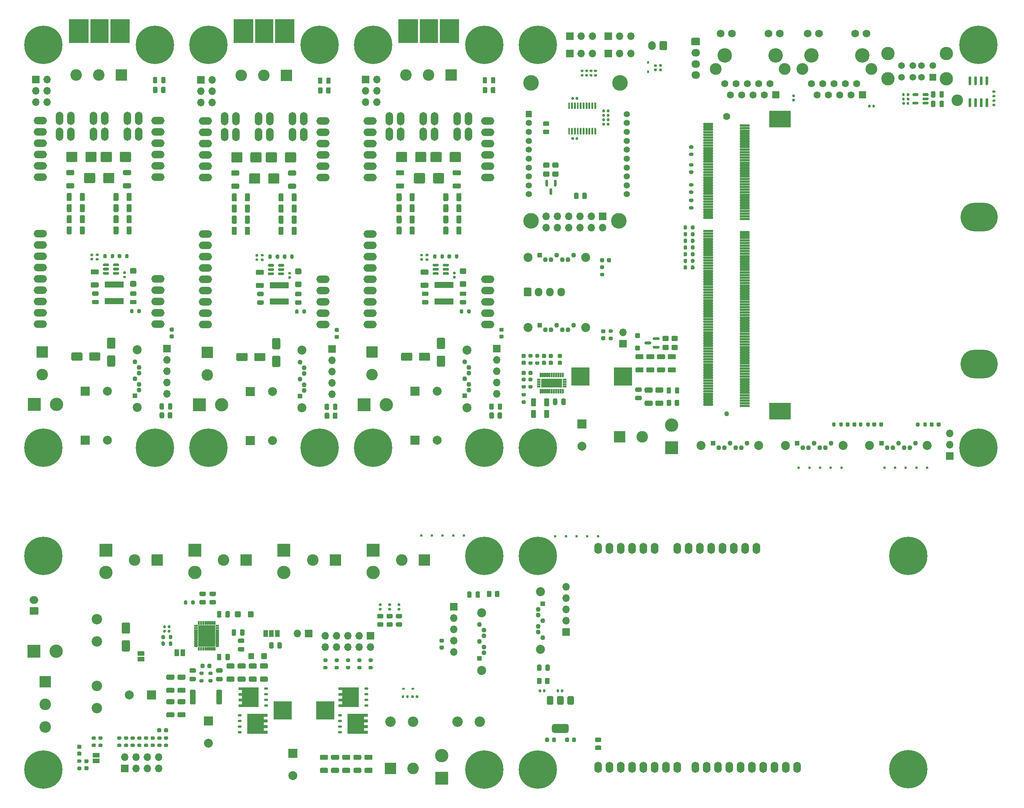
<source format=gts>
G04 #@! TF.GenerationSoftware,KiCad,Pcbnew,8.0.4+1*
G04 #@! TF.CreationDate,2024-10-19T13:43:31+00:00*
G04 #@! TF.ProjectId,hw-openmower-universal,68772d6f-7065-46e6-9d6f-7765722d756e,rev?*
G04 #@! TF.SameCoordinates,Original*
G04 #@! TF.FileFunction,Soldermask,Top*
G04 #@! TF.FilePolarity,Negative*
%FSLAX46Y46*%
G04 Gerber Fmt 4.6, Leading zero omitted, Abs format (unit mm)*
G04 Created by KiCad (PCBNEW 8.0.4+1) date 2024-10-19 13:43:31*
%MOMM*%
%LPD*%
G01*
G04 APERTURE LIST*
%ADD10C,0.100000*%
%ADD11C,0.010000*%
%ADD12R,1.700000X1.700000*%
%ADD13O,1.700000X1.700000*%
%ADD14R,1.100000X1.100000*%
%ADD15C,1.100000*%
%ADD16C,2.025000*%
%ADD17C,0.600000*%
%ADD18C,0.900000*%
%ADD19C,8.600000*%
%ADD20R,2.000000X2.000000*%
%ADD21C,2.000000*%
%ADD22R,4.200000X1.400000*%
%ADD23O,1.700000X2.000000*%
%ADD24R,2.600000X2.600000*%
%ADD25C,2.600000*%
%ADD26O,1.950000X1.700000*%
%ADD27R,1.000000X1.500000*%
%ADD28C,1.412000*%
%ADD29R,3.000000X3.000000*%
%ADD30C,3.000000*%
%ADD31O,1.727200X2.500000*%
%ADD32R,4.100000X4.100000*%
%ADD33R,1.500000X1.500000*%
%ADD34C,1.500000*%
%ADD35O,3.000000X1.700000*%
%ADD36O,1.700000X3.000000*%
%ADD37R,1.500000X1.000000*%
%ADD38C,3.250000*%
%ADD39C,1.602000*%
%ADD40C,1.734000*%
%ADD41C,2.649000*%
%ADD42O,1.700000X1.950000*%
%ADD43C,2.350000*%
%ADD44C,3.500000*%
%ADD45C,1.600000*%
%ADD46O,8.400000X6.400000*%
%ADD47O,2.000000X1.700000*%
G04 APERTURE END LIST*
D10*
X97500000Y-19250000D02*
X101500000Y-19250000D01*
X101500000Y-24500000D01*
X97500000Y-24500000D01*
X97500000Y-19250000D01*
G36*
X97500000Y-19250000D02*
G01*
X101500000Y-19250000D01*
X101500000Y-24500000D01*
X97500000Y-24500000D01*
X97500000Y-19250000D01*
G37*
X60500000Y-19250000D02*
X64500000Y-19250000D01*
X64500000Y-24500000D01*
X60500000Y-24500000D01*
X60500000Y-19250000D01*
G36*
X60500000Y-19250000D02*
G01*
X64500000Y-19250000D01*
X64500000Y-24500000D01*
X60500000Y-24500000D01*
X60500000Y-19250000D01*
G37*
X65000000Y-19250000D02*
X69250000Y-19250000D01*
X69250000Y-24500000D01*
X65000000Y-24500000D01*
X65000000Y-19250000D01*
G36*
X65000000Y-19250000D02*
G01*
X69250000Y-19250000D01*
X69250000Y-24500000D01*
X65000000Y-24500000D01*
X65000000Y-19250000D01*
G37*
X92750000Y-19250000D02*
X97000000Y-19250000D01*
X97000000Y-24500000D01*
X92750000Y-24500000D01*
X92750000Y-19250000D01*
G36*
X92750000Y-19250000D02*
G01*
X97000000Y-19250000D01*
X97000000Y-24500000D01*
X92750000Y-24500000D01*
X92750000Y-19250000D01*
G37*
X102000000Y-19250000D02*
X106250000Y-19250000D01*
X106250000Y-24500000D01*
X102000000Y-24500000D01*
X102000000Y-19250000D01*
G36*
X102000000Y-19250000D02*
G01*
X106250000Y-19250000D01*
X106250000Y-24500000D01*
X102000000Y-24500000D01*
X102000000Y-19250000D01*
G37*
X55750000Y-19250000D02*
X60000000Y-19250000D01*
X60000000Y-24500000D01*
X55750000Y-24500000D01*
X55750000Y-19250000D01*
G36*
X55750000Y-19250000D02*
G01*
X60000000Y-19250000D01*
X60000000Y-24500000D01*
X55750000Y-24500000D01*
X55750000Y-19250000D01*
G37*
X129750000Y-19250000D02*
X134000000Y-19250000D01*
X134000000Y-24500000D01*
X129750000Y-24500000D01*
X129750000Y-19250000D01*
G36*
X129750000Y-19250000D02*
G01*
X134000000Y-19250000D01*
X134000000Y-24500000D01*
X129750000Y-24500000D01*
X129750000Y-19250000D01*
G37*
X134500000Y-19250000D02*
X138500000Y-19250000D01*
X138500000Y-24500000D01*
X134500000Y-24500000D01*
X134500000Y-19250000D01*
G36*
X134500000Y-19250000D02*
G01*
X138500000Y-19250000D01*
X138500000Y-24500000D01*
X134500000Y-24500000D01*
X134500000Y-19250000D01*
G37*
X139000000Y-19250000D02*
X143250000Y-19250000D01*
X143250000Y-24500000D01*
X139000000Y-24500000D01*
X139000000Y-19250000D01*
G36*
X139000000Y-19250000D02*
G01*
X143250000Y-19250000D01*
X143250000Y-24500000D01*
X139000000Y-24500000D01*
X139000000Y-19250000D01*
G37*
D11*
X84463000Y-155256000D02*
X84469000Y-155256000D01*
X84475000Y-155258000D01*
X84481000Y-155259000D01*
X84487000Y-155261000D01*
X84493000Y-155263000D01*
X84499000Y-155265000D01*
X84504000Y-155268000D01*
X84510000Y-155271000D01*
X84515000Y-155274000D01*
X84521000Y-155278000D01*
X84526000Y-155282000D01*
X84530000Y-155286000D01*
X84535000Y-155290000D01*
X84539000Y-155295000D01*
X84543000Y-155299000D01*
X84547000Y-155304000D01*
X84551000Y-155310000D01*
X84554000Y-155315000D01*
X84557000Y-155321000D01*
X84560000Y-155326000D01*
X84562000Y-155332000D01*
X84564000Y-155338000D01*
X84566000Y-155344000D01*
X84567000Y-155350000D01*
X84569000Y-155356000D01*
X84569000Y-155362000D01*
X84570000Y-155369000D01*
X84570000Y-155375000D01*
X84570000Y-155525000D01*
X84570000Y-155531000D01*
X84569000Y-155538000D01*
X84569000Y-155544000D01*
X84567000Y-155550000D01*
X84566000Y-155556000D01*
X84564000Y-155562000D01*
X84562000Y-155568000D01*
X84560000Y-155574000D01*
X84557000Y-155579000D01*
X84554000Y-155585000D01*
X84551000Y-155590000D01*
X84547000Y-155596000D01*
X84543000Y-155601000D01*
X84539000Y-155605000D01*
X84535000Y-155610000D01*
X84530000Y-155614000D01*
X84526000Y-155618000D01*
X84521000Y-155622000D01*
X84515000Y-155626000D01*
X84510000Y-155629000D01*
X84504000Y-155632000D01*
X84499000Y-155635000D01*
X84493000Y-155637000D01*
X84487000Y-155639000D01*
X84481000Y-155641000D01*
X84475000Y-155642000D01*
X84469000Y-155644000D01*
X84463000Y-155644000D01*
X84456000Y-155645000D01*
X84450000Y-155645000D01*
X83950000Y-155645000D01*
X83944000Y-155645000D01*
X83937000Y-155644000D01*
X83931000Y-155644000D01*
X83925000Y-155642000D01*
X83919000Y-155641000D01*
X83913000Y-155639000D01*
X83907000Y-155637000D01*
X83901000Y-155635000D01*
X83896000Y-155632000D01*
X83890000Y-155629000D01*
X83885000Y-155626000D01*
X83879000Y-155622000D01*
X83874000Y-155618000D01*
X83870000Y-155614000D01*
X83865000Y-155610000D01*
X83861000Y-155605000D01*
X83857000Y-155601000D01*
X83853000Y-155596000D01*
X83849000Y-155590000D01*
X83846000Y-155585000D01*
X83843000Y-155579000D01*
X83840000Y-155574000D01*
X83838000Y-155568000D01*
X83836000Y-155562000D01*
X83834000Y-155556000D01*
X83833000Y-155550000D01*
X83831000Y-155544000D01*
X83831000Y-155538000D01*
X83830000Y-155531000D01*
X83830000Y-155525000D01*
X83830000Y-155375000D01*
X83830000Y-155369000D01*
X83831000Y-155362000D01*
X83831000Y-155356000D01*
X83833000Y-155350000D01*
X83834000Y-155344000D01*
X83836000Y-155338000D01*
X83838000Y-155332000D01*
X83840000Y-155326000D01*
X83843000Y-155321000D01*
X83846000Y-155315000D01*
X83849000Y-155310000D01*
X83853000Y-155304000D01*
X83857000Y-155299000D01*
X83861000Y-155295000D01*
X83865000Y-155290000D01*
X83870000Y-155286000D01*
X83874000Y-155282000D01*
X83879000Y-155278000D01*
X83885000Y-155274000D01*
X83890000Y-155271000D01*
X83896000Y-155268000D01*
X83901000Y-155265000D01*
X83907000Y-155263000D01*
X83913000Y-155261000D01*
X83919000Y-155259000D01*
X83925000Y-155258000D01*
X83931000Y-155256000D01*
X83937000Y-155256000D01*
X83944000Y-155255000D01*
X83950000Y-155255000D01*
X84450000Y-155255000D01*
X84456000Y-155255000D01*
X84463000Y-155256000D01*
G36*
X84463000Y-155256000D02*
G01*
X84469000Y-155256000D01*
X84475000Y-155258000D01*
X84481000Y-155259000D01*
X84487000Y-155261000D01*
X84493000Y-155263000D01*
X84499000Y-155265000D01*
X84504000Y-155268000D01*
X84510000Y-155271000D01*
X84515000Y-155274000D01*
X84521000Y-155278000D01*
X84526000Y-155282000D01*
X84530000Y-155286000D01*
X84535000Y-155290000D01*
X84539000Y-155295000D01*
X84543000Y-155299000D01*
X84547000Y-155304000D01*
X84551000Y-155310000D01*
X84554000Y-155315000D01*
X84557000Y-155321000D01*
X84560000Y-155326000D01*
X84562000Y-155332000D01*
X84564000Y-155338000D01*
X84566000Y-155344000D01*
X84567000Y-155350000D01*
X84569000Y-155356000D01*
X84569000Y-155362000D01*
X84570000Y-155369000D01*
X84570000Y-155375000D01*
X84570000Y-155525000D01*
X84570000Y-155531000D01*
X84569000Y-155538000D01*
X84569000Y-155544000D01*
X84567000Y-155550000D01*
X84566000Y-155556000D01*
X84564000Y-155562000D01*
X84562000Y-155568000D01*
X84560000Y-155574000D01*
X84557000Y-155579000D01*
X84554000Y-155585000D01*
X84551000Y-155590000D01*
X84547000Y-155596000D01*
X84543000Y-155601000D01*
X84539000Y-155605000D01*
X84535000Y-155610000D01*
X84530000Y-155614000D01*
X84526000Y-155618000D01*
X84521000Y-155622000D01*
X84515000Y-155626000D01*
X84510000Y-155629000D01*
X84504000Y-155632000D01*
X84499000Y-155635000D01*
X84493000Y-155637000D01*
X84487000Y-155639000D01*
X84481000Y-155641000D01*
X84475000Y-155642000D01*
X84469000Y-155644000D01*
X84463000Y-155644000D01*
X84456000Y-155645000D01*
X84450000Y-155645000D01*
X83950000Y-155645000D01*
X83944000Y-155645000D01*
X83937000Y-155644000D01*
X83931000Y-155644000D01*
X83925000Y-155642000D01*
X83919000Y-155641000D01*
X83913000Y-155639000D01*
X83907000Y-155637000D01*
X83901000Y-155635000D01*
X83896000Y-155632000D01*
X83890000Y-155629000D01*
X83885000Y-155626000D01*
X83879000Y-155622000D01*
X83874000Y-155618000D01*
X83870000Y-155614000D01*
X83865000Y-155610000D01*
X83861000Y-155605000D01*
X83857000Y-155601000D01*
X83853000Y-155596000D01*
X83849000Y-155590000D01*
X83846000Y-155585000D01*
X83843000Y-155579000D01*
X83840000Y-155574000D01*
X83838000Y-155568000D01*
X83836000Y-155562000D01*
X83834000Y-155556000D01*
X83833000Y-155550000D01*
X83831000Y-155544000D01*
X83831000Y-155538000D01*
X83830000Y-155531000D01*
X83830000Y-155525000D01*
X83830000Y-155375000D01*
X83830000Y-155369000D01*
X83831000Y-155362000D01*
X83831000Y-155356000D01*
X83833000Y-155350000D01*
X83834000Y-155344000D01*
X83836000Y-155338000D01*
X83838000Y-155332000D01*
X83840000Y-155326000D01*
X83843000Y-155321000D01*
X83846000Y-155315000D01*
X83849000Y-155310000D01*
X83853000Y-155304000D01*
X83857000Y-155299000D01*
X83861000Y-155295000D01*
X83865000Y-155290000D01*
X83870000Y-155286000D01*
X83874000Y-155282000D01*
X83879000Y-155278000D01*
X83885000Y-155274000D01*
X83890000Y-155271000D01*
X83896000Y-155268000D01*
X83901000Y-155265000D01*
X83907000Y-155263000D01*
X83913000Y-155261000D01*
X83919000Y-155259000D01*
X83925000Y-155258000D01*
X83931000Y-155256000D01*
X83937000Y-155256000D01*
X83944000Y-155255000D01*
X83950000Y-155255000D01*
X84450000Y-155255000D01*
X84456000Y-155255000D01*
X84463000Y-155256000D01*
G37*
X84463000Y-155756000D02*
X84469000Y-155756000D01*
X84475000Y-155758000D01*
X84481000Y-155759000D01*
X84487000Y-155761000D01*
X84493000Y-155763000D01*
X84499000Y-155765000D01*
X84504000Y-155768000D01*
X84510000Y-155771000D01*
X84515000Y-155774000D01*
X84521000Y-155778000D01*
X84526000Y-155782000D01*
X84530000Y-155786000D01*
X84535000Y-155790000D01*
X84539000Y-155795000D01*
X84543000Y-155799000D01*
X84547000Y-155804000D01*
X84551000Y-155810000D01*
X84554000Y-155815000D01*
X84557000Y-155821000D01*
X84560000Y-155826000D01*
X84562000Y-155832000D01*
X84564000Y-155838000D01*
X84566000Y-155844000D01*
X84567000Y-155850000D01*
X84569000Y-155856000D01*
X84569000Y-155862000D01*
X84570000Y-155869000D01*
X84570000Y-155875000D01*
X84570000Y-156025000D01*
X84570000Y-156031000D01*
X84569000Y-156038000D01*
X84569000Y-156044000D01*
X84567000Y-156050000D01*
X84566000Y-156056000D01*
X84564000Y-156062000D01*
X84562000Y-156068000D01*
X84560000Y-156074000D01*
X84557000Y-156079000D01*
X84554000Y-156085000D01*
X84551000Y-156090000D01*
X84547000Y-156096000D01*
X84543000Y-156101000D01*
X84539000Y-156105000D01*
X84535000Y-156110000D01*
X84530000Y-156114000D01*
X84526000Y-156118000D01*
X84521000Y-156122000D01*
X84515000Y-156126000D01*
X84510000Y-156129000D01*
X84504000Y-156132000D01*
X84499000Y-156135000D01*
X84493000Y-156137000D01*
X84487000Y-156139000D01*
X84481000Y-156141000D01*
X84475000Y-156142000D01*
X84469000Y-156144000D01*
X84463000Y-156144000D01*
X84456000Y-156145000D01*
X84450000Y-156145000D01*
X83950000Y-156145000D01*
X83944000Y-156145000D01*
X83937000Y-156144000D01*
X83931000Y-156144000D01*
X83925000Y-156142000D01*
X83919000Y-156141000D01*
X83913000Y-156139000D01*
X83907000Y-156137000D01*
X83901000Y-156135000D01*
X83896000Y-156132000D01*
X83890000Y-156129000D01*
X83885000Y-156126000D01*
X83879000Y-156122000D01*
X83874000Y-156118000D01*
X83870000Y-156114000D01*
X83865000Y-156110000D01*
X83861000Y-156105000D01*
X83857000Y-156101000D01*
X83853000Y-156096000D01*
X83849000Y-156090000D01*
X83846000Y-156085000D01*
X83843000Y-156079000D01*
X83840000Y-156074000D01*
X83838000Y-156068000D01*
X83836000Y-156062000D01*
X83834000Y-156056000D01*
X83833000Y-156050000D01*
X83831000Y-156044000D01*
X83831000Y-156038000D01*
X83830000Y-156031000D01*
X83830000Y-156025000D01*
X83830000Y-155875000D01*
X83830000Y-155869000D01*
X83831000Y-155862000D01*
X83831000Y-155856000D01*
X83833000Y-155850000D01*
X83834000Y-155844000D01*
X83836000Y-155838000D01*
X83838000Y-155832000D01*
X83840000Y-155826000D01*
X83843000Y-155821000D01*
X83846000Y-155815000D01*
X83849000Y-155810000D01*
X83853000Y-155804000D01*
X83857000Y-155799000D01*
X83861000Y-155795000D01*
X83865000Y-155790000D01*
X83870000Y-155786000D01*
X83874000Y-155782000D01*
X83879000Y-155778000D01*
X83885000Y-155774000D01*
X83890000Y-155771000D01*
X83896000Y-155768000D01*
X83901000Y-155765000D01*
X83907000Y-155763000D01*
X83913000Y-155761000D01*
X83919000Y-155759000D01*
X83925000Y-155758000D01*
X83931000Y-155756000D01*
X83937000Y-155756000D01*
X83944000Y-155755000D01*
X83950000Y-155755000D01*
X84450000Y-155755000D01*
X84456000Y-155755000D01*
X84463000Y-155756000D01*
G36*
X84463000Y-155756000D02*
G01*
X84469000Y-155756000D01*
X84475000Y-155758000D01*
X84481000Y-155759000D01*
X84487000Y-155761000D01*
X84493000Y-155763000D01*
X84499000Y-155765000D01*
X84504000Y-155768000D01*
X84510000Y-155771000D01*
X84515000Y-155774000D01*
X84521000Y-155778000D01*
X84526000Y-155782000D01*
X84530000Y-155786000D01*
X84535000Y-155790000D01*
X84539000Y-155795000D01*
X84543000Y-155799000D01*
X84547000Y-155804000D01*
X84551000Y-155810000D01*
X84554000Y-155815000D01*
X84557000Y-155821000D01*
X84560000Y-155826000D01*
X84562000Y-155832000D01*
X84564000Y-155838000D01*
X84566000Y-155844000D01*
X84567000Y-155850000D01*
X84569000Y-155856000D01*
X84569000Y-155862000D01*
X84570000Y-155869000D01*
X84570000Y-155875000D01*
X84570000Y-156025000D01*
X84570000Y-156031000D01*
X84569000Y-156038000D01*
X84569000Y-156044000D01*
X84567000Y-156050000D01*
X84566000Y-156056000D01*
X84564000Y-156062000D01*
X84562000Y-156068000D01*
X84560000Y-156074000D01*
X84557000Y-156079000D01*
X84554000Y-156085000D01*
X84551000Y-156090000D01*
X84547000Y-156096000D01*
X84543000Y-156101000D01*
X84539000Y-156105000D01*
X84535000Y-156110000D01*
X84530000Y-156114000D01*
X84526000Y-156118000D01*
X84521000Y-156122000D01*
X84515000Y-156126000D01*
X84510000Y-156129000D01*
X84504000Y-156132000D01*
X84499000Y-156135000D01*
X84493000Y-156137000D01*
X84487000Y-156139000D01*
X84481000Y-156141000D01*
X84475000Y-156142000D01*
X84469000Y-156144000D01*
X84463000Y-156144000D01*
X84456000Y-156145000D01*
X84450000Y-156145000D01*
X83950000Y-156145000D01*
X83944000Y-156145000D01*
X83937000Y-156144000D01*
X83931000Y-156144000D01*
X83925000Y-156142000D01*
X83919000Y-156141000D01*
X83913000Y-156139000D01*
X83907000Y-156137000D01*
X83901000Y-156135000D01*
X83896000Y-156132000D01*
X83890000Y-156129000D01*
X83885000Y-156126000D01*
X83879000Y-156122000D01*
X83874000Y-156118000D01*
X83870000Y-156114000D01*
X83865000Y-156110000D01*
X83861000Y-156105000D01*
X83857000Y-156101000D01*
X83853000Y-156096000D01*
X83849000Y-156090000D01*
X83846000Y-156085000D01*
X83843000Y-156079000D01*
X83840000Y-156074000D01*
X83838000Y-156068000D01*
X83836000Y-156062000D01*
X83834000Y-156056000D01*
X83833000Y-156050000D01*
X83831000Y-156044000D01*
X83831000Y-156038000D01*
X83830000Y-156031000D01*
X83830000Y-156025000D01*
X83830000Y-155875000D01*
X83830000Y-155869000D01*
X83831000Y-155862000D01*
X83831000Y-155856000D01*
X83833000Y-155850000D01*
X83834000Y-155844000D01*
X83836000Y-155838000D01*
X83838000Y-155832000D01*
X83840000Y-155826000D01*
X83843000Y-155821000D01*
X83846000Y-155815000D01*
X83849000Y-155810000D01*
X83853000Y-155804000D01*
X83857000Y-155799000D01*
X83861000Y-155795000D01*
X83865000Y-155790000D01*
X83870000Y-155786000D01*
X83874000Y-155782000D01*
X83879000Y-155778000D01*
X83885000Y-155774000D01*
X83890000Y-155771000D01*
X83896000Y-155768000D01*
X83901000Y-155765000D01*
X83907000Y-155763000D01*
X83913000Y-155761000D01*
X83919000Y-155759000D01*
X83925000Y-155758000D01*
X83931000Y-155756000D01*
X83937000Y-155756000D01*
X83944000Y-155755000D01*
X83950000Y-155755000D01*
X84450000Y-155755000D01*
X84456000Y-155755000D01*
X84463000Y-155756000D01*
G37*
X84463000Y-156256000D02*
X84469000Y-156256000D01*
X84475000Y-156258000D01*
X84481000Y-156259000D01*
X84487000Y-156261000D01*
X84493000Y-156263000D01*
X84499000Y-156265000D01*
X84504000Y-156268000D01*
X84510000Y-156271000D01*
X84515000Y-156274000D01*
X84521000Y-156278000D01*
X84526000Y-156282000D01*
X84530000Y-156286000D01*
X84535000Y-156290000D01*
X84539000Y-156295000D01*
X84543000Y-156299000D01*
X84547000Y-156304000D01*
X84551000Y-156310000D01*
X84554000Y-156315000D01*
X84557000Y-156321000D01*
X84560000Y-156326000D01*
X84562000Y-156332000D01*
X84564000Y-156338000D01*
X84566000Y-156344000D01*
X84567000Y-156350000D01*
X84569000Y-156356000D01*
X84569000Y-156362000D01*
X84570000Y-156369000D01*
X84570000Y-156375000D01*
X84570000Y-156525000D01*
X84570000Y-156531000D01*
X84569000Y-156538000D01*
X84569000Y-156544000D01*
X84567000Y-156550000D01*
X84566000Y-156556000D01*
X84564000Y-156562000D01*
X84562000Y-156568000D01*
X84560000Y-156574000D01*
X84557000Y-156579000D01*
X84554000Y-156585000D01*
X84551000Y-156590000D01*
X84547000Y-156596000D01*
X84543000Y-156601000D01*
X84539000Y-156605000D01*
X84535000Y-156610000D01*
X84530000Y-156614000D01*
X84526000Y-156618000D01*
X84521000Y-156622000D01*
X84515000Y-156626000D01*
X84510000Y-156629000D01*
X84504000Y-156632000D01*
X84499000Y-156635000D01*
X84493000Y-156637000D01*
X84487000Y-156639000D01*
X84481000Y-156641000D01*
X84475000Y-156642000D01*
X84469000Y-156644000D01*
X84463000Y-156644000D01*
X84456000Y-156645000D01*
X84450000Y-156645000D01*
X83950000Y-156645000D01*
X83944000Y-156645000D01*
X83937000Y-156644000D01*
X83931000Y-156644000D01*
X83925000Y-156642000D01*
X83919000Y-156641000D01*
X83913000Y-156639000D01*
X83907000Y-156637000D01*
X83901000Y-156635000D01*
X83896000Y-156632000D01*
X83890000Y-156629000D01*
X83885000Y-156626000D01*
X83879000Y-156622000D01*
X83874000Y-156618000D01*
X83870000Y-156614000D01*
X83865000Y-156610000D01*
X83861000Y-156605000D01*
X83857000Y-156601000D01*
X83853000Y-156596000D01*
X83849000Y-156590000D01*
X83846000Y-156585000D01*
X83843000Y-156579000D01*
X83840000Y-156574000D01*
X83838000Y-156568000D01*
X83836000Y-156562000D01*
X83834000Y-156556000D01*
X83833000Y-156550000D01*
X83831000Y-156544000D01*
X83831000Y-156538000D01*
X83830000Y-156531000D01*
X83830000Y-156525000D01*
X83830000Y-156375000D01*
X83830000Y-156369000D01*
X83831000Y-156362000D01*
X83831000Y-156356000D01*
X83833000Y-156350000D01*
X83834000Y-156344000D01*
X83836000Y-156338000D01*
X83838000Y-156332000D01*
X83840000Y-156326000D01*
X83843000Y-156321000D01*
X83846000Y-156315000D01*
X83849000Y-156310000D01*
X83853000Y-156304000D01*
X83857000Y-156299000D01*
X83861000Y-156295000D01*
X83865000Y-156290000D01*
X83870000Y-156286000D01*
X83874000Y-156282000D01*
X83879000Y-156278000D01*
X83885000Y-156274000D01*
X83890000Y-156271000D01*
X83896000Y-156268000D01*
X83901000Y-156265000D01*
X83907000Y-156263000D01*
X83913000Y-156261000D01*
X83919000Y-156259000D01*
X83925000Y-156258000D01*
X83931000Y-156256000D01*
X83937000Y-156256000D01*
X83944000Y-156255000D01*
X83950000Y-156255000D01*
X84450000Y-156255000D01*
X84456000Y-156255000D01*
X84463000Y-156256000D01*
G36*
X84463000Y-156256000D02*
G01*
X84469000Y-156256000D01*
X84475000Y-156258000D01*
X84481000Y-156259000D01*
X84487000Y-156261000D01*
X84493000Y-156263000D01*
X84499000Y-156265000D01*
X84504000Y-156268000D01*
X84510000Y-156271000D01*
X84515000Y-156274000D01*
X84521000Y-156278000D01*
X84526000Y-156282000D01*
X84530000Y-156286000D01*
X84535000Y-156290000D01*
X84539000Y-156295000D01*
X84543000Y-156299000D01*
X84547000Y-156304000D01*
X84551000Y-156310000D01*
X84554000Y-156315000D01*
X84557000Y-156321000D01*
X84560000Y-156326000D01*
X84562000Y-156332000D01*
X84564000Y-156338000D01*
X84566000Y-156344000D01*
X84567000Y-156350000D01*
X84569000Y-156356000D01*
X84569000Y-156362000D01*
X84570000Y-156369000D01*
X84570000Y-156375000D01*
X84570000Y-156525000D01*
X84570000Y-156531000D01*
X84569000Y-156538000D01*
X84569000Y-156544000D01*
X84567000Y-156550000D01*
X84566000Y-156556000D01*
X84564000Y-156562000D01*
X84562000Y-156568000D01*
X84560000Y-156574000D01*
X84557000Y-156579000D01*
X84554000Y-156585000D01*
X84551000Y-156590000D01*
X84547000Y-156596000D01*
X84543000Y-156601000D01*
X84539000Y-156605000D01*
X84535000Y-156610000D01*
X84530000Y-156614000D01*
X84526000Y-156618000D01*
X84521000Y-156622000D01*
X84515000Y-156626000D01*
X84510000Y-156629000D01*
X84504000Y-156632000D01*
X84499000Y-156635000D01*
X84493000Y-156637000D01*
X84487000Y-156639000D01*
X84481000Y-156641000D01*
X84475000Y-156642000D01*
X84469000Y-156644000D01*
X84463000Y-156644000D01*
X84456000Y-156645000D01*
X84450000Y-156645000D01*
X83950000Y-156645000D01*
X83944000Y-156645000D01*
X83937000Y-156644000D01*
X83931000Y-156644000D01*
X83925000Y-156642000D01*
X83919000Y-156641000D01*
X83913000Y-156639000D01*
X83907000Y-156637000D01*
X83901000Y-156635000D01*
X83896000Y-156632000D01*
X83890000Y-156629000D01*
X83885000Y-156626000D01*
X83879000Y-156622000D01*
X83874000Y-156618000D01*
X83870000Y-156614000D01*
X83865000Y-156610000D01*
X83861000Y-156605000D01*
X83857000Y-156601000D01*
X83853000Y-156596000D01*
X83849000Y-156590000D01*
X83846000Y-156585000D01*
X83843000Y-156579000D01*
X83840000Y-156574000D01*
X83838000Y-156568000D01*
X83836000Y-156562000D01*
X83834000Y-156556000D01*
X83833000Y-156550000D01*
X83831000Y-156544000D01*
X83831000Y-156538000D01*
X83830000Y-156531000D01*
X83830000Y-156525000D01*
X83830000Y-156375000D01*
X83830000Y-156369000D01*
X83831000Y-156362000D01*
X83831000Y-156356000D01*
X83833000Y-156350000D01*
X83834000Y-156344000D01*
X83836000Y-156338000D01*
X83838000Y-156332000D01*
X83840000Y-156326000D01*
X83843000Y-156321000D01*
X83846000Y-156315000D01*
X83849000Y-156310000D01*
X83853000Y-156304000D01*
X83857000Y-156299000D01*
X83861000Y-156295000D01*
X83865000Y-156290000D01*
X83870000Y-156286000D01*
X83874000Y-156282000D01*
X83879000Y-156278000D01*
X83885000Y-156274000D01*
X83890000Y-156271000D01*
X83896000Y-156268000D01*
X83901000Y-156265000D01*
X83907000Y-156263000D01*
X83913000Y-156261000D01*
X83919000Y-156259000D01*
X83925000Y-156258000D01*
X83931000Y-156256000D01*
X83937000Y-156256000D01*
X83944000Y-156255000D01*
X83950000Y-156255000D01*
X84450000Y-156255000D01*
X84456000Y-156255000D01*
X84463000Y-156256000D01*
G37*
X84463000Y-156756000D02*
X84469000Y-156756000D01*
X84475000Y-156758000D01*
X84481000Y-156759000D01*
X84487000Y-156761000D01*
X84493000Y-156763000D01*
X84499000Y-156765000D01*
X84504000Y-156768000D01*
X84510000Y-156771000D01*
X84515000Y-156774000D01*
X84521000Y-156778000D01*
X84526000Y-156782000D01*
X84530000Y-156786000D01*
X84535000Y-156790000D01*
X84539000Y-156795000D01*
X84543000Y-156799000D01*
X84547000Y-156804000D01*
X84551000Y-156810000D01*
X84554000Y-156815000D01*
X84557000Y-156821000D01*
X84560000Y-156826000D01*
X84562000Y-156832000D01*
X84564000Y-156838000D01*
X84566000Y-156844000D01*
X84567000Y-156850000D01*
X84569000Y-156856000D01*
X84569000Y-156862000D01*
X84570000Y-156869000D01*
X84570000Y-156875000D01*
X84570000Y-157025000D01*
X84570000Y-157031000D01*
X84569000Y-157038000D01*
X84569000Y-157044000D01*
X84567000Y-157050000D01*
X84566000Y-157056000D01*
X84564000Y-157062000D01*
X84562000Y-157068000D01*
X84560000Y-157074000D01*
X84557000Y-157079000D01*
X84554000Y-157085000D01*
X84551000Y-157090000D01*
X84547000Y-157096000D01*
X84543000Y-157101000D01*
X84539000Y-157105000D01*
X84535000Y-157110000D01*
X84530000Y-157114000D01*
X84526000Y-157118000D01*
X84521000Y-157122000D01*
X84515000Y-157126000D01*
X84510000Y-157129000D01*
X84504000Y-157132000D01*
X84499000Y-157135000D01*
X84493000Y-157137000D01*
X84487000Y-157139000D01*
X84481000Y-157141000D01*
X84475000Y-157142000D01*
X84469000Y-157144000D01*
X84463000Y-157144000D01*
X84456000Y-157145000D01*
X84450000Y-157145000D01*
X83950000Y-157145000D01*
X83944000Y-157145000D01*
X83937000Y-157144000D01*
X83931000Y-157144000D01*
X83925000Y-157142000D01*
X83919000Y-157141000D01*
X83913000Y-157139000D01*
X83907000Y-157137000D01*
X83901000Y-157135000D01*
X83896000Y-157132000D01*
X83890000Y-157129000D01*
X83885000Y-157126000D01*
X83879000Y-157122000D01*
X83874000Y-157118000D01*
X83870000Y-157114000D01*
X83865000Y-157110000D01*
X83861000Y-157105000D01*
X83857000Y-157101000D01*
X83853000Y-157096000D01*
X83849000Y-157090000D01*
X83846000Y-157085000D01*
X83843000Y-157079000D01*
X83840000Y-157074000D01*
X83838000Y-157068000D01*
X83836000Y-157062000D01*
X83834000Y-157056000D01*
X83833000Y-157050000D01*
X83831000Y-157044000D01*
X83831000Y-157038000D01*
X83830000Y-157031000D01*
X83830000Y-157025000D01*
X83830000Y-156875000D01*
X83830000Y-156869000D01*
X83831000Y-156862000D01*
X83831000Y-156856000D01*
X83833000Y-156850000D01*
X83834000Y-156844000D01*
X83836000Y-156838000D01*
X83838000Y-156832000D01*
X83840000Y-156826000D01*
X83843000Y-156821000D01*
X83846000Y-156815000D01*
X83849000Y-156810000D01*
X83853000Y-156804000D01*
X83857000Y-156799000D01*
X83861000Y-156795000D01*
X83865000Y-156790000D01*
X83870000Y-156786000D01*
X83874000Y-156782000D01*
X83879000Y-156778000D01*
X83885000Y-156774000D01*
X83890000Y-156771000D01*
X83896000Y-156768000D01*
X83901000Y-156765000D01*
X83907000Y-156763000D01*
X83913000Y-156761000D01*
X83919000Y-156759000D01*
X83925000Y-156758000D01*
X83931000Y-156756000D01*
X83937000Y-156756000D01*
X83944000Y-156755000D01*
X83950000Y-156755000D01*
X84450000Y-156755000D01*
X84456000Y-156755000D01*
X84463000Y-156756000D01*
G36*
X84463000Y-156756000D02*
G01*
X84469000Y-156756000D01*
X84475000Y-156758000D01*
X84481000Y-156759000D01*
X84487000Y-156761000D01*
X84493000Y-156763000D01*
X84499000Y-156765000D01*
X84504000Y-156768000D01*
X84510000Y-156771000D01*
X84515000Y-156774000D01*
X84521000Y-156778000D01*
X84526000Y-156782000D01*
X84530000Y-156786000D01*
X84535000Y-156790000D01*
X84539000Y-156795000D01*
X84543000Y-156799000D01*
X84547000Y-156804000D01*
X84551000Y-156810000D01*
X84554000Y-156815000D01*
X84557000Y-156821000D01*
X84560000Y-156826000D01*
X84562000Y-156832000D01*
X84564000Y-156838000D01*
X84566000Y-156844000D01*
X84567000Y-156850000D01*
X84569000Y-156856000D01*
X84569000Y-156862000D01*
X84570000Y-156869000D01*
X84570000Y-156875000D01*
X84570000Y-157025000D01*
X84570000Y-157031000D01*
X84569000Y-157038000D01*
X84569000Y-157044000D01*
X84567000Y-157050000D01*
X84566000Y-157056000D01*
X84564000Y-157062000D01*
X84562000Y-157068000D01*
X84560000Y-157074000D01*
X84557000Y-157079000D01*
X84554000Y-157085000D01*
X84551000Y-157090000D01*
X84547000Y-157096000D01*
X84543000Y-157101000D01*
X84539000Y-157105000D01*
X84535000Y-157110000D01*
X84530000Y-157114000D01*
X84526000Y-157118000D01*
X84521000Y-157122000D01*
X84515000Y-157126000D01*
X84510000Y-157129000D01*
X84504000Y-157132000D01*
X84499000Y-157135000D01*
X84493000Y-157137000D01*
X84487000Y-157139000D01*
X84481000Y-157141000D01*
X84475000Y-157142000D01*
X84469000Y-157144000D01*
X84463000Y-157144000D01*
X84456000Y-157145000D01*
X84450000Y-157145000D01*
X83950000Y-157145000D01*
X83944000Y-157145000D01*
X83937000Y-157144000D01*
X83931000Y-157144000D01*
X83925000Y-157142000D01*
X83919000Y-157141000D01*
X83913000Y-157139000D01*
X83907000Y-157137000D01*
X83901000Y-157135000D01*
X83896000Y-157132000D01*
X83890000Y-157129000D01*
X83885000Y-157126000D01*
X83879000Y-157122000D01*
X83874000Y-157118000D01*
X83870000Y-157114000D01*
X83865000Y-157110000D01*
X83861000Y-157105000D01*
X83857000Y-157101000D01*
X83853000Y-157096000D01*
X83849000Y-157090000D01*
X83846000Y-157085000D01*
X83843000Y-157079000D01*
X83840000Y-157074000D01*
X83838000Y-157068000D01*
X83836000Y-157062000D01*
X83834000Y-157056000D01*
X83833000Y-157050000D01*
X83831000Y-157044000D01*
X83831000Y-157038000D01*
X83830000Y-157031000D01*
X83830000Y-157025000D01*
X83830000Y-156875000D01*
X83830000Y-156869000D01*
X83831000Y-156862000D01*
X83831000Y-156856000D01*
X83833000Y-156850000D01*
X83834000Y-156844000D01*
X83836000Y-156838000D01*
X83838000Y-156832000D01*
X83840000Y-156826000D01*
X83843000Y-156821000D01*
X83846000Y-156815000D01*
X83849000Y-156810000D01*
X83853000Y-156804000D01*
X83857000Y-156799000D01*
X83861000Y-156795000D01*
X83865000Y-156790000D01*
X83870000Y-156786000D01*
X83874000Y-156782000D01*
X83879000Y-156778000D01*
X83885000Y-156774000D01*
X83890000Y-156771000D01*
X83896000Y-156768000D01*
X83901000Y-156765000D01*
X83907000Y-156763000D01*
X83913000Y-156761000D01*
X83919000Y-156759000D01*
X83925000Y-156758000D01*
X83931000Y-156756000D01*
X83937000Y-156756000D01*
X83944000Y-156755000D01*
X83950000Y-156755000D01*
X84450000Y-156755000D01*
X84456000Y-156755000D01*
X84463000Y-156756000D01*
G37*
X84463000Y-157256000D02*
X84469000Y-157256000D01*
X84475000Y-157258000D01*
X84481000Y-157259000D01*
X84487000Y-157261000D01*
X84493000Y-157263000D01*
X84499000Y-157265000D01*
X84504000Y-157268000D01*
X84510000Y-157271000D01*
X84515000Y-157274000D01*
X84521000Y-157278000D01*
X84526000Y-157282000D01*
X84530000Y-157286000D01*
X84535000Y-157290000D01*
X84539000Y-157295000D01*
X84543000Y-157299000D01*
X84547000Y-157304000D01*
X84551000Y-157310000D01*
X84554000Y-157315000D01*
X84557000Y-157321000D01*
X84560000Y-157326000D01*
X84562000Y-157332000D01*
X84564000Y-157338000D01*
X84566000Y-157344000D01*
X84567000Y-157350000D01*
X84569000Y-157356000D01*
X84569000Y-157362000D01*
X84570000Y-157369000D01*
X84570000Y-157375000D01*
X84570000Y-157525000D01*
X84570000Y-157531000D01*
X84569000Y-157538000D01*
X84569000Y-157544000D01*
X84567000Y-157550000D01*
X84566000Y-157556000D01*
X84564000Y-157562000D01*
X84562000Y-157568000D01*
X84560000Y-157574000D01*
X84557000Y-157579000D01*
X84554000Y-157585000D01*
X84551000Y-157590000D01*
X84547000Y-157596000D01*
X84543000Y-157601000D01*
X84539000Y-157605000D01*
X84535000Y-157610000D01*
X84530000Y-157614000D01*
X84526000Y-157618000D01*
X84521000Y-157622000D01*
X84515000Y-157626000D01*
X84510000Y-157629000D01*
X84504000Y-157632000D01*
X84499000Y-157635000D01*
X84493000Y-157637000D01*
X84487000Y-157639000D01*
X84481000Y-157641000D01*
X84475000Y-157642000D01*
X84469000Y-157644000D01*
X84463000Y-157644000D01*
X84456000Y-157645000D01*
X84450000Y-157645000D01*
X83950000Y-157645000D01*
X83944000Y-157645000D01*
X83937000Y-157644000D01*
X83931000Y-157644000D01*
X83925000Y-157642000D01*
X83919000Y-157641000D01*
X83913000Y-157639000D01*
X83907000Y-157637000D01*
X83901000Y-157635000D01*
X83896000Y-157632000D01*
X83890000Y-157629000D01*
X83885000Y-157626000D01*
X83879000Y-157622000D01*
X83874000Y-157618000D01*
X83870000Y-157614000D01*
X83865000Y-157610000D01*
X83861000Y-157605000D01*
X83857000Y-157601000D01*
X83853000Y-157596000D01*
X83849000Y-157590000D01*
X83846000Y-157585000D01*
X83843000Y-157579000D01*
X83840000Y-157574000D01*
X83838000Y-157568000D01*
X83836000Y-157562000D01*
X83834000Y-157556000D01*
X83833000Y-157550000D01*
X83831000Y-157544000D01*
X83831000Y-157538000D01*
X83830000Y-157531000D01*
X83830000Y-157525000D01*
X83830000Y-157375000D01*
X83830000Y-157369000D01*
X83831000Y-157362000D01*
X83831000Y-157356000D01*
X83833000Y-157350000D01*
X83834000Y-157344000D01*
X83836000Y-157338000D01*
X83838000Y-157332000D01*
X83840000Y-157326000D01*
X83843000Y-157321000D01*
X83846000Y-157315000D01*
X83849000Y-157310000D01*
X83853000Y-157304000D01*
X83857000Y-157299000D01*
X83861000Y-157295000D01*
X83865000Y-157290000D01*
X83870000Y-157286000D01*
X83874000Y-157282000D01*
X83879000Y-157278000D01*
X83885000Y-157274000D01*
X83890000Y-157271000D01*
X83896000Y-157268000D01*
X83901000Y-157265000D01*
X83907000Y-157263000D01*
X83913000Y-157261000D01*
X83919000Y-157259000D01*
X83925000Y-157258000D01*
X83931000Y-157256000D01*
X83937000Y-157256000D01*
X83944000Y-157255000D01*
X83950000Y-157255000D01*
X84450000Y-157255000D01*
X84456000Y-157255000D01*
X84463000Y-157256000D01*
G36*
X84463000Y-157256000D02*
G01*
X84469000Y-157256000D01*
X84475000Y-157258000D01*
X84481000Y-157259000D01*
X84487000Y-157261000D01*
X84493000Y-157263000D01*
X84499000Y-157265000D01*
X84504000Y-157268000D01*
X84510000Y-157271000D01*
X84515000Y-157274000D01*
X84521000Y-157278000D01*
X84526000Y-157282000D01*
X84530000Y-157286000D01*
X84535000Y-157290000D01*
X84539000Y-157295000D01*
X84543000Y-157299000D01*
X84547000Y-157304000D01*
X84551000Y-157310000D01*
X84554000Y-157315000D01*
X84557000Y-157321000D01*
X84560000Y-157326000D01*
X84562000Y-157332000D01*
X84564000Y-157338000D01*
X84566000Y-157344000D01*
X84567000Y-157350000D01*
X84569000Y-157356000D01*
X84569000Y-157362000D01*
X84570000Y-157369000D01*
X84570000Y-157375000D01*
X84570000Y-157525000D01*
X84570000Y-157531000D01*
X84569000Y-157538000D01*
X84569000Y-157544000D01*
X84567000Y-157550000D01*
X84566000Y-157556000D01*
X84564000Y-157562000D01*
X84562000Y-157568000D01*
X84560000Y-157574000D01*
X84557000Y-157579000D01*
X84554000Y-157585000D01*
X84551000Y-157590000D01*
X84547000Y-157596000D01*
X84543000Y-157601000D01*
X84539000Y-157605000D01*
X84535000Y-157610000D01*
X84530000Y-157614000D01*
X84526000Y-157618000D01*
X84521000Y-157622000D01*
X84515000Y-157626000D01*
X84510000Y-157629000D01*
X84504000Y-157632000D01*
X84499000Y-157635000D01*
X84493000Y-157637000D01*
X84487000Y-157639000D01*
X84481000Y-157641000D01*
X84475000Y-157642000D01*
X84469000Y-157644000D01*
X84463000Y-157644000D01*
X84456000Y-157645000D01*
X84450000Y-157645000D01*
X83950000Y-157645000D01*
X83944000Y-157645000D01*
X83937000Y-157644000D01*
X83931000Y-157644000D01*
X83925000Y-157642000D01*
X83919000Y-157641000D01*
X83913000Y-157639000D01*
X83907000Y-157637000D01*
X83901000Y-157635000D01*
X83896000Y-157632000D01*
X83890000Y-157629000D01*
X83885000Y-157626000D01*
X83879000Y-157622000D01*
X83874000Y-157618000D01*
X83870000Y-157614000D01*
X83865000Y-157610000D01*
X83861000Y-157605000D01*
X83857000Y-157601000D01*
X83853000Y-157596000D01*
X83849000Y-157590000D01*
X83846000Y-157585000D01*
X83843000Y-157579000D01*
X83840000Y-157574000D01*
X83838000Y-157568000D01*
X83836000Y-157562000D01*
X83834000Y-157556000D01*
X83833000Y-157550000D01*
X83831000Y-157544000D01*
X83831000Y-157538000D01*
X83830000Y-157531000D01*
X83830000Y-157525000D01*
X83830000Y-157375000D01*
X83830000Y-157369000D01*
X83831000Y-157362000D01*
X83831000Y-157356000D01*
X83833000Y-157350000D01*
X83834000Y-157344000D01*
X83836000Y-157338000D01*
X83838000Y-157332000D01*
X83840000Y-157326000D01*
X83843000Y-157321000D01*
X83846000Y-157315000D01*
X83849000Y-157310000D01*
X83853000Y-157304000D01*
X83857000Y-157299000D01*
X83861000Y-157295000D01*
X83865000Y-157290000D01*
X83870000Y-157286000D01*
X83874000Y-157282000D01*
X83879000Y-157278000D01*
X83885000Y-157274000D01*
X83890000Y-157271000D01*
X83896000Y-157268000D01*
X83901000Y-157265000D01*
X83907000Y-157263000D01*
X83913000Y-157261000D01*
X83919000Y-157259000D01*
X83925000Y-157258000D01*
X83931000Y-157256000D01*
X83937000Y-157256000D01*
X83944000Y-157255000D01*
X83950000Y-157255000D01*
X84450000Y-157255000D01*
X84456000Y-157255000D01*
X84463000Y-157256000D01*
G37*
X84463000Y-157756000D02*
X84469000Y-157756000D01*
X84475000Y-157758000D01*
X84481000Y-157759000D01*
X84487000Y-157761000D01*
X84493000Y-157763000D01*
X84499000Y-157765000D01*
X84504000Y-157768000D01*
X84510000Y-157771000D01*
X84515000Y-157774000D01*
X84521000Y-157778000D01*
X84526000Y-157782000D01*
X84530000Y-157786000D01*
X84535000Y-157790000D01*
X84539000Y-157795000D01*
X84543000Y-157799000D01*
X84547000Y-157804000D01*
X84551000Y-157810000D01*
X84554000Y-157815000D01*
X84557000Y-157821000D01*
X84560000Y-157826000D01*
X84562000Y-157832000D01*
X84564000Y-157838000D01*
X84566000Y-157844000D01*
X84567000Y-157850000D01*
X84569000Y-157856000D01*
X84569000Y-157862000D01*
X84570000Y-157869000D01*
X84570000Y-157875000D01*
X84570000Y-158025000D01*
X84570000Y-158031000D01*
X84569000Y-158038000D01*
X84569000Y-158044000D01*
X84567000Y-158050000D01*
X84566000Y-158056000D01*
X84564000Y-158062000D01*
X84562000Y-158068000D01*
X84560000Y-158074000D01*
X84557000Y-158079000D01*
X84554000Y-158085000D01*
X84551000Y-158090000D01*
X84547000Y-158096000D01*
X84543000Y-158101000D01*
X84539000Y-158105000D01*
X84535000Y-158110000D01*
X84530000Y-158114000D01*
X84526000Y-158118000D01*
X84521000Y-158122000D01*
X84515000Y-158126000D01*
X84510000Y-158129000D01*
X84504000Y-158132000D01*
X84499000Y-158135000D01*
X84493000Y-158137000D01*
X84487000Y-158139000D01*
X84481000Y-158141000D01*
X84475000Y-158142000D01*
X84469000Y-158144000D01*
X84463000Y-158144000D01*
X84456000Y-158145000D01*
X84450000Y-158145000D01*
X83950000Y-158145000D01*
X83944000Y-158145000D01*
X83937000Y-158144000D01*
X83931000Y-158144000D01*
X83925000Y-158142000D01*
X83919000Y-158141000D01*
X83913000Y-158139000D01*
X83907000Y-158137000D01*
X83901000Y-158135000D01*
X83896000Y-158132000D01*
X83890000Y-158129000D01*
X83885000Y-158126000D01*
X83879000Y-158122000D01*
X83874000Y-158118000D01*
X83870000Y-158114000D01*
X83865000Y-158110000D01*
X83861000Y-158105000D01*
X83857000Y-158101000D01*
X83853000Y-158096000D01*
X83849000Y-158090000D01*
X83846000Y-158085000D01*
X83843000Y-158079000D01*
X83840000Y-158074000D01*
X83838000Y-158068000D01*
X83836000Y-158062000D01*
X83834000Y-158056000D01*
X83833000Y-158050000D01*
X83831000Y-158044000D01*
X83831000Y-158038000D01*
X83830000Y-158031000D01*
X83830000Y-158025000D01*
X83830000Y-157875000D01*
X83830000Y-157869000D01*
X83831000Y-157862000D01*
X83831000Y-157856000D01*
X83833000Y-157850000D01*
X83834000Y-157844000D01*
X83836000Y-157838000D01*
X83838000Y-157832000D01*
X83840000Y-157826000D01*
X83843000Y-157821000D01*
X83846000Y-157815000D01*
X83849000Y-157810000D01*
X83853000Y-157804000D01*
X83857000Y-157799000D01*
X83861000Y-157795000D01*
X83865000Y-157790000D01*
X83870000Y-157786000D01*
X83874000Y-157782000D01*
X83879000Y-157778000D01*
X83885000Y-157774000D01*
X83890000Y-157771000D01*
X83896000Y-157768000D01*
X83901000Y-157765000D01*
X83907000Y-157763000D01*
X83913000Y-157761000D01*
X83919000Y-157759000D01*
X83925000Y-157758000D01*
X83931000Y-157756000D01*
X83937000Y-157756000D01*
X83944000Y-157755000D01*
X83950000Y-157755000D01*
X84450000Y-157755000D01*
X84456000Y-157755000D01*
X84463000Y-157756000D01*
G36*
X84463000Y-157756000D02*
G01*
X84469000Y-157756000D01*
X84475000Y-157758000D01*
X84481000Y-157759000D01*
X84487000Y-157761000D01*
X84493000Y-157763000D01*
X84499000Y-157765000D01*
X84504000Y-157768000D01*
X84510000Y-157771000D01*
X84515000Y-157774000D01*
X84521000Y-157778000D01*
X84526000Y-157782000D01*
X84530000Y-157786000D01*
X84535000Y-157790000D01*
X84539000Y-157795000D01*
X84543000Y-157799000D01*
X84547000Y-157804000D01*
X84551000Y-157810000D01*
X84554000Y-157815000D01*
X84557000Y-157821000D01*
X84560000Y-157826000D01*
X84562000Y-157832000D01*
X84564000Y-157838000D01*
X84566000Y-157844000D01*
X84567000Y-157850000D01*
X84569000Y-157856000D01*
X84569000Y-157862000D01*
X84570000Y-157869000D01*
X84570000Y-157875000D01*
X84570000Y-158025000D01*
X84570000Y-158031000D01*
X84569000Y-158038000D01*
X84569000Y-158044000D01*
X84567000Y-158050000D01*
X84566000Y-158056000D01*
X84564000Y-158062000D01*
X84562000Y-158068000D01*
X84560000Y-158074000D01*
X84557000Y-158079000D01*
X84554000Y-158085000D01*
X84551000Y-158090000D01*
X84547000Y-158096000D01*
X84543000Y-158101000D01*
X84539000Y-158105000D01*
X84535000Y-158110000D01*
X84530000Y-158114000D01*
X84526000Y-158118000D01*
X84521000Y-158122000D01*
X84515000Y-158126000D01*
X84510000Y-158129000D01*
X84504000Y-158132000D01*
X84499000Y-158135000D01*
X84493000Y-158137000D01*
X84487000Y-158139000D01*
X84481000Y-158141000D01*
X84475000Y-158142000D01*
X84469000Y-158144000D01*
X84463000Y-158144000D01*
X84456000Y-158145000D01*
X84450000Y-158145000D01*
X83950000Y-158145000D01*
X83944000Y-158145000D01*
X83937000Y-158144000D01*
X83931000Y-158144000D01*
X83925000Y-158142000D01*
X83919000Y-158141000D01*
X83913000Y-158139000D01*
X83907000Y-158137000D01*
X83901000Y-158135000D01*
X83896000Y-158132000D01*
X83890000Y-158129000D01*
X83885000Y-158126000D01*
X83879000Y-158122000D01*
X83874000Y-158118000D01*
X83870000Y-158114000D01*
X83865000Y-158110000D01*
X83861000Y-158105000D01*
X83857000Y-158101000D01*
X83853000Y-158096000D01*
X83849000Y-158090000D01*
X83846000Y-158085000D01*
X83843000Y-158079000D01*
X83840000Y-158074000D01*
X83838000Y-158068000D01*
X83836000Y-158062000D01*
X83834000Y-158056000D01*
X83833000Y-158050000D01*
X83831000Y-158044000D01*
X83831000Y-158038000D01*
X83830000Y-158031000D01*
X83830000Y-158025000D01*
X83830000Y-157875000D01*
X83830000Y-157869000D01*
X83831000Y-157862000D01*
X83831000Y-157856000D01*
X83833000Y-157850000D01*
X83834000Y-157844000D01*
X83836000Y-157838000D01*
X83838000Y-157832000D01*
X83840000Y-157826000D01*
X83843000Y-157821000D01*
X83846000Y-157815000D01*
X83849000Y-157810000D01*
X83853000Y-157804000D01*
X83857000Y-157799000D01*
X83861000Y-157795000D01*
X83865000Y-157790000D01*
X83870000Y-157786000D01*
X83874000Y-157782000D01*
X83879000Y-157778000D01*
X83885000Y-157774000D01*
X83890000Y-157771000D01*
X83896000Y-157768000D01*
X83901000Y-157765000D01*
X83907000Y-157763000D01*
X83913000Y-157761000D01*
X83919000Y-157759000D01*
X83925000Y-157758000D01*
X83931000Y-157756000D01*
X83937000Y-157756000D01*
X83944000Y-157755000D01*
X83950000Y-157755000D01*
X84450000Y-157755000D01*
X84456000Y-157755000D01*
X84463000Y-157756000D01*
G37*
X84463000Y-158256000D02*
X84469000Y-158256000D01*
X84475000Y-158258000D01*
X84481000Y-158259000D01*
X84487000Y-158261000D01*
X84493000Y-158263000D01*
X84499000Y-158265000D01*
X84504000Y-158268000D01*
X84510000Y-158271000D01*
X84515000Y-158274000D01*
X84521000Y-158278000D01*
X84526000Y-158282000D01*
X84530000Y-158286000D01*
X84535000Y-158290000D01*
X84539000Y-158295000D01*
X84543000Y-158299000D01*
X84547000Y-158304000D01*
X84551000Y-158310000D01*
X84554000Y-158315000D01*
X84557000Y-158321000D01*
X84560000Y-158326000D01*
X84562000Y-158332000D01*
X84564000Y-158338000D01*
X84566000Y-158344000D01*
X84567000Y-158350000D01*
X84569000Y-158356000D01*
X84569000Y-158362000D01*
X84570000Y-158369000D01*
X84570000Y-158375000D01*
X84570000Y-158525000D01*
X84570000Y-158531000D01*
X84569000Y-158538000D01*
X84569000Y-158544000D01*
X84567000Y-158550000D01*
X84566000Y-158556000D01*
X84564000Y-158562000D01*
X84562000Y-158568000D01*
X84560000Y-158574000D01*
X84557000Y-158579000D01*
X84554000Y-158585000D01*
X84551000Y-158590000D01*
X84547000Y-158596000D01*
X84543000Y-158601000D01*
X84539000Y-158605000D01*
X84535000Y-158610000D01*
X84530000Y-158614000D01*
X84526000Y-158618000D01*
X84521000Y-158622000D01*
X84515000Y-158626000D01*
X84510000Y-158629000D01*
X84504000Y-158632000D01*
X84499000Y-158635000D01*
X84493000Y-158637000D01*
X84487000Y-158639000D01*
X84481000Y-158641000D01*
X84475000Y-158642000D01*
X84469000Y-158644000D01*
X84463000Y-158644000D01*
X84456000Y-158645000D01*
X84450000Y-158645000D01*
X83950000Y-158645000D01*
X83944000Y-158645000D01*
X83937000Y-158644000D01*
X83931000Y-158644000D01*
X83925000Y-158642000D01*
X83919000Y-158641000D01*
X83913000Y-158639000D01*
X83907000Y-158637000D01*
X83901000Y-158635000D01*
X83896000Y-158632000D01*
X83890000Y-158629000D01*
X83885000Y-158626000D01*
X83879000Y-158622000D01*
X83874000Y-158618000D01*
X83870000Y-158614000D01*
X83865000Y-158610000D01*
X83861000Y-158605000D01*
X83857000Y-158601000D01*
X83853000Y-158596000D01*
X83849000Y-158590000D01*
X83846000Y-158585000D01*
X83843000Y-158579000D01*
X83840000Y-158574000D01*
X83838000Y-158568000D01*
X83836000Y-158562000D01*
X83834000Y-158556000D01*
X83833000Y-158550000D01*
X83831000Y-158544000D01*
X83831000Y-158538000D01*
X83830000Y-158531000D01*
X83830000Y-158525000D01*
X83830000Y-158375000D01*
X83830000Y-158369000D01*
X83831000Y-158362000D01*
X83831000Y-158356000D01*
X83833000Y-158350000D01*
X83834000Y-158344000D01*
X83836000Y-158338000D01*
X83838000Y-158332000D01*
X83840000Y-158326000D01*
X83843000Y-158321000D01*
X83846000Y-158315000D01*
X83849000Y-158310000D01*
X83853000Y-158304000D01*
X83857000Y-158299000D01*
X83861000Y-158295000D01*
X83865000Y-158290000D01*
X83870000Y-158286000D01*
X83874000Y-158282000D01*
X83879000Y-158278000D01*
X83885000Y-158274000D01*
X83890000Y-158271000D01*
X83896000Y-158268000D01*
X83901000Y-158265000D01*
X83907000Y-158263000D01*
X83913000Y-158261000D01*
X83919000Y-158259000D01*
X83925000Y-158258000D01*
X83931000Y-158256000D01*
X83937000Y-158256000D01*
X83944000Y-158255000D01*
X83950000Y-158255000D01*
X84450000Y-158255000D01*
X84456000Y-158255000D01*
X84463000Y-158256000D01*
G36*
X84463000Y-158256000D02*
G01*
X84469000Y-158256000D01*
X84475000Y-158258000D01*
X84481000Y-158259000D01*
X84487000Y-158261000D01*
X84493000Y-158263000D01*
X84499000Y-158265000D01*
X84504000Y-158268000D01*
X84510000Y-158271000D01*
X84515000Y-158274000D01*
X84521000Y-158278000D01*
X84526000Y-158282000D01*
X84530000Y-158286000D01*
X84535000Y-158290000D01*
X84539000Y-158295000D01*
X84543000Y-158299000D01*
X84547000Y-158304000D01*
X84551000Y-158310000D01*
X84554000Y-158315000D01*
X84557000Y-158321000D01*
X84560000Y-158326000D01*
X84562000Y-158332000D01*
X84564000Y-158338000D01*
X84566000Y-158344000D01*
X84567000Y-158350000D01*
X84569000Y-158356000D01*
X84569000Y-158362000D01*
X84570000Y-158369000D01*
X84570000Y-158375000D01*
X84570000Y-158525000D01*
X84570000Y-158531000D01*
X84569000Y-158538000D01*
X84569000Y-158544000D01*
X84567000Y-158550000D01*
X84566000Y-158556000D01*
X84564000Y-158562000D01*
X84562000Y-158568000D01*
X84560000Y-158574000D01*
X84557000Y-158579000D01*
X84554000Y-158585000D01*
X84551000Y-158590000D01*
X84547000Y-158596000D01*
X84543000Y-158601000D01*
X84539000Y-158605000D01*
X84535000Y-158610000D01*
X84530000Y-158614000D01*
X84526000Y-158618000D01*
X84521000Y-158622000D01*
X84515000Y-158626000D01*
X84510000Y-158629000D01*
X84504000Y-158632000D01*
X84499000Y-158635000D01*
X84493000Y-158637000D01*
X84487000Y-158639000D01*
X84481000Y-158641000D01*
X84475000Y-158642000D01*
X84469000Y-158644000D01*
X84463000Y-158644000D01*
X84456000Y-158645000D01*
X84450000Y-158645000D01*
X83950000Y-158645000D01*
X83944000Y-158645000D01*
X83937000Y-158644000D01*
X83931000Y-158644000D01*
X83925000Y-158642000D01*
X83919000Y-158641000D01*
X83913000Y-158639000D01*
X83907000Y-158637000D01*
X83901000Y-158635000D01*
X83896000Y-158632000D01*
X83890000Y-158629000D01*
X83885000Y-158626000D01*
X83879000Y-158622000D01*
X83874000Y-158618000D01*
X83870000Y-158614000D01*
X83865000Y-158610000D01*
X83861000Y-158605000D01*
X83857000Y-158601000D01*
X83853000Y-158596000D01*
X83849000Y-158590000D01*
X83846000Y-158585000D01*
X83843000Y-158579000D01*
X83840000Y-158574000D01*
X83838000Y-158568000D01*
X83836000Y-158562000D01*
X83834000Y-158556000D01*
X83833000Y-158550000D01*
X83831000Y-158544000D01*
X83831000Y-158538000D01*
X83830000Y-158531000D01*
X83830000Y-158525000D01*
X83830000Y-158375000D01*
X83830000Y-158369000D01*
X83831000Y-158362000D01*
X83831000Y-158356000D01*
X83833000Y-158350000D01*
X83834000Y-158344000D01*
X83836000Y-158338000D01*
X83838000Y-158332000D01*
X83840000Y-158326000D01*
X83843000Y-158321000D01*
X83846000Y-158315000D01*
X83849000Y-158310000D01*
X83853000Y-158304000D01*
X83857000Y-158299000D01*
X83861000Y-158295000D01*
X83865000Y-158290000D01*
X83870000Y-158286000D01*
X83874000Y-158282000D01*
X83879000Y-158278000D01*
X83885000Y-158274000D01*
X83890000Y-158271000D01*
X83896000Y-158268000D01*
X83901000Y-158265000D01*
X83907000Y-158263000D01*
X83913000Y-158261000D01*
X83919000Y-158259000D01*
X83925000Y-158258000D01*
X83931000Y-158256000D01*
X83937000Y-158256000D01*
X83944000Y-158255000D01*
X83950000Y-158255000D01*
X84450000Y-158255000D01*
X84456000Y-158255000D01*
X84463000Y-158256000D01*
G37*
X84463000Y-158756000D02*
X84469000Y-158756000D01*
X84475000Y-158758000D01*
X84481000Y-158759000D01*
X84487000Y-158761000D01*
X84493000Y-158763000D01*
X84499000Y-158765000D01*
X84504000Y-158768000D01*
X84510000Y-158771000D01*
X84515000Y-158774000D01*
X84521000Y-158778000D01*
X84526000Y-158782000D01*
X84530000Y-158786000D01*
X84535000Y-158790000D01*
X84539000Y-158795000D01*
X84543000Y-158799000D01*
X84547000Y-158804000D01*
X84551000Y-158810000D01*
X84554000Y-158815000D01*
X84557000Y-158821000D01*
X84560000Y-158826000D01*
X84562000Y-158832000D01*
X84564000Y-158838000D01*
X84566000Y-158844000D01*
X84567000Y-158850000D01*
X84569000Y-158856000D01*
X84569000Y-158862000D01*
X84570000Y-158869000D01*
X84570000Y-158875000D01*
X84570000Y-159025000D01*
X84570000Y-159031000D01*
X84569000Y-159038000D01*
X84569000Y-159044000D01*
X84567000Y-159050000D01*
X84566000Y-159056000D01*
X84564000Y-159062000D01*
X84562000Y-159068000D01*
X84560000Y-159074000D01*
X84557000Y-159079000D01*
X84554000Y-159085000D01*
X84551000Y-159090000D01*
X84547000Y-159096000D01*
X84543000Y-159101000D01*
X84539000Y-159105000D01*
X84535000Y-159110000D01*
X84530000Y-159114000D01*
X84526000Y-159118000D01*
X84521000Y-159122000D01*
X84515000Y-159126000D01*
X84510000Y-159129000D01*
X84504000Y-159132000D01*
X84499000Y-159135000D01*
X84493000Y-159137000D01*
X84487000Y-159139000D01*
X84481000Y-159141000D01*
X84475000Y-159142000D01*
X84469000Y-159144000D01*
X84463000Y-159144000D01*
X84456000Y-159145000D01*
X84450000Y-159145000D01*
X83950000Y-159145000D01*
X83944000Y-159145000D01*
X83937000Y-159144000D01*
X83931000Y-159144000D01*
X83925000Y-159142000D01*
X83919000Y-159141000D01*
X83913000Y-159139000D01*
X83907000Y-159137000D01*
X83901000Y-159135000D01*
X83896000Y-159132000D01*
X83890000Y-159129000D01*
X83885000Y-159126000D01*
X83879000Y-159122000D01*
X83874000Y-159118000D01*
X83870000Y-159114000D01*
X83865000Y-159110000D01*
X83861000Y-159105000D01*
X83857000Y-159101000D01*
X83853000Y-159096000D01*
X83849000Y-159090000D01*
X83846000Y-159085000D01*
X83843000Y-159079000D01*
X83840000Y-159074000D01*
X83838000Y-159068000D01*
X83836000Y-159062000D01*
X83834000Y-159056000D01*
X83833000Y-159050000D01*
X83831000Y-159044000D01*
X83831000Y-159038000D01*
X83830000Y-159031000D01*
X83830000Y-159025000D01*
X83830000Y-158875000D01*
X83830000Y-158869000D01*
X83831000Y-158862000D01*
X83831000Y-158856000D01*
X83833000Y-158850000D01*
X83834000Y-158844000D01*
X83836000Y-158838000D01*
X83838000Y-158832000D01*
X83840000Y-158826000D01*
X83843000Y-158821000D01*
X83846000Y-158815000D01*
X83849000Y-158810000D01*
X83853000Y-158804000D01*
X83857000Y-158799000D01*
X83861000Y-158795000D01*
X83865000Y-158790000D01*
X83870000Y-158786000D01*
X83874000Y-158782000D01*
X83879000Y-158778000D01*
X83885000Y-158774000D01*
X83890000Y-158771000D01*
X83896000Y-158768000D01*
X83901000Y-158765000D01*
X83907000Y-158763000D01*
X83913000Y-158761000D01*
X83919000Y-158759000D01*
X83925000Y-158758000D01*
X83931000Y-158756000D01*
X83937000Y-158756000D01*
X83944000Y-158755000D01*
X83950000Y-158755000D01*
X84450000Y-158755000D01*
X84456000Y-158755000D01*
X84463000Y-158756000D01*
G36*
X84463000Y-158756000D02*
G01*
X84469000Y-158756000D01*
X84475000Y-158758000D01*
X84481000Y-158759000D01*
X84487000Y-158761000D01*
X84493000Y-158763000D01*
X84499000Y-158765000D01*
X84504000Y-158768000D01*
X84510000Y-158771000D01*
X84515000Y-158774000D01*
X84521000Y-158778000D01*
X84526000Y-158782000D01*
X84530000Y-158786000D01*
X84535000Y-158790000D01*
X84539000Y-158795000D01*
X84543000Y-158799000D01*
X84547000Y-158804000D01*
X84551000Y-158810000D01*
X84554000Y-158815000D01*
X84557000Y-158821000D01*
X84560000Y-158826000D01*
X84562000Y-158832000D01*
X84564000Y-158838000D01*
X84566000Y-158844000D01*
X84567000Y-158850000D01*
X84569000Y-158856000D01*
X84569000Y-158862000D01*
X84570000Y-158869000D01*
X84570000Y-158875000D01*
X84570000Y-159025000D01*
X84570000Y-159031000D01*
X84569000Y-159038000D01*
X84569000Y-159044000D01*
X84567000Y-159050000D01*
X84566000Y-159056000D01*
X84564000Y-159062000D01*
X84562000Y-159068000D01*
X84560000Y-159074000D01*
X84557000Y-159079000D01*
X84554000Y-159085000D01*
X84551000Y-159090000D01*
X84547000Y-159096000D01*
X84543000Y-159101000D01*
X84539000Y-159105000D01*
X84535000Y-159110000D01*
X84530000Y-159114000D01*
X84526000Y-159118000D01*
X84521000Y-159122000D01*
X84515000Y-159126000D01*
X84510000Y-159129000D01*
X84504000Y-159132000D01*
X84499000Y-159135000D01*
X84493000Y-159137000D01*
X84487000Y-159139000D01*
X84481000Y-159141000D01*
X84475000Y-159142000D01*
X84469000Y-159144000D01*
X84463000Y-159144000D01*
X84456000Y-159145000D01*
X84450000Y-159145000D01*
X83950000Y-159145000D01*
X83944000Y-159145000D01*
X83937000Y-159144000D01*
X83931000Y-159144000D01*
X83925000Y-159142000D01*
X83919000Y-159141000D01*
X83913000Y-159139000D01*
X83907000Y-159137000D01*
X83901000Y-159135000D01*
X83896000Y-159132000D01*
X83890000Y-159129000D01*
X83885000Y-159126000D01*
X83879000Y-159122000D01*
X83874000Y-159118000D01*
X83870000Y-159114000D01*
X83865000Y-159110000D01*
X83861000Y-159105000D01*
X83857000Y-159101000D01*
X83853000Y-159096000D01*
X83849000Y-159090000D01*
X83846000Y-159085000D01*
X83843000Y-159079000D01*
X83840000Y-159074000D01*
X83838000Y-159068000D01*
X83836000Y-159062000D01*
X83834000Y-159056000D01*
X83833000Y-159050000D01*
X83831000Y-159044000D01*
X83831000Y-159038000D01*
X83830000Y-159031000D01*
X83830000Y-159025000D01*
X83830000Y-158875000D01*
X83830000Y-158869000D01*
X83831000Y-158862000D01*
X83831000Y-158856000D01*
X83833000Y-158850000D01*
X83834000Y-158844000D01*
X83836000Y-158838000D01*
X83838000Y-158832000D01*
X83840000Y-158826000D01*
X83843000Y-158821000D01*
X83846000Y-158815000D01*
X83849000Y-158810000D01*
X83853000Y-158804000D01*
X83857000Y-158799000D01*
X83861000Y-158795000D01*
X83865000Y-158790000D01*
X83870000Y-158786000D01*
X83874000Y-158782000D01*
X83879000Y-158778000D01*
X83885000Y-158774000D01*
X83890000Y-158771000D01*
X83896000Y-158768000D01*
X83901000Y-158765000D01*
X83907000Y-158763000D01*
X83913000Y-158761000D01*
X83919000Y-158759000D01*
X83925000Y-158758000D01*
X83931000Y-158756000D01*
X83937000Y-158756000D01*
X83944000Y-158755000D01*
X83950000Y-158755000D01*
X84450000Y-158755000D01*
X84456000Y-158755000D01*
X84463000Y-158756000D01*
G37*
X84463000Y-159256000D02*
X84469000Y-159256000D01*
X84475000Y-159258000D01*
X84481000Y-159259000D01*
X84487000Y-159261000D01*
X84493000Y-159263000D01*
X84499000Y-159265000D01*
X84504000Y-159268000D01*
X84510000Y-159271000D01*
X84515000Y-159274000D01*
X84521000Y-159278000D01*
X84526000Y-159282000D01*
X84530000Y-159286000D01*
X84535000Y-159290000D01*
X84539000Y-159295000D01*
X84543000Y-159299000D01*
X84547000Y-159304000D01*
X84551000Y-159310000D01*
X84554000Y-159315000D01*
X84557000Y-159321000D01*
X84560000Y-159326000D01*
X84562000Y-159332000D01*
X84564000Y-159338000D01*
X84566000Y-159344000D01*
X84567000Y-159350000D01*
X84569000Y-159356000D01*
X84569000Y-159362000D01*
X84570000Y-159369000D01*
X84570000Y-159375000D01*
X84570000Y-159525000D01*
X84570000Y-159531000D01*
X84569000Y-159538000D01*
X84569000Y-159544000D01*
X84567000Y-159550000D01*
X84566000Y-159556000D01*
X84564000Y-159562000D01*
X84562000Y-159568000D01*
X84560000Y-159574000D01*
X84557000Y-159579000D01*
X84554000Y-159585000D01*
X84551000Y-159590000D01*
X84547000Y-159596000D01*
X84543000Y-159601000D01*
X84539000Y-159605000D01*
X84535000Y-159610000D01*
X84530000Y-159614000D01*
X84526000Y-159618000D01*
X84521000Y-159622000D01*
X84515000Y-159626000D01*
X84510000Y-159629000D01*
X84504000Y-159632000D01*
X84499000Y-159635000D01*
X84493000Y-159637000D01*
X84487000Y-159639000D01*
X84481000Y-159641000D01*
X84475000Y-159642000D01*
X84469000Y-159644000D01*
X84463000Y-159644000D01*
X84456000Y-159645000D01*
X84450000Y-159645000D01*
X83950000Y-159645000D01*
X83944000Y-159645000D01*
X83937000Y-159644000D01*
X83931000Y-159644000D01*
X83925000Y-159642000D01*
X83919000Y-159641000D01*
X83913000Y-159639000D01*
X83907000Y-159637000D01*
X83901000Y-159635000D01*
X83896000Y-159632000D01*
X83890000Y-159629000D01*
X83885000Y-159626000D01*
X83879000Y-159622000D01*
X83874000Y-159618000D01*
X83870000Y-159614000D01*
X83865000Y-159610000D01*
X83861000Y-159605000D01*
X83857000Y-159601000D01*
X83853000Y-159596000D01*
X83849000Y-159590000D01*
X83846000Y-159585000D01*
X83843000Y-159579000D01*
X83840000Y-159574000D01*
X83838000Y-159568000D01*
X83836000Y-159562000D01*
X83834000Y-159556000D01*
X83833000Y-159550000D01*
X83831000Y-159544000D01*
X83831000Y-159538000D01*
X83830000Y-159531000D01*
X83830000Y-159525000D01*
X83830000Y-159375000D01*
X83830000Y-159369000D01*
X83831000Y-159362000D01*
X83831000Y-159356000D01*
X83833000Y-159350000D01*
X83834000Y-159344000D01*
X83836000Y-159338000D01*
X83838000Y-159332000D01*
X83840000Y-159326000D01*
X83843000Y-159321000D01*
X83846000Y-159315000D01*
X83849000Y-159310000D01*
X83853000Y-159304000D01*
X83857000Y-159299000D01*
X83861000Y-159295000D01*
X83865000Y-159290000D01*
X83870000Y-159286000D01*
X83874000Y-159282000D01*
X83879000Y-159278000D01*
X83885000Y-159274000D01*
X83890000Y-159271000D01*
X83896000Y-159268000D01*
X83901000Y-159265000D01*
X83907000Y-159263000D01*
X83913000Y-159261000D01*
X83919000Y-159259000D01*
X83925000Y-159258000D01*
X83931000Y-159256000D01*
X83937000Y-159256000D01*
X83944000Y-159255000D01*
X83950000Y-159255000D01*
X84450000Y-159255000D01*
X84456000Y-159255000D01*
X84463000Y-159256000D01*
G36*
X84463000Y-159256000D02*
G01*
X84469000Y-159256000D01*
X84475000Y-159258000D01*
X84481000Y-159259000D01*
X84487000Y-159261000D01*
X84493000Y-159263000D01*
X84499000Y-159265000D01*
X84504000Y-159268000D01*
X84510000Y-159271000D01*
X84515000Y-159274000D01*
X84521000Y-159278000D01*
X84526000Y-159282000D01*
X84530000Y-159286000D01*
X84535000Y-159290000D01*
X84539000Y-159295000D01*
X84543000Y-159299000D01*
X84547000Y-159304000D01*
X84551000Y-159310000D01*
X84554000Y-159315000D01*
X84557000Y-159321000D01*
X84560000Y-159326000D01*
X84562000Y-159332000D01*
X84564000Y-159338000D01*
X84566000Y-159344000D01*
X84567000Y-159350000D01*
X84569000Y-159356000D01*
X84569000Y-159362000D01*
X84570000Y-159369000D01*
X84570000Y-159375000D01*
X84570000Y-159525000D01*
X84570000Y-159531000D01*
X84569000Y-159538000D01*
X84569000Y-159544000D01*
X84567000Y-159550000D01*
X84566000Y-159556000D01*
X84564000Y-159562000D01*
X84562000Y-159568000D01*
X84560000Y-159574000D01*
X84557000Y-159579000D01*
X84554000Y-159585000D01*
X84551000Y-159590000D01*
X84547000Y-159596000D01*
X84543000Y-159601000D01*
X84539000Y-159605000D01*
X84535000Y-159610000D01*
X84530000Y-159614000D01*
X84526000Y-159618000D01*
X84521000Y-159622000D01*
X84515000Y-159626000D01*
X84510000Y-159629000D01*
X84504000Y-159632000D01*
X84499000Y-159635000D01*
X84493000Y-159637000D01*
X84487000Y-159639000D01*
X84481000Y-159641000D01*
X84475000Y-159642000D01*
X84469000Y-159644000D01*
X84463000Y-159644000D01*
X84456000Y-159645000D01*
X84450000Y-159645000D01*
X83950000Y-159645000D01*
X83944000Y-159645000D01*
X83937000Y-159644000D01*
X83931000Y-159644000D01*
X83925000Y-159642000D01*
X83919000Y-159641000D01*
X83913000Y-159639000D01*
X83907000Y-159637000D01*
X83901000Y-159635000D01*
X83896000Y-159632000D01*
X83890000Y-159629000D01*
X83885000Y-159626000D01*
X83879000Y-159622000D01*
X83874000Y-159618000D01*
X83870000Y-159614000D01*
X83865000Y-159610000D01*
X83861000Y-159605000D01*
X83857000Y-159601000D01*
X83853000Y-159596000D01*
X83849000Y-159590000D01*
X83846000Y-159585000D01*
X83843000Y-159579000D01*
X83840000Y-159574000D01*
X83838000Y-159568000D01*
X83836000Y-159562000D01*
X83834000Y-159556000D01*
X83833000Y-159550000D01*
X83831000Y-159544000D01*
X83831000Y-159538000D01*
X83830000Y-159531000D01*
X83830000Y-159525000D01*
X83830000Y-159375000D01*
X83830000Y-159369000D01*
X83831000Y-159362000D01*
X83831000Y-159356000D01*
X83833000Y-159350000D01*
X83834000Y-159344000D01*
X83836000Y-159338000D01*
X83838000Y-159332000D01*
X83840000Y-159326000D01*
X83843000Y-159321000D01*
X83846000Y-159315000D01*
X83849000Y-159310000D01*
X83853000Y-159304000D01*
X83857000Y-159299000D01*
X83861000Y-159295000D01*
X83865000Y-159290000D01*
X83870000Y-159286000D01*
X83874000Y-159282000D01*
X83879000Y-159278000D01*
X83885000Y-159274000D01*
X83890000Y-159271000D01*
X83896000Y-159268000D01*
X83901000Y-159265000D01*
X83907000Y-159263000D01*
X83913000Y-159261000D01*
X83919000Y-159259000D01*
X83925000Y-159258000D01*
X83931000Y-159256000D01*
X83937000Y-159256000D01*
X83944000Y-159255000D01*
X83950000Y-159255000D01*
X84450000Y-159255000D01*
X84456000Y-159255000D01*
X84463000Y-159256000D01*
G37*
X84463000Y-159756000D02*
X84469000Y-159756000D01*
X84475000Y-159758000D01*
X84481000Y-159759000D01*
X84487000Y-159761000D01*
X84493000Y-159763000D01*
X84499000Y-159765000D01*
X84504000Y-159768000D01*
X84510000Y-159771000D01*
X84515000Y-159774000D01*
X84521000Y-159778000D01*
X84526000Y-159782000D01*
X84530000Y-159786000D01*
X84535000Y-159790000D01*
X84539000Y-159795000D01*
X84543000Y-159799000D01*
X84547000Y-159804000D01*
X84551000Y-159810000D01*
X84554000Y-159815000D01*
X84557000Y-159821000D01*
X84560000Y-159826000D01*
X84562000Y-159832000D01*
X84564000Y-159838000D01*
X84566000Y-159844000D01*
X84567000Y-159850000D01*
X84569000Y-159856000D01*
X84569000Y-159862000D01*
X84570000Y-159869000D01*
X84570000Y-159875000D01*
X84570000Y-160025000D01*
X84570000Y-160031000D01*
X84569000Y-160038000D01*
X84569000Y-160044000D01*
X84567000Y-160050000D01*
X84566000Y-160056000D01*
X84564000Y-160062000D01*
X84562000Y-160068000D01*
X84560000Y-160074000D01*
X84557000Y-160079000D01*
X84554000Y-160085000D01*
X84551000Y-160090000D01*
X84547000Y-160096000D01*
X84543000Y-160101000D01*
X84539000Y-160105000D01*
X84535000Y-160110000D01*
X84530000Y-160114000D01*
X84526000Y-160118000D01*
X84521000Y-160122000D01*
X84515000Y-160126000D01*
X84510000Y-160129000D01*
X84504000Y-160132000D01*
X84499000Y-160135000D01*
X84493000Y-160137000D01*
X84487000Y-160139000D01*
X84481000Y-160141000D01*
X84475000Y-160142000D01*
X84469000Y-160144000D01*
X84463000Y-160144000D01*
X84456000Y-160145000D01*
X84450000Y-160145000D01*
X83950000Y-160145000D01*
X83944000Y-160145000D01*
X83937000Y-160144000D01*
X83931000Y-160144000D01*
X83925000Y-160142000D01*
X83919000Y-160141000D01*
X83913000Y-160139000D01*
X83907000Y-160137000D01*
X83901000Y-160135000D01*
X83896000Y-160132000D01*
X83890000Y-160129000D01*
X83885000Y-160126000D01*
X83879000Y-160122000D01*
X83874000Y-160118000D01*
X83870000Y-160114000D01*
X83865000Y-160110000D01*
X83861000Y-160105000D01*
X83857000Y-160101000D01*
X83853000Y-160096000D01*
X83849000Y-160090000D01*
X83846000Y-160085000D01*
X83843000Y-160079000D01*
X83840000Y-160074000D01*
X83838000Y-160068000D01*
X83836000Y-160062000D01*
X83834000Y-160056000D01*
X83833000Y-160050000D01*
X83831000Y-160044000D01*
X83831000Y-160038000D01*
X83830000Y-160031000D01*
X83830000Y-160025000D01*
X83830000Y-159875000D01*
X83830000Y-159869000D01*
X83831000Y-159862000D01*
X83831000Y-159856000D01*
X83833000Y-159850000D01*
X83834000Y-159844000D01*
X83836000Y-159838000D01*
X83838000Y-159832000D01*
X83840000Y-159826000D01*
X83843000Y-159821000D01*
X83846000Y-159815000D01*
X83849000Y-159810000D01*
X83853000Y-159804000D01*
X83857000Y-159799000D01*
X83861000Y-159795000D01*
X83865000Y-159790000D01*
X83870000Y-159786000D01*
X83874000Y-159782000D01*
X83879000Y-159778000D01*
X83885000Y-159774000D01*
X83890000Y-159771000D01*
X83896000Y-159768000D01*
X83901000Y-159765000D01*
X83907000Y-159763000D01*
X83913000Y-159761000D01*
X83919000Y-159759000D01*
X83925000Y-159758000D01*
X83931000Y-159756000D01*
X83937000Y-159756000D01*
X83944000Y-159755000D01*
X83950000Y-159755000D01*
X84450000Y-159755000D01*
X84456000Y-159755000D01*
X84463000Y-159756000D01*
G36*
X84463000Y-159756000D02*
G01*
X84469000Y-159756000D01*
X84475000Y-159758000D01*
X84481000Y-159759000D01*
X84487000Y-159761000D01*
X84493000Y-159763000D01*
X84499000Y-159765000D01*
X84504000Y-159768000D01*
X84510000Y-159771000D01*
X84515000Y-159774000D01*
X84521000Y-159778000D01*
X84526000Y-159782000D01*
X84530000Y-159786000D01*
X84535000Y-159790000D01*
X84539000Y-159795000D01*
X84543000Y-159799000D01*
X84547000Y-159804000D01*
X84551000Y-159810000D01*
X84554000Y-159815000D01*
X84557000Y-159821000D01*
X84560000Y-159826000D01*
X84562000Y-159832000D01*
X84564000Y-159838000D01*
X84566000Y-159844000D01*
X84567000Y-159850000D01*
X84569000Y-159856000D01*
X84569000Y-159862000D01*
X84570000Y-159869000D01*
X84570000Y-159875000D01*
X84570000Y-160025000D01*
X84570000Y-160031000D01*
X84569000Y-160038000D01*
X84569000Y-160044000D01*
X84567000Y-160050000D01*
X84566000Y-160056000D01*
X84564000Y-160062000D01*
X84562000Y-160068000D01*
X84560000Y-160074000D01*
X84557000Y-160079000D01*
X84554000Y-160085000D01*
X84551000Y-160090000D01*
X84547000Y-160096000D01*
X84543000Y-160101000D01*
X84539000Y-160105000D01*
X84535000Y-160110000D01*
X84530000Y-160114000D01*
X84526000Y-160118000D01*
X84521000Y-160122000D01*
X84515000Y-160126000D01*
X84510000Y-160129000D01*
X84504000Y-160132000D01*
X84499000Y-160135000D01*
X84493000Y-160137000D01*
X84487000Y-160139000D01*
X84481000Y-160141000D01*
X84475000Y-160142000D01*
X84469000Y-160144000D01*
X84463000Y-160144000D01*
X84456000Y-160145000D01*
X84450000Y-160145000D01*
X83950000Y-160145000D01*
X83944000Y-160145000D01*
X83937000Y-160144000D01*
X83931000Y-160144000D01*
X83925000Y-160142000D01*
X83919000Y-160141000D01*
X83913000Y-160139000D01*
X83907000Y-160137000D01*
X83901000Y-160135000D01*
X83896000Y-160132000D01*
X83890000Y-160129000D01*
X83885000Y-160126000D01*
X83879000Y-160122000D01*
X83874000Y-160118000D01*
X83870000Y-160114000D01*
X83865000Y-160110000D01*
X83861000Y-160105000D01*
X83857000Y-160101000D01*
X83853000Y-160096000D01*
X83849000Y-160090000D01*
X83846000Y-160085000D01*
X83843000Y-160079000D01*
X83840000Y-160074000D01*
X83838000Y-160068000D01*
X83836000Y-160062000D01*
X83834000Y-160056000D01*
X83833000Y-160050000D01*
X83831000Y-160044000D01*
X83831000Y-160038000D01*
X83830000Y-160031000D01*
X83830000Y-160025000D01*
X83830000Y-159875000D01*
X83830000Y-159869000D01*
X83831000Y-159862000D01*
X83831000Y-159856000D01*
X83833000Y-159850000D01*
X83834000Y-159844000D01*
X83836000Y-159838000D01*
X83838000Y-159832000D01*
X83840000Y-159826000D01*
X83843000Y-159821000D01*
X83846000Y-159815000D01*
X83849000Y-159810000D01*
X83853000Y-159804000D01*
X83857000Y-159799000D01*
X83861000Y-159795000D01*
X83865000Y-159790000D01*
X83870000Y-159786000D01*
X83874000Y-159782000D01*
X83879000Y-159778000D01*
X83885000Y-159774000D01*
X83890000Y-159771000D01*
X83896000Y-159768000D01*
X83901000Y-159765000D01*
X83907000Y-159763000D01*
X83913000Y-159761000D01*
X83919000Y-159759000D01*
X83925000Y-159758000D01*
X83931000Y-159756000D01*
X83937000Y-159756000D01*
X83944000Y-159755000D01*
X83950000Y-159755000D01*
X84450000Y-159755000D01*
X84456000Y-159755000D01*
X84463000Y-159756000D01*
G37*
X84938000Y-160231000D02*
X84944000Y-160231000D01*
X84950000Y-160233000D01*
X84956000Y-160234000D01*
X84962000Y-160236000D01*
X84968000Y-160238000D01*
X84974000Y-160240000D01*
X84979000Y-160243000D01*
X84985000Y-160246000D01*
X84990000Y-160249000D01*
X84996000Y-160253000D01*
X85001000Y-160257000D01*
X85005000Y-160261000D01*
X85010000Y-160265000D01*
X85014000Y-160270000D01*
X85018000Y-160274000D01*
X85022000Y-160279000D01*
X85026000Y-160285000D01*
X85029000Y-160290000D01*
X85032000Y-160296000D01*
X85035000Y-160301000D01*
X85037000Y-160307000D01*
X85039000Y-160313000D01*
X85041000Y-160319000D01*
X85042000Y-160325000D01*
X85044000Y-160331000D01*
X85044000Y-160337000D01*
X85045000Y-160344000D01*
X85045000Y-160350000D01*
X85045000Y-160850000D01*
X85045000Y-160856000D01*
X85044000Y-160863000D01*
X85044000Y-160869000D01*
X85042000Y-160875000D01*
X85041000Y-160881000D01*
X85039000Y-160887000D01*
X85037000Y-160893000D01*
X85035000Y-160899000D01*
X85032000Y-160904000D01*
X85029000Y-160910000D01*
X85026000Y-160915000D01*
X85022000Y-160921000D01*
X85018000Y-160926000D01*
X85014000Y-160930000D01*
X85010000Y-160935000D01*
X85005000Y-160939000D01*
X85001000Y-160943000D01*
X84996000Y-160947000D01*
X84990000Y-160951000D01*
X84985000Y-160954000D01*
X84979000Y-160957000D01*
X84974000Y-160960000D01*
X84968000Y-160962000D01*
X84962000Y-160964000D01*
X84956000Y-160966000D01*
X84950000Y-160967000D01*
X84944000Y-160969000D01*
X84938000Y-160969000D01*
X84931000Y-160970000D01*
X84925000Y-160970000D01*
X84775000Y-160970000D01*
X84769000Y-160970000D01*
X84762000Y-160969000D01*
X84756000Y-160969000D01*
X84750000Y-160967000D01*
X84744000Y-160966000D01*
X84738000Y-160964000D01*
X84732000Y-160962000D01*
X84726000Y-160960000D01*
X84721000Y-160957000D01*
X84715000Y-160954000D01*
X84710000Y-160951000D01*
X84704000Y-160947000D01*
X84699000Y-160943000D01*
X84695000Y-160939000D01*
X84690000Y-160935000D01*
X84686000Y-160930000D01*
X84682000Y-160926000D01*
X84678000Y-160921000D01*
X84674000Y-160915000D01*
X84671000Y-160910000D01*
X84668000Y-160904000D01*
X84665000Y-160899000D01*
X84663000Y-160893000D01*
X84661000Y-160887000D01*
X84659000Y-160881000D01*
X84658000Y-160875000D01*
X84656000Y-160869000D01*
X84656000Y-160863000D01*
X84655000Y-160856000D01*
X84655000Y-160850000D01*
X84655000Y-160350000D01*
X84655000Y-160344000D01*
X84656000Y-160337000D01*
X84656000Y-160331000D01*
X84658000Y-160325000D01*
X84659000Y-160319000D01*
X84661000Y-160313000D01*
X84663000Y-160307000D01*
X84665000Y-160301000D01*
X84668000Y-160296000D01*
X84671000Y-160290000D01*
X84674000Y-160285000D01*
X84678000Y-160279000D01*
X84682000Y-160274000D01*
X84686000Y-160270000D01*
X84690000Y-160265000D01*
X84695000Y-160261000D01*
X84699000Y-160257000D01*
X84704000Y-160253000D01*
X84710000Y-160249000D01*
X84715000Y-160246000D01*
X84721000Y-160243000D01*
X84726000Y-160240000D01*
X84732000Y-160238000D01*
X84738000Y-160236000D01*
X84744000Y-160234000D01*
X84750000Y-160233000D01*
X84756000Y-160231000D01*
X84762000Y-160231000D01*
X84769000Y-160230000D01*
X84775000Y-160230000D01*
X84925000Y-160230000D01*
X84931000Y-160230000D01*
X84938000Y-160231000D01*
G36*
X84938000Y-160231000D02*
G01*
X84944000Y-160231000D01*
X84950000Y-160233000D01*
X84956000Y-160234000D01*
X84962000Y-160236000D01*
X84968000Y-160238000D01*
X84974000Y-160240000D01*
X84979000Y-160243000D01*
X84985000Y-160246000D01*
X84990000Y-160249000D01*
X84996000Y-160253000D01*
X85001000Y-160257000D01*
X85005000Y-160261000D01*
X85010000Y-160265000D01*
X85014000Y-160270000D01*
X85018000Y-160274000D01*
X85022000Y-160279000D01*
X85026000Y-160285000D01*
X85029000Y-160290000D01*
X85032000Y-160296000D01*
X85035000Y-160301000D01*
X85037000Y-160307000D01*
X85039000Y-160313000D01*
X85041000Y-160319000D01*
X85042000Y-160325000D01*
X85044000Y-160331000D01*
X85044000Y-160337000D01*
X85045000Y-160344000D01*
X85045000Y-160350000D01*
X85045000Y-160850000D01*
X85045000Y-160856000D01*
X85044000Y-160863000D01*
X85044000Y-160869000D01*
X85042000Y-160875000D01*
X85041000Y-160881000D01*
X85039000Y-160887000D01*
X85037000Y-160893000D01*
X85035000Y-160899000D01*
X85032000Y-160904000D01*
X85029000Y-160910000D01*
X85026000Y-160915000D01*
X85022000Y-160921000D01*
X85018000Y-160926000D01*
X85014000Y-160930000D01*
X85010000Y-160935000D01*
X85005000Y-160939000D01*
X85001000Y-160943000D01*
X84996000Y-160947000D01*
X84990000Y-160951000D01*
X84985000Y-160954000D01*
X84979000Y-160957000D01*
X84974000Y-160960000D01*
X84968000Y-160962000D01*
X84962000Y-160964000D01*
X84956000Y-160966000D01*
X84950000Y-160967000D01*
X84944000Y-160969000D01*
X84938000Y-160969000D01*
X84931000Y-160970000D01*
X84925000Y-160970000D01*
X84775000Y-160970000D01*
X84769000Y-160970000D01*
X84762000Y-160969000D01*
X84756000Y-160969000D01*
X84750000Y-160967000D01*
X84744000Y-160966000D01*
X84738000Y-160964000D01*
X84732000Y-160962000D01*
X84726000Y-160960000D01*
X84721000Y-160957000D01*
X84715000Y-160954000D01*
X84710000Y-160951000D01*
X84704000Y-160947000D01*
X84699000Y-160943000D01*
X84695000Y-160939000D01*
X84690000Y-160935000D01*
X84686000Y-160930000D01*
X84682000Y-160926000D01*
X84678000Y-160921000D01*
X84674000Y-160915000D01*
X84671000Y-160910000D01*
X84668000Y-160904000D01*
X84665000Y-160899000D01*
X84663000Y-160893000D01*
X84661000Y-160887000D01*
X84659000Y-160881000D01*
X84658000Y-160875000D01*
X84656000Y-160869000D01*
X84656000Y-160863000D01*
X84655000Y-160856000D01*
X84655000Y-160850000D01*
X84655000Y-160350000D01*
X84655000Y-160344000D01*
X84656000Y-160337000D01*
X84656000Y-160331000D01*
X84658000Y-160325000D01*
X84659000Y-160319000D01*
X84661000Y-160313000D01*
X84663000Y-160307000D01*
X84665000Y-160301000D01*
X84668000Y-160296000D01*
X84671000Y-160290000D01*
X84674000Y-160285000D01*
X84678000Y-160279000D01*
X84682000Y-160274000D01*
X84686000Y-160270000D01*
X84690000Y-160265000D01*
X84695000Y-160261000D01*
X84699000Y-160257000D01*
X84704000Y-160253000D01*
X84710000Y-160249000D01*
X84715000Y-160246000D01*
X84721000Y-160243000D01*
X84726000Y-160240000D01*
X84732000Y-160238000D01*
X84738000Y-160236000D01*
X84744000Y-160234000D01*
X84750000Y-160233000D01*
X84756000Y-160231000D01*
X84762000Y-160231000D01*
X84769000Y-160230000D01*
X84775000Y-160230000D01*
X84925000Y-160230000D01*
X84931000Y-160230000D01*
X84938000Y-160231000D01*
G37*
X84938000Y-154431000D02*
X84944000Y-154431000D01*
X84950000Y-154433000D01*
X84956000Y-154434000D01*
X84962000Y-154436000D01*
X84968000Y-154438000D01*
X84974000Y-154440000D01*
X84979000Y-154443000D01*
X84985000Y-154446000D01*
X84990000Y-154449000D01*
X84996000Y-154453000D01*
X85001000Y-154457000D01*
X85005000Y-154461000D01*
X85010000Y-154465000D01*
X85014000Y-154470000D01*
X85018000Y-154474000D01*
X85022000Y-154479000D01*
X85026000Y-154485000D01*
X85029000Y-154490000D01*
X85032000Y-154496000D01*
X85035000Y-154501000D01*
X85037000Y-154507000D01*
X85039000Y-154513000D01*
X85041000Y-154519000D01*
X85042000Y-154525000D01*
X85044000Y-154531000D01*
X85044000Y-154537000D01*
X85045000Y-154544000D01*
X85045000Y-154550000D01*
X85045000Y-155050000D01*
X85045000Y-155056000D01*
X85044000Y-155063000D01*
X85044000Y-155069000D01*
X85042000Y-155075000D01*
X85041000Y-155081000D01*
X85039000Y-155087000D01*
X85037000Y-155093000D01*
X85035000Y-155099000D01*
X85032000Y-155104000D01*
X85029000Y-155110000D01*
X85026000Y-155115000D01*
X85022000Y-155121000D01*
X85018000Y-155126000D01*
X85014000Y-155130000D01*
X85010000Y-155135000D01*
X85005000Y-155139000D01*
X85001000Y-155143000D01*
X84996000Y-155147000D01*
X84990000Y-155151000D01*
X84985000Y-155154000D01*
X84979000Y-155157000D01*
X84974000Y-155160000D01*
X84968000Y-155162000D01*
X84962000Y-155164000D01*
X84956000Y-155166000D01*
X84950000Y-155167000D01*
X84944000Y-155169000D01*
X84938000Y-155169000D01*
X84931000Y-155170000D01*
X84925000Y-155170000D01*
X84775000Y-155170000D01*
X84769000Y-155170000D01*
X84762000Y-155169000D01*
X84756000Y-155169000D01*
X84750000Y-155167000D01*
X84744000Y-155166000D01*
X84738000Y-155164000D01*
X84732000Y-155162000D01*
X84726000Y-155160000D01*
X84721000Y-155157000D01*
X84715000Y-155154000D01*
X84710000Y-155151000D01*
X84704000Y-155147000D01*
X84699000Y-155143000D01*
X84695000Y-155139000D01*
X84690000Y-155135000D01*
X84686000Y-155130000D01*
X84682000Y-155126000D01*
X84678000Y-155121000D01*
X84674000Y-155115000D01*
X84671000Y-155110000D01*
X84668000Y-155104000D01*
X84665000Y-155099000D01*
X84663000Y-155093000D01*
X84661000Y-155087000D01*
X84659000Y-155081000D01*
X84658000Y-155075000D01*
X84656000Y-155069000D01*
X84656000Y-155063000D01*
X84655000Y-155056000D01*
X84655000Y-155050000D01*
X84655000Y-154550000D01*
X84655000Y-154544000D01*
X84656000Y-154537000D01*
X84656000Y-154531000D01*
X84658000Y-154525000D01*
X84659000Y-154519000D01*
X84661000Y-154513000D01*
X84663000Y-154507000D01*
X84665000Y-154501000D01*
X84668000Y-154496000D01*
X84671000Y-154490000D01*
X84674000Y-154485000D01*
X84678000Y-154479000D01*
X84682000Y-154474000D01*
X84686000Y-154470000D01*
X84690000Y-154465000D01*
X84695000Y-154461000D01*
X84699000Y-154457000D01*
X84704000Y-154453000D01*
X84710000Y-154449000D01*
X84715000Y-154446000D01*
X84721000Y-154443000D01*
X84726000Y-154440000D01*
X84732000Y-154438000D01*
X84738000Y-154436000D01*
X84744000Y-154434000D01*
X84750000Y-154433000D01*
X84756000Y-154431000D01*
X84762000Y-154431000D01*
X84769000Y-154430000D01*
X84775000Y-154430000D01*
X84925000Y-154430000D01*
X84931000Y-154430000D01*
X84938000Y-154431000D01*
G36*
X84938000Y-154431000D02*
G01*
X84944000Y-154431000D01*
X84950000Y-154433000D01*
X84956000Y-154434000D01*
X84962000Y-154436000D01*
X84968000Y-154438000D01*
X84974000Y-154440000D01*
X84979000Y-154443000D01*
X84985000Y-154446000D01*
X84990000Y-154449000D01*
X84996000Y-154453000D01*
X85001000Y-154457000D01*
X85005000Y-154461000D01*
X85010000Y-154465000D01*
X85014000Y-154470000D01*
X85018000Y-154474000D01*
X85022000Y-154479000D01*
X85026000Y-154485000D01*
X85029000Y-154490000D01*
X85032000Y-154496000D01*
X85035000Y-154501000D01*
X85037000Y-154507000D01*
X85039000Y-154513000D01*
X85041000Y-154519000D01*
X85042000Y-154525000D01*
X85044000Y-154531000D01*
X85044000Y-154537000D01*
X85045000Y-154544000D01*
X85045000Y-154550000D01*
X85045000Y-155050000D01*
X85045000Y-155056000D01*
X85044000Y-155063000D01*
X85044000Y-155069000D01*
X85042000Y-155075000D01*
X85041000Y-155081000D01*
X85039000Y-155087000D01*
X85037000Y-155093000D01*
X85035000Y-155099000D01*
X85032000Y-155104000D01*
X85029000Y-155110000D01*
X85026000Y-155115000D01*
X85022000Y-155121000D01*
X85018000Y-155126000D01*
X85014000Y-155130000D01*
X85010000Y-155135000D01*
X85005000Y-155139000D01*
X85001000Y-155143000D01*
X84996000Y-155147000D01*
X84990000Y-155151000D01*
X84985000Y-155154000D01*
X84979000Y-155157000D01*
X84974000Y-155160000D01*
X84968000Y-155162000D01*
X84962000Y-155164000D01*
X84956000Y-155166000D01*
X84950000Y-155167000D01*
X84944000Y-155169000D01*
X84938000Y-155169000D01*
X84931000Y-155170000D01*
X84925000Y-155170000D01*
X84775000Y-155170000D01*
X84769000Y-155170000D01*
X84762000Y-155169000D01*
X84756000Y-155169000D01*
X84750000Y-155167000D01*
X84744000Y-155166000D01*
X84738000Y-155164000D01*
X84732000Y-155162000D01*
X84726000Y-155160000D01*
X84721000Y-155157000D01*
X84715000Y-155154000D01*
X84710000Y-155151000D01*
X84704000Y-155147000D01*
X84699000Y-155143000D01*
X84695000Y-155139000D01*
X84690000Y-155135000D01*
X84686000Y-155130000D01*
X84682000Y-155126000D01*
X84678000Y-155121000D01*
X84674000Y-155115000D01*
X84671000Y-155110000D01*
X84668000Y-155104000D01*
X84665000Y-155099000D01*
X84663000Y-155093000D01*
X84661000Y-155087000D01*
X84659000Y-155081000D01*
X84658000Y-155075000D01*
X84656000Y-155069000D01*
X84656000Y-155063000D01*
X84655000Y-155056000D01*
X84655000Y-155050000D01*
X84655000Y-154550000D01*
X84655000Y-154544000D01*
X84656000Y-154537000D01*
X84656000Y-154531000D01*
X84658000Y-154525000D01*
X84659000Y-154519000D01*
X84661000Y-154513000D01*
X84663000Y-154507000D01*
X84665000Y-154501000D01*
X84668000Y-154496000D01*
X84671000Y-154490000D01*
X84674000Y-154485000D01*
X84678000Y-154479000D01*
X84682000Y-154474000D01*
X84686000Y-154470000D01*
X84690000Y-154465000D01*
X84695000Y-154461000D01*
X84699000Y-154457000D01*
X84704000Y-154453000D01*
X84710000Y-154449000D01*
X84715000Y-154446000D01*
X84721000Y-154443000D01*
X84726000Y-154440000D01*
X84732000Y-154438000D01*
X84738000Y-154436000D01*
X84744000Y-154434000D01*
X84750000Y-154433000D01*
X84756000Y-154431000D01*
X84762000Y-154431000D01*
X84769000Y-154430000D01*
X84775000Y-154430000D01*
X84925000Y-154430000D01*
X84931000Y-154430000D01*
X84938000Y-154431000D01*
G37*
X85438000Y-160231000D02*
X85444000Y-160231000D01*
X85450000Y-160233000D01*
X85456000Y-160234000D01*
X85462000Y-160236000D01*
X85468000Y-160238000D01*
X85474000Y-160240000D01*
X85479000Y-160243000D01*
X85485000Y-160246000D01*
X85490000Y-160249000D01*
X85496000Y-160253000D01*
X85501000Y-160257000D01*
X85505000Y-160261000D01*
X85510000Y-160265000D01*
X85514000Y-160270000D01*
X85518000Y-160274000D01*
X85522000Y-160279000D01*
X85526000Y-160285000D01*
X85529000Y-160290000D01*
X85532000Y-160296000D01*
X85535000Y-160301000D01*
X85537000Y-160307000D01*
X85539000Y-160313000D01*
X85541000Y-160319000D01*
X85542000Y-160325000D01*
X85544000Y-160331000D01*
X85544000Y-160337000D01*
X85545000Y-160344000D01*
X85545000Y-160350000D01*
X85545000Y-160850000D01*
X85545000Y-160856000D01*
X85544000Y-160863000D01*
X85544000Y-160869000D01*
X85542000Y-160875000D01*
X85541000Y-160881000D01*
X85539000Y-160887000D01*
X85537000Y-160893000D01*
X85535000Y-160899000D01*
X85532000Y-160904000D01*
X85529000Y-160910000D01*
X85526000Y-160915000D01*
X85522000Y-160921000D01*
X85518000Y-160926000D01*
X85514000Y-160930000D01*
X85510000Y-160935000D01*
X85505000Y-160939000D01*
X85501000Y-160943000D01*
X85496000Y-160947000D01*
X85490000Y-160951000D01*
X85485000Y-160954000D01*
X85479000Y-160957000D01*
X85474000Y-160960000D01*
X85468000Y-160962000D01*
X85462000Y-160964000D01*
X85456000Y-160966000D01*
X85450000Y-160967000D01*
X85444000Y-160969000D01*
X85438000Y-160969000D01*
X85431000Y-160970000D01*
X85425000Y-160970000D01*
X85275000Y-160970000D01*
X85269000Y-160970000D01*
X85262000Y-160969000D01*
X85256000Y-160969000D01*
X85250000Y-160967000D01*
X85244000Y-160966000D01*
X85238000Y-160964000D01*
X85232000Y-160962000D01*
X85226000Y-160960000D01*
X85221000Y-160957000D01*
X85215000Y-160954000D01*
X85210000Y-160951000D01*
X85204000Y-160947000D01*
X85199000Y-160943000D01*
X85195000Y-160939000D01*
X85190000Y-160935000D01*
X85186000Y-160930000D01*
X85182000Y-160926000D01*
X85178000Y-160921000D01*
X85174000Y-160915000D01*
X85171000Y-160910000D01*
X85168000Y-160904000D01*
X85165000Y-160899000D01*
X85163000Y-160893000D01*
X85161000Y-160887000D01*
X85159000Y-160881000D01*
X85158000Y-160875000D01*
X85156000Y-160869000D01*
X85156000Y-160863000D01*
X85155000Y-160856000D01*
X85155000Y-160850000D01*
X85155000Y-160350000D01*
X85155000Y-160344000D01*
X85156000Y-160337000D01*
X85156000Y-160331000D01*
X85158000Y-160325000D01*
X85159000Y-160319000D01*
X85161000Y-160313000D01*
X85163000Y-160307000D01*
X85165000Y-160301000D01*
X85168000Y-160296000D01*
X85171000Y-160290000D01*
X85174000Y-160285000D01*
X85178000Y-160279000D01*
X85182000Y-160274000D01*
X85186000Y-160270000D01*
X85190000Y-160265000D01*
X85195000Y-160261000D01*
X85199000Y-160257000D01*
X85204000Y-160253000D01*
X85210000Y-160249000D01*
X85215000Y-160246000D01*
X85221000Y-160243000D01*
X85226000Y-160240000D01*
X85232000Y-160238000D01*
X85238000Y-160236000D01*
X85244000Y-160234000D01*
X85250000Y-160233000D01*
X85256000Y-160231000D01*
X85262000Y-160231000D01*
X85269000Y-160230000D01*
X85275000Y-160230000D01*
X85425000Y-160230000D01*
X85431000Y-160230000D01*
X85438000Y-160231000D01*
G36*
X85438000Y-160231000D02*
G01*
X85444000Y-160231000D01*
X85450000Y-160233000D01*
X85456000Y-160234000D01*
X85462000Y-160236000D01*
X85468000Y-160238000D01*
X85474000Y-160240000D01*
X85479000Y-160243000D01*
X85485000Y-160246000D01*
X85490000Y-160249000D01*
X85496000Y-160253000D01*
X85501000Y-160257000D01*
X85505000Y-160261000D01*
X85510000Y-160265000D01*
X85514000Y-160270000D01*
X85518000Y-160274000D01*
X85522000Y-160279000D01*
X85526000Y-160285000D01*
X85529000Y-160290000D01*
X85532000Y-160296000D01*
X85535000Y-160301000D01*
X85537000Y-160307000D01*
X85539000Y-160313000D01*
X85541000Y-160319000D01*
X85542000Y-160325000D01*
X85544000Y-160331000D01*
X85544000Y-160337000D01*
X85545000Y-160344000D01*
X85545000Y-160350000D01*
X85545000Y-160850000D01*
X85545000Y-160856000D01*
X85544000Y-160863000D01*
X85544000Y-160869000D01*
X85542000Y-160875000D01*
X85541000Y-160881000D01*
X85539000Y-160887000D01*
X85537000Y-160893000D01*
X85535000Y-160899000D01*
X85532000Y-160904000D01*
X85529000Y-160910000D01*
X85526000Y-160915000D01*
X85522000Y-160921000D01*
X85518000Y-160926000D01*
X85514000Y-160930000D01*
X85510000Y-160935000D01*
X85505000Y-160939000D01*
X85501000Y-160943000D01*
X85496000Y-160947000D01*
X85490000Y-160951000D01*
X85485000Y-160954000D01*
X85479000Y-160957000D01*
X85474000Y-160960000D01*
X85468000Y-160962000D01*
X85462000Y-160964000D01*
X85456000Y-160966000D01*
X85450000Y-160967000D01*
X85444000Y-160969000D01*
X85438000Y-160969000D01*
X85431000Y-160970000D01*
X85425000Y-160970000D01*
X85275000Y-160970000D01*
X85269000Y-160970000D01*
X85262000Y-160969000D01*
X85256000Y-160969000D01*
X85250000Y-160967000D01*
X85244000Y-160966000D01*
X85238000Y-160964000D01*
X85232000Y-160962000D01*
X85226000Y-160960000D01*
X85221000Y-160957000D01*
X85215000Y-160954000D01*
X85210000Y-160951000D01*
X85204000Y-160947000D01*
X85199000Y-160943000D01*
X85195000Y-160939000D01*
X85190000Y-160935000D01*
X85186000Y-160930000D01*
X85182000Y-160926000D01*
X85178000Y-160921000D01*
X85174000Y-160915000D01*
X85171000Y-160910000D01*
X85168000Y-160904000D01*
X85165000Y-160899000D01*
X85163000Y-160893000D01*
X85161000Y-160887000D01*
X85159000Y-160881000D01*
X85158000Y-160875000D01*
X85156000Y-160869000D01*
X85156000Y-160863000D01*
X85155000Y-160856000D01*
X85155000Y-160850000D01*
X85155000Y-160350000D01*
X85155000Y-160344000D01*
X85156000Y-160337000D01*
X85156000Y-160331000D01*
X85158000Y-160325000D01*
X85159000Y-160319000D01*
X85161000Y-160313000D01*
X85163000Y-160307000D01*
X85165000Y-160301000D01*
X85168000Y-160296000D01*
X85171000Y-160290000D01*
X85174000Y-160285000D01*
X85178000Y-160279000D01*
X85182000Y-160274000D01*
X85186000Y-160270000D01*
X85190000Y-160265000D01*
X85195000Y-160261000D01*
X85199000Y-160257000D01*
X85204000Y-160253000D01*
X85210000Y-160249000D01*
X85215000Y-160246000D01*
X85221000Y-160243000D01*
X85226000Y-160240000D01*
X85232000Y-160238000D01*
X85238000Y-160236000D01*
X85244000Y-160234000D01*
X85250000Y-160233000D01*
X85256000Y-160231000D01*
X85262000Y-160231000D01*
X85269000Y-160230000D01*
X85275000Y-160230000D01*
X85425000Y-160230000D01*
X85431000Y-160230000D01*
X85438000Y-160231000D01*
G37*
X85438000Y-154431000D02*
X85444000Y-154431000D01*
X85450000Y-154433000D01*
X85456000Y-154434000D01*
X85462000Y-154436000D01*
X85468000Y-154438000D01*
X85474000Y-154440000D01*
X85479000Y-154443000D01*
X85485000Y-154446000D01*
X85490000Y-154449000D01*
X85496000Y-154453000D01*
X85501000Y-154457000D01*
X85505000Y-154461000D01*
X85510000Y-154465000D01*
X85514000Y-154470000D01*
X85518000Y-154474000D01*
X85522000Y-154479000D01*
X85526000Y-154485000D01*
X85529000Y-154490000D01*
X85532000Y-154496000D01*
X85535000Y-154501000D01*
X85537000Y-154507000D01*
X85539000Y-154513000D01*
X85541000Y-154519000D01*
X85542000Y-154525000D01*
X85544000Y-154531000D01*
X85544000Y-154537000D01*
X85545000Y-154544000D01*
X85545000Y-154550000D01*
X85545000Y-155050000D01*
X85545000Y-155056000D01*
X85544000Y-155063000D01*
X85544000Y-155069000D01*
X85542000Y-155075000D01*
X85541000Y-155081000D01*
X85539000Y-155087000D01*
X85537000Y-155093000D01*
X85535000Y-155099000D01*
X85532000Y-155104000D01*
X85529000Y-155110000D01*
X85526000Y-155115000D01*
X85522000Y-155121000D01*
X85518000Y-155126000D01*
X85514000Y-155130000D01*
X85510000Y-155135000D01*
X85505000Y-155139000D01*
X85501000Y-155143000D01*
X85496000Y-155147000D01*
X85490000Y-155151000D01*
X85485000Y-155154000D01*
X85479000Y-155157000D01*
X85474000Y-155160000D01*
X85468000Y-155162000D01*
X85462000Y-155164000D01*
X85456000Y-155166000D01*
X85450000Y-155167000D01*
X85444000Y-155169000D01*
X85438000Y-155169000D01*
X85431000Y-155170000D01*
X85425000Y-155170000D01*
X85275000Y-155170000D01*
X85269000Y-155170000D01*
X85262000Y-155169000D01*
X85256000Y-155169000D01*
X85250000Y-155167000D01*
X85244000Y-155166000D01*
X85238000Y-155164000D01*
X85232000Y-155162000D01*
X85226000Y-155160000D01*
X85221000Y-155157000D01*
X85215000Y-155154000D01*
X85210000Y-155151000D01*
X85204000Y-155147000D01*
X85199000Y-155143000D01*
X85195000Y-155139000D01*
X85190000Y-155135000D01*
X85186000Y-155130000D01*
X85182000Y-155126000D01*
X85178000Y-155121000D01*
X85174000Y-155115000D01*
X85171000Y-155110000D01*
X85168000Y-155104000D01*
X85165000Y-155099000D01*
X85163000Y-155093000D01*
X85161000Y-155087000D01*
X85159000Y-155081000D01*
X85158000Y-155075000D01*
X85156000Y-155069000D01*
X85156000Y-155063000D01*
X85155000Y-155056000D01*
X85155000Y-155050000D01*
X85155000Y-154550000D01*
X85155000Y-154544000D01*
X85156000Y-154537000D01*
X85156000Y-154531000D01*
X85158000Y-154525000D01*
X85159000Y-154519000D01*
X85161000Y-154513000D01*
X85163000Y-154507000D01*
X85165000Y-154501000D01*
X85168000Y-154496000D01*
X85171000Y-154490000D01*
X85174000Y-154485000D01*
X85178000Y-154479000D01*
X85182000Y-154474000D01*
X85186000Y-154470000D01*
X85190000Y-154465000D01*
X85195000Y-154461000D01*
X85199000Y-154457000D01*
X85204000Y-154453000D01*
X85210000Y-154449000D01*
X85215000Y-154446000D01*
X85221000Y-154443000D01*
X85226000Y-154440000D01*
X85232000Y-154438000D01*
X85238000Y-154436000D01*
X85244000Y-154434000D01*
X85250000Y-154433000D01*
X85256000Y-154431000D01*
X85262000Y-154431000D01*
X85269000Y-154430000D01*
X85275000Y-154430000D01*
X85425000Y-154430000D01*
X85431000Y-154430000D01*
X85438000Y-154431000D01*
G36*
X85438000Y-154431000D02*
G01*
X85444000Y-154431000D01*
X85450000Y-154433000D01*
X85456000Y-154434000D01*
X85462000Y-154436000D01*
X85468000Y-154438000D01*
X85474000Y-154440000D01*
X85479000Y-154443000D01*
X85485000Y-154446000D01*
X85490000Y-154449000D01*
X85496000Y-154453000D01*
X85501000Y-154457000D01*
X85505000Y-154461000D01*
X85510000Y-154465000D01*
X85514000Y-154470000D01*
X85518000Y-154474000D01*
X85522000Y-154479000D01*
X85526000Y-154485000D01*
X85529000Y-154490000D01*
X85532000Y-154496000D01*
X85535000Y-154501000D01*
X85537000Y-154507000D01*
X85539000Y-154513000D01*
X85541000Y-154519000D01*
X85542000Y-154525000D01*
X85544000Y-154531000D01*
X85544000Y-154537000D01*
X85545000Y-154544000D01*
X85545000Y-154550000D01*
X85545000Y-155050000D01*
X85545000Y-155056000D01*
X85544000Y-155063000D01*
X85544000Y-155069000D01*
X85542000Y-155075000D01*
X85541000Y-155081000D01*
X85539000Y-155087000D01*
X85537000Y-155093000D01*
X85535000Y-155099000D01*
X85532000Y-155104000D01*
X85529000Y-155110000D01*
X85526000Y-155115000D01*
X85522000Y-155121000D01*
X85518000Y-155126000D01*
X85514000Y-155130000D01*
X85510000Y-155135000D01*
X85505000Y-155139000D01*
X85501000Y-155143000D01*
X85496000Y-155147000D01*
X85490000Y-155151000D01*
X85485000Y-155154000D01*
X85479000Y-155157000D01*
X85474000Y-155160000D01*
X85468000Y-155162000D01*
X85462000Y-155164000D01*
X85456000Y-155166000D01*
X85450000Y-155167000D01*
X85444000Y-155169000D01*
X85438000Y-155169000D01*
X85431000Y-155170000D01*
X85425000Y-155170000D01*
X85275000Y-155170000D01*
X85269000Y-155170000D01*
X85262000Y-155169000D01*
X85256000Y-155169000D01*
X85250000Y-155167000D01*
X85244000Y-155166000D01*
X85238000Y-155164000D01*
X85232000Y-155162000D01*
X85226000Y-155160000D01*
X85221000Y-155157000D01*
X85215000Y-155154000D01*
X85210000Y-155151000D01*
X85204000Y-155147000D01*
X85199000Y-155143000D01*
X85195000Y-155139000D01*
X85190000Y-155135000D01*
X85186000Y-155130000D01*
X85182000Y-155126000D01*
X85178000Y-155121000D01*
X85174000Y-155115000D01*
X85171000Y-155110000D01*
X85168000Y-155104000D01*
X85165000Y-155099000D01*
X85163000Y-155093000D01*
X85161000Y-155087000D01*
X85159000Y-155081000D01*
X85158000Y-155075000D01*
X85156000Y-155069000D01*
X85156000Y-155063000D01*
X85155000Y-155056000D01*
X85155000Y-155050000D01*
X85155000Y-154550000D01*
X85155000Y-154544000D01*
X85156000Y-154537000D01*
X85156000Y-154531000D01*
X85158000Y-154525000D01*
X85159000Y-154519000D01*
X85161000Y-154513000D01*
X85163000Y-154507000D01*
X85165000Y-154501000D01*
X85168000Y-154496000D01*
X85171000Y-154490000D01*
X85174000Y-154485000D01*
X85178000Y-154479000D01*
X85182000Y-154474000D01*
X85186000Y-154470000D01*
X85190000Y-154465000D01*
X85195000Y-154461000D01*
X85199000Y-154457000D01*
X85204000Y-154453000D01*
X85210000Y-154449000D01*
X85215000Y-154446000D01*
X85221000Y-154443000D01*
X85226000Y-154440000D01*
X85232000Y-154438000D01*
X85238000Y-154436000D01*
X85244000Y-154434000D01*
X85250000Y-154433000D01*
X85256000Y-154431000D01*
X85262000Y-154431000D01*
X85269000Y-154430000D01*
X85275000Y-154430000D01*
X85425000Y-154430000D01*
X85431000Y-154430000D01*
X85438000Y-154431000D01*
G37*
X85938000Y-160231000D02*
X85944000Y-160231000D01*
X85950000Y-160233000D01*
X85956000Y-160234000D01*
X85962000Y-160236000D01*
X85968000Y-160238000D01*
X85974000Y-160240000D01*
X85979000Y-160243000D01*
X85985000Y-160246000D01*
X85990000Y-160249000D01*
X85996000Y-160253000D01*
X86001000Y-160257000D01*
X86005000Y-160261000D01*
X86010000Y-160265000D01*
X86014000Y-160270000D01*
X86018000Y-160274000D01*
X86022000Y-160279000D01*
X86026000Y-160285000D01*
X86029000Y-160290000D01*
X86032000Y-160296000D01*
X86035000Y-160301000D01*
X86037000Y-160307000D01*
X86039000Y-160313000D01*
X86041000Y-160319000D01*
X86042000Y-160325000D01*
X86044000Y-160331000D01*
X86044000Y-160337000D01*
X86045000Y-160344000D01*
X86045000Y-160350000D01*
X86045000Y-160850000D01*
X86045000Y-160856000D01*
X86044000Y-160863000D01*
X86044000Y-160869000D01*
X86042000Y-160875000D01*
X86041000Y-160881000D01*
X86039000Y-160887000D01*
X86037000Y-160893000D01*
X86035000Y-160899000D01*
X86032000Y-160904000D01*
X86029000Y-160910000D01*
X86026000Y-160915000D01*
X86022000Y-160921000D01*
X86018000Y-160926000D01*
X86014000Y-160930000D01*
X86010000Y-160935000D01*
X86005000Y-160939000D01*
X86001000Y-160943000D01*
X85996000Y-160947000D01*
X85990000Y-160951000D01*
X85985000Y-160954000D01*
X85979000Y-160957000D01*
X85974000Y-160960000D01*
X85968000Y-160962000D01*
X85962000Y-160964000D01*
X85956000Y-160966000D01*
X85950000Y-160967000D01*
X85944000Y-160969000D01*
X85938000Y-160969000D01*
X85931000Y-160970000D01*
X85925000Y-160970000D01*
X85775000Y-160970000D01*
X85769000Y-160970000D01*
X85762000Y-160969000D01*
X85756000Y-160969000D01*
X85750000Y-160967000D01*
X85744000Y-160966000D01*
X85738000Y-160964000D01*
X85732000Y-160962000D01*
X85726000Y-160960000D01*
X85721000Y-160957000D01*
X85715000Y-160954000D01*
X85710000Y-160951000D01*
X85704000Y-160947000D01*
X85699000Y-160943000D01*
X85695000Y-160939000D01*
X85690000Y-160935000D01*
X85686000Y-160930000D01*
X85682000Y-160926000D01*
X85678000Y-160921000D01*
X85674000Y-160915000D01*
X85671000Y-160910000D01*
X85668000Y-160904000D01*
X85665000Y-160899000D01*
X85663000Y-160893000D01*
X85661000Y-160887000D01*
X85659000Y-160881000D01*
X85658000Y-160875000D01*
X85656000Y-160869000D01*
X85656000Y-160863000D01*
X85655000Y-160856000D01*
X85655000Y-160850000D01*
X85655000Y-160350000D01*
X85655000Y-160344000D01*
X85656000Y-160337000D01*
X85656000Y-160331000D01*
X85658000Y-160325000D01*
X85659000Y-160319000D01*
X85661000Y-160313000D01*
X85663000Y-160307000D01*
X85665000Y-160301000D01*
X85668000Y-160296000D01*
X85671000Y-160290000D01*
X85674000Y-160285000D01*
X85678000Y-160279000D01*
X85682000Y-160274000D01*
X85686000Y-160270000D01*
X85690000Y-160265000D01*
X85695000Y-160261000D01*
X85699000Y-160257000D01*
X85704000Y-160253000D01*
X85710000Y-160249000D01*
X85715000Y-160246000D01*
X85721000Y-160243000D01*
X85726000Y-160240000D01*
X85732000Y-160238000D01*
X85738000Y-160236000D01*
X85744000Y-160234000D01*
X85750000Y-160233000D01*
X85756000Y-160231000D01*
X85762000Y-160231000D01*
X85769000Y-160230000D01*
X85775000Y-160230000D01*
X85925000Y-160230000D01*
X85931000Y-160230000D01*
X85938000Y-160231000D01*
G36*
X85938000Y-160231000D02*
G01*
X85944000Y-160231000D01*
X85950000Y-160233000D01*
X85956000Y-160234000D01*
X85962000Y-160236000D01*
X85968000Y-160238000D01*
X85974000Y-160240000D01*
X85979000Y-160243000D01*
X85985000Y-160246000D01*
X85990000Y-160249000D01*
X85996000Y-160253000D01*
X86001000Y-160257000D01*
X86005000Y-160261000D01*
X86010000Y-160265000D01*
X86014000Y-160270000D01*
X86018000Y-160274000D01*
X86022000Y-160279000D01*
X86026000Y-160285000D01*
X86029000Y-160290000D01*
X86032000Y-160296000D01*
X86035000Y-160301000D01*
X86037000Y-160307000D01*
X86039000Y-160313000D01*
X86041000Y-160319000D01*
X86042000Y-160325000D01*
X86044000Y-160331000D01*
X86044000Y-160337000D01*
X86045000Y-160344000D01*
X86045000Y-160350000D01*
X86045000Y-160850000D01*
X86045000Y-160856000D01*
X86044000Y-160863000D01*
X86044000Y-160869000D01*
X86042000Y-160875000D01*
X86041000Y-160881000D01*
X86039000Y-160887000D01*
X86037000Y-160893000D01*
X86035000Y-160899000D01*
X86032000Y-160904000D01*
X86029000Y-160910000D01*
X86026000Y-160915000D01*
X86022000Y-160921000D01*
X86018000Y-160926000D01*
X86014000Y-160930000D01*
X86010000Y-160935000D01*
X86005000Y-160939000D01*
X86001000Y-160943000D01*
X85996000Y-160947000D01*
X85990000Y-160951000D01*
X85985000Y-160954000D01*
X85979000Y-160957000D01*
X85974000Y-160960000D01*
X85968000Y-160962000D01*
X85962000Y-160964000D01*
X85956000Y-160966000D01*
X85950000Y-160967000D01*
X85944000Y-160969000D01*
X85938000Y-160969000D01*
X85931000Y-160970000D01*
X85925000Y-160970000D01*
X85775000Y-160970000D01*
X85769000Y-160970000D01*
X85762000Y-160969000D01*
X85756000Y-160969000D01*
X85750000Y-160967000D01*
X85744000Y-160966000D01*
X85738000Y-160964000D01*
X85732000Y-160962000D01*
X85726000Y-160960000D01*
X85721000Y-160957000D01*
X85715000Y-160954000D01*
X85710000Y-160951000D01*
X85704000Y-160947000D01*
X85699000Y-160943000D01*
X85695000Y-160939000D01*
X85690000Y-160935000D01*
X85686000Y-160930000D01*
X85682000Y-160926000D01*
X85678000Y-160921000D01*
X85674000Y-160915000D01*
X85671000Y-160910000D01*
X85668000Y-160904000D01*
X85665000Y-160899000D01*
X85663000Y-160893000D01*
X85661000Y-160887000D01*
X85659000Y-160881000D01*
X85658000Y-160875000D01*
X85656000Y-160869000D01*
X85656000Y-160863000D01*
X85655000Y-160856000D01*
X85655000Y-160850000D01*
X85655000Y-160350000D01*
X85655000Y-160344000D01*
X85656000Y-160337000D01*
X85656000Y-160331000D01*
X85658000Y-160325000D01*
X85659000Y-160319000D01*
X85661000Y-160313000D01*
X85663000Y-160307000D01*
X85665000Y-160301000D01*
X85668000Y-160296000D01*
X85671000Y-160290000D01*
X85674000Y-160285000D01*
X85678000Y-160279000D01*
X85682000Y-160274000D01*
X85686000Y-160270000D01*
X85690000Y-160265000D01*
X85695000Y-160261000D01*
X85699000Y-160257000D01*
X85704000Y-160253000D01*
X85710000Y-160249000D01*
X85715000Y-160246000D01*
X85721000Y-160243000D01*
X85726000Y-160240000D01*
X85732000Y-160238000D01*
X85738000Y-160236000D01*
X85744000Y-160234000D01*
X85750000Y-160233000D01*
X85756000Y-160231000D01*
X85762000Y-160231000D01*
X85769000Y-160230000D01*
X85775000Y-160230000D01*
X85925000Y-160230000D01*
X85931000Y-160230000D01*
X85938000Y-160231000D01*
G37*
X85938000Y-154431000D02*
X85944000Y-154431000D01*
X85950000Y-154433000D01*
X85956000Y-154434000D01*
X85962000Y-154436000D01*
X85968000Y-154438000D01*
X85974000Y-154440000D01*
X85979000Y-154443000D01*
X85985000Y-154446000D01*
X85990000Y-154449000D01*
X85996000Y-154453000D01*
X86001000Y-154457000D01*
X86005000Y-154461000D01*
X86010000Y-154465000D01*
X86014000Y-154470000D01*
X86018000Y-154474000D01*
X86022000Y-154479000D01*
X86026000Y-154485000D01*
X86029000Y-154490000D01*
X86032000Y-154496000D01*
X86035000Y-154501000D01*
X86037000Y-154507000D01*
X86039000Y-154513000D01*
X86041000Y-154519000D01*
X86042000Y-154525000D01*
X86044000Y-154531000D01*
X86044000Y-154537000D01*
X86045000Y-154544000D01*
X86045000Y-154550000D01*
X86045000Y-155050000D01*
X86045000Y-155056000D01*
X86044000Y-155063000D01*
X86044000Y-155069000D01*
X86042000Y-155075000D01*
X86041000Y-155081000D01*
X86039000Y-155087000D01*
X86037000Y-155093000D01*
X86035000Y-155099000D01*
X86032000Y-155104000D01*
X86029000Y-155110000D01*
X86026000Y-155115000D01*
X86022000Y-155121000D01*
X86018000Y-155126000D01*
X86014000Y-155130000D01*
X86010000Y-155135000D01*
X86005000Y-155139000D01*
X86001000Y-155143000D01*
X85996000Y-155147000D01*
X85990000Y-155151000D01*
X85985000Y-155154000D01*
X85979000Y-155157000D01*
X85974000Y-155160000D01*
X85968000Y-155162000D01*
X85962000Y-155164000D01*
X85956000Y-155166000D01*
X85950000Y-155167000D01*
X85944000Y-155169000D01*
X85938000Y-155169000D01*
X85931000Y-155170000D01*
X85925000Y-155170000D01*
X85775000Y-155170000D01*
X85769000Y-155170000D01*
X85762000Y-155169000D01*
X85756000Y-155169000D01*
X85750000Y-155167000D01*
X85744000Y-155166000D01*
X85738000Y-155164000D01*
X85732000Y-155162000D01*
X85726000Y-155160000D01*
X85721000Y-155157000D01*
X85715000Y-155154000D01*
X85710000Y-155151000D01*
X85704000Y-155147000D01*
X85699000Y-155143000D01*
X85695000Y-155139000D01*
X85690000Y-155135000D01*
X85686000Y-155130000D01*
X85682000Y-155126000D01*
X85678000Y-155121000D01*
X85674000Y-155115000D01*
X85671000Y-155110000D01*
X85668000Y-155104000D01*
X85665000Y-155099000D01*
X85663000Y-155093000D01*
X85661000Y-155087000D01*
X85659000Y-155081000D01*
X85658000Y-155075000D01*
X85656000Y-155069000D01*
X85656000Y-155063000D01*
X85655000Y-155056000D01*
X85655000Y-155050000D01*
X85655000Y-154550000D01*
X85655000Y-154544000D01*
X85656000Y-154537000D01*
X85656000Y-154531000D01*
X85658000Y-154525000D01*
X85659000Y-154519000D01*
X85661000Y-154513000D01*
X85663000Y-154507000D01*
X85665000Y-154501000D01*
X85668000Y-154496000D01*
X85671000Y-154490000D01*
X85674000Y-154485000D01*
X85678000Y-154479000D01*
X85682000Y-154474000D01*
X85686000Y-154470000D01*
X85690000Y-154465000D01*
X85695000Y-154461000D01*
X85699000Y-154457000D01*
X85704000Y-154453000D01*
X85710000Y-154449000D01*
X85715000Y-154446000D01*
X85721000Y-154443000D01*
X85726000Y-154440000D01*
X85732000Y-154438000D01*
X85738000Y-154436000D01*
X85744000Y-154434000D01*
X85750000Y-154433000D01*
X85756000Y-154431000D01*
X85762000Y-154431000D01*
X85769000Y-154430000D01*
X85775000Y-154430000D01*
X85925000Y-154430000D01*
X85931000Y-154430000D01*
X85938000Y-154431000D01*
G36*
X85938000Y-154431000D02*
G01*
X85944000Y-154431000D01*
X85950000Y-154433000D01*
X85956000Y-154434000D01*
X85962000Y-154436000D01*
X85968000Y-154438000D01*
X85974000Y-154440000D01*
X85979000Y-154443000D01*
X85985000Y-154446000D01*
X85990000Y-154449000D01*
X85996000Y-154453000D01*
X86001000Y-154457000D01*
X86005000Y-154461000D01*
X86010000Y-154465000D01*
X86014000Y-154470000D01*
X86018000Y-154474000D01*
X86022000Y-154479000D01*
X86026000Y-154485000D01*
X86029000Y-154490000D01*
X86032000Y-154496000D01*
X86035000Y-154501000D01*
X86037000Y-154507000D01*
X86039000Y-154513000D01*
X86041000Y-154519000D01*
X86042000Y-154525000D01*
X86044000Y-154531000D01*
X86044000Y-154537000D01*
X86045000Y-154544000D01*
X86045000Y-154550000D01*
X86045000Y-155050000D01*
X86045000Y-155056000D01*
X86044000Y-155063000D01*
X86044000Y-155069000D01*
X86042000Y-155075000D01*
X86041000Y-155081000D01*
X86039000Y-155087000D01*
X86037000Y-155093000D01*
X86035000Y-155099000D01*
X86032000Y-155104000D01*
X86029000Y-155110000D01*
X86026000Y-155115000D01*
X86022000Y-155121000D01*
X86018000Y-155126000D01*
X86014000Y-155130000D01*
X86010000Y-155135000D01*
X86005000Y-155139000D01*
X86001000Y-155143000D01*
X85996000Y-155147000D01*
X85990000Y-155151000D01*
X85985000Y-155154000D01*
X85979000Y-155157000D01*
X85974000Y-155160000D01*
X85968000Y-155162000D01*
X85962000Y-155164000D01*
X85956000Y-155166000D01*
X85950000Y-155167000D01*
X85944000Y-155169000D01*
X85938000Y-155169000D01*
X85931000Y-155170000D01*
X85925000Y-155170000D01*
X85775000Y-155170000D01*
X85769000Y-155170000D01*
X85762000Y-155169000D01*
X85756000Y-155169000D01*
X85750000Y-155167000D01*
X85744000Y-155166000D01*
X85738000Y-155164000D01*
X85732000Y-155162000D01*
X85726000Y-155160000D01*
X85721000Y-155157000D01*
X85715000Y-155154000D01*
X85710000Y-155151000D01*
X85704000Y-155147000D01*
X85699000Y-155143000D01*
X85695000Y-155139000D01*
X85690000Y-155135000D01*
X85686000Y-155130000D01*
X85682000Y-155126000D01*
X85678000Y-155121000D01*
X85674000Y-155115000D01*
X85671000Y-155110000D01*
X85668000Y-155104000D01*
X85665000Y-155099000D01*
X85663000Y-155093000D01*
X85661000Y-155087000D01*
X85659000Y-155081000D01*
X85658000Y-155075000D01*
X85656000Y-155069000D01*
X85656000Y-155063000D01*
X85655000Y-155056000D01*
X85655000Y-155050000D01*
X85655000Y-154550000D01*
X85655000Y-154544000D01*
X85656000Y-154537000D01*
X85656000Y-154531000D01*
X85658000Y-154525000D01*
X85659000Y-154519000D01*
X85661000Y-154513000D01*
X85663000Y-154507000D01*
X85665000Y-154501000D01*
X85668000Y-154496000D01*
X85671000Y-154490000D01*
X85674000Y-154485000D01*
X85678000Y-154479000D01*
X85682000Y-154474000D01*
X85686000Y-154470000D01*
X85690000Y-154465000D01*
X85695000Y-154461000D01*
X85699000Y-154457000D01*
X85704000Y-154453000D01*
X85710000Y-154449000D01*
X85715000Y-154446000D01*
X85721000Y-154443000D01*
X85726000Y-154440000D01*
X85732000Y-154438000D01*
X85738000Y-154436000D01*
X85744000Y-154434000D01*
X85750000Y-154433000D01*
X85756000Y-154431000D01*
X85762000Y-154431000D01*
X85769000Y-154430000D01*
X85775000Y-154430000D01*
X85925000Y-154430000D01*
X85931000Y-154430000D01*
X85938000Y-154431000D01*
G37*
X86438000Y-160231000D02*
X86444000Y-160231000D01*
X86450000Y-160233000D01*
X86456000Y-160234000D01*
X86462000Y-160236000D01*
X86468000Y-160238000D01*
X86474000Y-160240000D01*
X86479000Y-160243000D01*
X86485000Y-160246000D01*
X86490000Y-160249000D01*
X86496000Y-160253000D01*
X86501000Y-160257000D01*
X86505000Y-160261000D01*
X86510000Y-160265000D01*
X86514000Y-160270000D01*
X86518000Y-160274000D01*
X86522000Y-160279000D01*
X86526000Y-160285000D01*
X86529000Y-160290000D01*
X86532000Y-160296000D01*
X86535000Y-160301000D01*
X86537000Y-160307000D01*
X86539000Y-160313000D01*
X86541000Y-160319000D01*
X86542000Y-160325000D01*
X86544000Y-160331000D01*
X86544000Y-160337000D01*
X86545000Y-160344000D01*
X86545000Y-160350000D01*
X86545000Y-160850000D01*
X86545000Y-160856000D01*
X86544000Y-160863000D01*
X86544000Y-160869000D01*
X86542000Y-160875000D01*
X86541000Y-160881000D01*
X86539000Y-160887000D01*
X86537000Y-160893000D01*
X86535000Y-160899000D01*
X86532000Y-160904000D01*
X86529000Y-160910000D01*
X86526000Y-160915000D01*
X86522000Y-160921000D01*
X86518000Y-160926000D01*
X86514000Y-160930000D01*
X86510000Y-160935000D01*
X86505000Y-160939000D01*
X86501000Y-160943000D01*
X86496000Y-160947000D01*
X86490000Y-160951000D01*
X86485000Y-160954000D01*
X86479000Y-160957000D01*
X86474000Y-160960000D01*
X86468000Y-160962000D01*
X86462000Y-160964000D01*
X86456000Y-160966000D01*
X86450000Y-160967000D01*
X86444000Y-160969000D01*
X86438000Y-160969000D01*
X86431000Y-160970000D01*
X86425000Y-160970000D01*
X86275000Y-160970000D01*
X86269000Y-160970000D01*
X86262000Y-160969000D01*
X86256000Y-160969000D01*
X86250000Y-160967000D01*
X86244000Y-160966000D01*
X86238000Y-160964000D01*
X86232000Y-160962000D01*
X86226000Y-160960000D01*
X86221000Y-160957000D01*
X86215000Y-160954000D01*
X86210000Y-160951000D01*
X86204000Y-160947000D01*
X86199000Y-160943000D01*
X86195000Y-160939000D01*
X86190000Y-160935000D01*
X86186000Y-160930000D01*
X86182000Y-160926000D01*
X86178000Y-160921000D01*
X86174000Y-160915000D01*
X86171000Y-160910000D01*
X86168000Y-160904000D01*
X86165000Y-160899000D01*
X86163000Y-160893000D01*
X86161000Y-160887000D01*
X86159000Y-160881000D01*
X86158000Y-160875000D01*
X86156000Y-160869000D01*
X86156000Y-160863000D01*
X86155000Y-160856000D01*
X86155000Y-160850000D01*
X86155000Y-160350000D01*
X86155000Y-160344000D01*
X86156000Y-160337000D01*
X86156000Y-160331000D01*
X86158000Y-160325000D01*
X86159000Y-160319000D01*
X86161000Y-160313000D01*
X86163000Y-160307000D01*
X86165000Y-160301000D01*
X86168000Y-160296000D01*
X86171000Y-160290000D01*
X86174000Y-160285000D01*
X86178000Y-160279000D01*
X86182000Y-160274000D01*
X86186000Y-160270000D01*
X86190000Y-160265000D01*
X86195000Y-160261000D01*
X86199000Y-160257000D01*
X86204000Y-160253000D01*
X86210000Y-160249000D01*
X86215000Y-160246000D01*
X86221000Y-160243000D01*
X86226000Y-160240000D01*
X86232000Y-160238000D01*
X86238000Y-160236000D01*
X86244000Y-160234000D01*
X86250000Y-160233000D01*
X86256000Y-160231000D01*
X86262000Y-160231000D01*
X86269000Y-160230000D01*
X86275000Y-160230000D01*
X86425000Y-160230000D01*
X86431000Y-160230000D01*
X86438000Y-160231000D01*
G36*
X86438000Y-160231000D02*
G01*
X86444000Y-160231000D01*
X86450000Y-160233000D01*
X86456000Y-160234000D01*
X86462000Y-160236000D01*
X86468000Y-160238000D01*
X86474000Y-160240000D01*
X86479000Y-160243000D01*
X86485000Y-160246000D01*
X86490000Y-160249000D01*
X86496000Y-160253000D01*
X86501000Y-160257000D01*
X86505000Y-160261000D01*
X86510000Y-160265000D01*
X86514000Y-160270000D01*
X86518000Y-160274000D01*
X86522000Y-160279000D01*
X86526000Y-160285000D01*
X86529000Y-160290000D01*
X86532000Y-160296000D01*
X86535000Y-160301000D01*
X86537000Y-160307000D01*
X86539000Y-160313000D01*
X86541000Y-160319000D01*
X86542000Y-160325000D01*
X86544000Y-160331000D01*
X86544000Y-160337000D01*
X86545000Y-160344000D01*
X86545000Y-160350000D01*
X86545000Y-160850000D01*
X86545000Y-160856000D01*
X86544000Y-160863000D01*
X86544000Y-160869000D01*
X86542000Y-160875000D01*
X86541000Y-160881000D01*
X86539000Y-160887000D01*
X86537000Y-160893000D01*
X86535000Y-160899000D01*
X86532000Y-160904000D01*
X86529000Y-160910000D01*
X86526000Y-160915000D01*
X86522000Y-160921000D01*
X86518000Y-160926000D01*
X86514000Y-160930000D01*
X86510000Y-160935000D01*
X86505000Y-160939000D01*
X86501000Y-160943000D01*
X86496000Y-160947000D01*
X86490000Y-160951000D01*
X86485000Y-160954000D01*
X86479000Y-160957000D01*
X86474000Y-160960000D01*
X86468000Y-160962000D01*
X86462000Y-160964000D01*
X86456000Y-160966000D01*
X86450000Y-160967000D01*
X86444000Y-160969000D01*
X86438000Y-160969000D01*
X86431000Y-160970000D01*
X86425000Y-160970000D01*
X86275000Y-160970000D01*
X86269000Y-160970000D01*
X86262000Y-160969000D01*
X86256000Y-160969000D01*
X86250000Y-160967000D01*
X86244000Y-160966000D01*
X86238000Y-160964000D01*
X86232000Y-160962000D01*
X86226000Y-160960000D01*
X86221000Y-160957000D01*
X86215000Y-160954000D01*
X86210000Y-160951000D01*
X86204000Y-160947000D01*
X86199000Y-160943000D01*
X86195000Y-160939000D01*
X86190000Y-160935000D01*
X86186000Y-160930000D01*
X86182000Y-160926000D01*
X86178000Y-160921000D01*
X86174000Y-160915000D01*
X86171000Y-160910000D01*
X86168000Y-160904000D01*
X86165000Y-160899000D01*
X86163000Y-160893000D01*
X86161000Y-160887000D01*
X86159000Y-160881000D01*
X86158000Y-160875000D01*
X86156000Y-160869000D01*
X86156000Y-160863000D01*
X86155000Y-160856000D01*
X86155000Y-160850000D01*
X86155000Y-160350000D01*
X86155000Y-160344000D01*
X86156000Y-160337000D01*
X86156000Y-160331000D01*
X86158000Y-160325000D01*
X86159000Y-160319000D01*
X86161000Y-160313000D01*
X86163000Y-160307000D01*
X86165000Y-160301000D01*
X86168000Y-160296000D01*
X86171000Y-160290000D01*
X86174000Y-160285000D01*
X86178000Y-160279000D01*
X86182000Y-160274000D01*
X86186000Y-160270000D01*
X86190000Y-160265000D01*
X86195000Y-160261000D01*
X86199000Y-160257000D01*
X86204000Y-160253000D01*
X86210000Y-160249000D01*
X86215000Y-160246000D01*
X86221000Y-160243000D01*
X86226000Y-160240000D01*
X86232000Y-160238000D01*
X86238000Y-160236000D01*
X86244000Y-160234000D01*
X86250000Y-160233000D01*
X86256000Y-160231000D01*
X86262000Y-160231000D01*
X86269000Y-160230000D01*
X86275000Y-160230000D01*
X86425000Y-160230000D01*
X86431000Y-160230000D01*
X86438000Y-160231000D01*
G37*
X86438000Y-154431000D02*
X86444000Y-154431000D01*
X86450000Y-154433000D01*
X86456000Y-154434000D01*
X86462000Y-154436000D01*
X86468000Y-154438000D01*
X86474000Y-154440000D01*
X86479000Y-154443000D01*
X86485000Y-154446000D01*
X86490000Y-154449000D01*
X86496000Y-154453000D01*
X86501000Y-154457000D01*
X86505000Y-154461000D01*
X86510000Y-154465000D01*
X86514000Y-154470000D01*
X86518000Y-154474000D01*
X86522000Y-154479000D01*
X86526000Y-154485000D01*
X86529000Y-154490000D01*
X86532000Y-154496000D01*
X86535000Y-154501000D01*
X86537000Y-154507000D01*
X86539000Y-154513000D01*
X86541000Y-154519000D01*
X86542000Y-154525000D01*
X86544000Y-154531000D01*
X86544000Y-154537000D01*
X86545000Y-154544000D01*
X86545000Y-154550000D01*
X86545000Y-155050000D01*
X86545000Y-155056000D01*
X86544000Y-155063000D01*
X86544000Y-155069000D01*
X86542000Y-155075000D01*
X86541000Y-155081000D01*
X86539000Y-155087000D01*
X86537000Y-155093000D01*
X86535000Y-155099000D01*
X86532000Y-155104000D01*
X86529000Y-155110000D01*
X86526000Y-155115000D01*
X86522000Y-155121000D01*
X86518000Y-155126000D01*
X86514000Y-155130000D01*
X86510000Y-155135000D01*
X86505000Y-155139000D01*
X86501000Y-155143000D01*
X86496000Y-155147000D01*
X86490000Y-155151000D01*
X86485000Y-155154000D01*
X86479000Y-155157000D01*
X86474000Y-155160000D01*
X86468000Y-155162000D01*
X86462000Y-155164000D01*
X86456000Y-155166000D01*
X86450000Y-155167000D01*
X86444000Y-155169000D01*
X86438000Y-155169000D01*
X86431000Y-155170000D01*
X86425000Y-155170000D01*
X86275000Y-155170000D01*
X86269000Y-155170000D01*
X86262000Y-155169000D01*
X86256000Y-155169000D01*
X86250000Y-155167000D01*
X86244000Y-155166000D01*
X86238000Y-155164000D01*
X86232000Y-155162000D01*
X86226000Y-155160000D01*
X86221000Y-155157000D01*
X86215000Y-155154000D01*
X86210000Y-155151000D01*
X86204000Y-155147000D01*
X86199000Y-155143000D01*
X86195000Y-155139000D01*
X86190000Y-155135000D01*
X86186000Y-155130000D01*
X86182000Y-155126000D01*
X86178000Y-155121000D01*
X86174000Y-155115000D01*
X86171000Y-155110000D01*
X86168000Y-155104000D01*
X86165000Y-155099000D01*
X86163000Y-155093000D01*
X86161000Y-155087000D01*
X86159000Y-155081000D01*
X86158000Y-155075000D01*
X86156000Y-155069000D01*
X86156000Y-155063000D01*
X86155000Y-155056000D01*
X86155000Y-155050000D01*
X86155000Y-154550000D01*
X86155000Y-154544000D01*
X86156000Y-154537000D01*
X86156000Y-154531000D01*
X86158000Y-154525000D01*
X86159000Y-154519000D01*
X86161000Y-154513000D01*
X86163000Y-154507000D01*
X86165000Y-154501000D01*
X86168000Y-154496000D01*
X86171000Y-154490000D01*
X86174000Y-154485000D01*
X86178000Y-154479000D01*
X86182000Y-154474000D01*
X86186000Y-154470000D01*
X86190000Y-154465000D01*
X86195000Y-154461000D01*
X86199000Y-154457000D01*
X86204000Y-154453000D01*
X86210000Y-154449000D01*
X86215000Y-154446000D01*
X86221000Y-154443000D01*
X86226000Y-154440000D01*
X86232000Y-154438000D01*
X86238000Y-154436000D01*
X86244000Y-154434000D01*
X86250000Y-154433000D01*
X86256000Y-154431000D01*
X86262000Y-154431000D01*
X86269000Y-154430000D01*
X86275000Y-154430000D01*
X86425000Y-154430000D01*
X86431000Y-154430000D01*
X86438000Y-154431000D01*
G36*
X86438000Y-154431000D02*
G01*
X86444000Y-154431000D01*
X86450000Y-154433000D01*
X86456000Y-154434000D01*
X86462000Y-154436000D01*
X86468000Y-154438000D01*
X86474000Y-154440000D01*
X86479000Y-154443000D01*
X86485000Y-154446000D01*
X86490000Y-154449000D01*
X86496000Y-154453000D01*
X86501000Y-154457000D01*
X86505000Y-154461000D01*
X86510000Y-154465000D01*
X86514000Y-154470000D01*
X86518000Y-154474000D01*
X86522000Y-154479000D01*
X86526000Y-154485000D01*
X86529000Y-154490000D01*
X86532000Y-154496000D01*
X86535000Y-154501000D01*
X86537000Y-154507000D01*
X86539000Y-154513000D01*
X86541000Y-154519000D01*
X86542000Y-154525000D01*
X86544000Y-154531000D01*
X86544000Y-154537000D01*
X86545000Y-154544000D01*
X86545000Y-154550000D01*
X86545000Y-155050000D01*
X86545000Y-155056000D01*
X86544000Y-155063000D01*
X86544000Y-155069000D01*
X86542000Y-155075000D01*
X86541000Y-155081000D01*
X86539000Y-155087000D01*
X86537000Y-155093000D01*
X86535000Y-155099000D01*
X86532000Y-155104000D01*
X86529000Y-155110000D01*
X86526000Y-155115000D01*
X86522000Y-155121000D01*
X86518000Y-155126000D01*
X86514000Y-155130000D01*
X86510000Y-155135000D01*
X86505000Y-155139000D01*
X86501000Y-155143000D01*
X86496000Y-155147000D01*
X86490000Y-155151000D01*
X86485000Y-155154000D01*
X86479000Y-155157000D01*
X86474000Y-155160000D01*
X86468000Y-155162000D01*
X86462000Y-155164000D01*
X86456000Y-155166000D01*
X86450000Y-155167000D01*
X86444000Y-155169000D01*
X86438000Y-155169000D01*
X86431000Y-155170000D01*
X86425000Y-155170000D01*
X86275000Y-155170000D01*
X86269000Y-155170000D01*
X86262000Y-155169000D01*
X86256000Y-155169000D01*
X86250000Y-155167000D01*
X86244000Y-155166000D01*
X86238000Y-155164000D01*
X86232000Y-155162000D01*
X86226000Y-155160000D01*
X86221000Y-155157000D01*
X86215000Y-155154000D01*
X86210000Y-155151000D01*
X86204000Y-155147000D01*
X86199000Y-155143000D01*
X86195000Y-155139000D01*
X86190000Y-155135000D01*
X86186000Y-155130000D01*
X86182000Y-155126000D01*
X86178000Y-155121000D01*
X86174000Y-155115000D01*
X86171000Y-155110000D01*
X86168000Y-155104000D01*
X86165000Y-155099000D01*
X86163000Y-155093000D01*
X86161000Y-155087000D01*
X86159000Y-155081000D01*
X86158000Y-155075000D01*
X86156000Y-155069000D01*
X86156000Y-155063000D01*
X86155000Y-155056000D01*
X86155000Y-155050000D01*
X86155000Y-154550000D01*
X86155000Y-154544000D01*
X86156000Y-154537000D01*
X86156000Y-154531000D01*
X86158000Y-154525000D01*
X86159000Y-154519000D01*
X86161000Y-154513000D01*
X86163000Y-154507000D01*
X86165000Y-154501000D01*
X86168000Y-154496000D01*
X86171000Y-154490000D01*
X86174000Y-154485000D01*
X86178000Y-154479000D01*
X86182000Y-154474000D01*
X86186000Y-154470000D01*
X86190000Y-154465000D01*
X86195000Y-154461000D01*
X86199000Y-154457000D01*
X86204000Y-154453000D01*
X86210000Y-154449000D01*
X86215000Y-154446000D01*
X86221000Y-154443000D01*
X86226000Y-154440000D01*
X86232000Y-154438000D01*
X86238000Y-154436000D01*
X86244000Y-154434000D01*
X86250000Y-154433000D01*
X86256000Y-154431000D01*
X86262000Y-154431000D01*
X86269000Y-154430000D01*
X86275000Y-154430000D01*
X86425000Y-154430000D01*
X86431000Y-154430000D01*
X86438000Y-154431000D01*
G37*
X86938000Y-160231000D02*
X86944000Y-160231000D01*
X86950000Y-160233000D01*
X86956000Y-160234000D01*
X86962000Y-160236000D01*
X86968000Y-160238000D01*
X86974000Y-160240000D01*
X86979000Y-160243000D01*
X86985000Y-160246000D01*
X86990000Y-160249000D01*
X86996000Y-160253000D01*
X87001000Y-160257000D01*
X87005000Y-160261000D01*
X87010000Y-160265000D01*
X87014000Y-160270000D01*
X87018000Y-160274000D01*
X87022000Y-160279000D01*
X87026000Y-160285000D01*
X87029000Y-160290000D01*
X87032000Y-160296000D01*
X87035000Y-160301000D01*
X87037000Y-160307000D01*
X87039000Y-160313000D01*
X87041000Y-160319000D01*
X87042000Y-160325000D01*
X87044000Y-160331000D01*
X87044000Y-160337000D01*
X87045000Y-160344000D01*
X87045000Y-160350000D01*
X87045000Y-160850000D01*
X87045000Y-160856000D01*
X87044000Y-160863000D01*
X87044000Y-160869000D01*
X87042000Y-160875000D01*
X87041000Y-160881000D01*
X87039000Y-160887000D01*
X87037000Y-160893000D01*
X87035000Y-160899000D01*
X87032000Y-160904000D01*
X87029000Y-160910000D01*
X87026000Y-160915000D01*
X87022000Y-160921000D01*
X87018000Y-160926000D01*
X87014000Y-160930000D01*
X87010000Y-160935000D01*
X87005000Y-160939000D01*
X87001000Y-160943000D01*
X86996000Y-160947000D01*
X86990000Y-160951000D01*
X86985000Y-160954000D01*
X86979000Y-160957000D01*
X86974000Y-160960000D01*
X86968000Y-160962000D01*
X86962000Y-160964000D01*
X86956000Y-160966000D01*
X86950000Y-160967000D01*
X86944000Y-160969000D01*
X86938000Y-160969000D01*
X86931000Y-160970000D01*
X86925000Y-160970000D01*
X86775000Y-160970000D01*
X86769000Y-160970000D01*
X86762000Y-160969000D01*
X86756000Y-160969000D01*
X86750000Y-160967000D01*
X86744000Y-160966000D01*
X86738000Y-160964000D01*
X86732000Y-160962000D01*
X86726000Y-160960000D01*
X86721000Y-160957000D01*
X86715000Y-160954000D01*
X86710000Y-160951000D01*
X86704000Y-160947000D01*
X86699000Y-160943000D01*
X86695000Y-160939000D01*
X86690000Y-160935000D01*
X86686000Y-160930000D01*
X86682000Y-160926000D01*
X86678000Y-160921000D01*
X86674000Y-160915000D01*
X86671000Y-160910000D01*
X86668000Y-160904000D01*
X86665000Y-160899000D01*
X86663000Y-160893000D01*
X86661000Y-160887000D01*
X86659000Y-160881000D01*
X86658000Y-160875000D01*
X86656000Y-160869000D01*
X86656000Y-160863000D01*
X86655000Y-160856000D01*
X86655000Y-160850000D01*
X86655000Y-160350000D01*
X86655000Y-160344000D01*
X86656000Y-160337000D01*
X86656000Y-160331000D01*
X86658000Y-160325000D01*
X86659000Y-160319000D01*
X86661000Y-160313000D01*
X86663000Y-160307000D01*
X86665000Y-160301000D01*
X86668000Y-160296000D01*
X86671000Y-160290000D01*
X86674000Y-160285000D01*
X86678000Y-160279000D01*
X86682000Y-160274000D01*
X86686000Y-160270000D01*
X86690000Y-160265000D01*
X86695000Y-160261000D01*
X86699000Y-160257000D01*
X86704000Y-160253000D01*
X86710000Y-160249000D01*
X86715000Y-160246000D01*
X86721000Y-160243000D01*
X86726000Y-160240000D01*
X86732000Y-160238000D01*
X86738000Y-160236000D01*
X86744000Y-160234000D01*
X86750000Y-160233000D01*
X86756000Y-160231000D01*
X86762000Y-160231000D01*
X86769000Y-160230000D01*
X86775000Y-160230000D01*
X86925000Y-160230000D01*
X86931000Y-160230000D01*
X86938000Y-160231000D01*
G36*
X86938000Y-160231000D02*
G01*
X86944000Y-160231000D01*
X86950000Y-160233000D01*
X86956000Y-160234000D01*
X86962000Y-160236000D01*
X86968000Y-160238000D01*
X86974000Y-160240000D01*
X86979000Y-160243000D01*
X86985000Y-160246000D01*
X86990000Y-160249000D01*
X86996000Y-160253000D01*
X87001000Y-160257000D01*
X87005000Y-160261000D01*
X87010000Y-160265000D01*
X87014000Y-160270000D01*
X87018000Y-160274000D01*
X87022000Y-160279000D01*
X87026000Y-160285000D01*
X87029000Y-160290000D01*
X87032000Y-160296000D01*
X87035000Y-160301000D01*
X87037000Y-160307000D01*
X87039000Y-160313000D01*
X87041000Y-160319000D01*
X87042000Y-160325000D01*
X87044000Y-160331000D01*
X87044000Y-160337000D01*
X87045000Y-160344000D01*
X87045000Y-160350000D01*
X87045000Y-160850000D01*
X87045000Y-160856000D01*
X87044000Y-160863000D01*
X87044000Y-160869000D01*
X87042000Y-160875000D01*
X87041000Y-160881000D01*
X87039000Y-160887000D01*
X87037000Y-160893000D01*
X87035000Y-160899000D01*
X87032000Y-160904000D01*
X87029000Y-160910000D01*
X87026000Y-160915000D01*
X87022000Y-160921000D01*
X87018000Y-160926000D01*
X87014000Y-160930000D01*
X87010000Y-160935000D01*
X87005000Y-160939000D01*
X87001000Y-160943000D01*
X86996000Y-160947000D01*
X86990000Y-160951000D01*
X86985000Y-160954000D01*
X86979000Y-160957000D01*
X86974000Y-160960000D01*
X86968000Y-160962000D01*
X86962000Y-160964000D01*
X86956000Y-160966000D01*
X86950000Y-160967000D01*
X86944000Y-160969000D01*
X86938000Y-160969000D01*
X86931000Y-160970000D01*
X86925000Y-160970000D01*
X86775000Y-160970000D01*
X86769000Y-160970000D01*
X86762000Y-160969000D01*
X86756000Y-160969000D01*
X86750000Y-160967000D01*
X86744000Y-160966000D01*
X86738000Y-160964000D01*
X86732000Y-160962000D01*
X86726000Y-160960000D01*
X86721000Y-160957000D01*
X86715000Y-160954000D01*
X86710000Y-160951000D01*
X86704000Y-160947000D01*
X86699000Y-160943000D01*
X86695000Y-160939000D01*
X86690000Y-160935000D01*
X86686000Y-160930000D01*
X86682000Y-160926000D01*
X86678000Y-160921000D01*
X86674000Y-160915000D01*
X86671000Y-160910000D01*
X86668000Y-160904000D01*
X86665000Y-160899000D01*
X86663000Y-160893000D01*
X86661000Y-160887000D01*
X86659000Y-160881000D01*
X86658000Y-160875000D01*
X86656000Y-160869000D01*
X86656000Y-160863000D01*
X86655000Y-160856000D01*
X86655000Y-160850000D01*
X86655000Y-160350000D01*
X86655000Y-160344000D01*
X86656000Y-160337000D01*
X86656000Y-160331000D01*
X86658000Y-160325000D01*
X86659000Y-160319000D01*
X86661000Y-160313000D01*
X86663000Y-160307000D01*
X86665000Y-160301000D01*
X86668000Y-160296000D01*
X86671000Y-160290000D01*
X86674000Y-160285000D01*
X86678000Y-160279000D01*
X86682000Y-160274000D01*
X86686000Y-160270000D01*
X86690000Y-160265000D01*
X86695000Y-160261000D01*
X86699000Y-160257000D01*
X86704000Y-160253000D01*
X86710000Y-160249000D01*
X86715000Y-160246000D01*
X86721000Y-160243000D01*
X86726000Y-160240000D01*
X86732000Y-160238000D01*
X86738000Y-160236000D01*
X86744000Y-160234000D01*
X86750000Y-160233000D01*
X86756000Y-160231000D01*
X86762000Y-160231000D01*
X86769000Y-160230000D01*
X86775000Y-160230000D01*
X86925000Y-160230000D01*
X86931000Y-160230000D01*
X86938000Y-160231000D01*
G37*
X86938000Y-154431000D02*
X86944000Y-154431000D01*
X86950000Y-154433000D01*
X86956000Y-154434000D01*
X86962000Y-154436000D01*
X86968000Y-154438000D01*
X86974000Y-154440000D01*
X86979000Y-154443000D01*
X86985000Y-154446000D01*
X86990000Y-154449000D01*
X86996000Y-154453000D01*
X87001000Y-154457000D01*
X87005000Y-154461000D01*
X87010000Y-154465000D01*
X87014000Y-154470000D01*
X87018000Y-154474000D01*
X87022000Y-154479000D01*
X87026000Y-154485000D01*
X87029000Y-154490000D01*
X87032000Y-154496000D01*
X87035000Y-154501000D01*
X87037000Y-154507000D01*
X87039000Y-154513000D01*
X87041000Y-154519000D01*
X87042000Y-154525000D01*
X87044000Y-154531000D01*
X87044000Y-154537000D01*
X87045000Y-154544000D01*
X87045000Y-154550000D01*
X87045000Y-155050000D01*
X87045000Y-155056000D01*
X87044000Y-155063000D01*
X87044000Y-155069000D01*
X87042000Y-155075000D01*
X87041000Y-155081000D01*
X87039000Y-155087000D01*
X87037000Y-155093000D01*
X87035000Y-155099000D01*
X87032000Y-155104000D01*
X87029000Y-155110000D01*
X87026000Y-155115000D01*
X87022000Y-155121000D01*
X87018000Y-155126000D01*
X87014000Y-155130000D01*
X87010000Y-155135000D01*
X87005000Y-155139000D01*
X87001000Y-155143000D01*
X86996000Y-155147000D01*
X86990000Y-155151000D01*
X86985000Y-155154000D01*
X86979000Y-155157000D01*
X86974000Y-155160000D01*
X86968000Y-155162000D01*
X86962000Y-155164000D01*
X86956000Y-155166000D01*
X86950000Y-155167000D01*
X86944000Y-155169000D01*
X86938000Y-155169000D01*
X86931000Y-155170000D01*
X86925000Y-155170000D01*
X86775000Y-155170000D01*
X86769000Y-155170000D01*
X86762000Y-155169000D01*
X86756000Y-155169000D01*
X86750000Y-155167000D01*
X86744000Y-155166000D01*
X86738000Y-155164000D01*
X86732000Y-155162000D01*
X86726000Y-155160000D01*
X86721000Y-155157000D01*
X86715000Y-155154000D01*
X86710000Y-155151000D01*
X86704000Y-155147000D01*
X86699000Y-155143000D01*
X86695000Y-155139000D01*
X86690000Y-155135000D01*
X86686000Y-155130000D01*
X86682000Y-155126000D01*
X86678000Y-155121000D01*
X86674000Y-155115000D01*
X86671000Y-155110000D01*
X86668000Y-155104000D01*
X86665000Y-155099000D01*
X86663000Y-155093000D01*
X86661000Y-155087000D01*
X86659000Y-155081000D01*
X86658000Y-155075000D01*
X86656000Y-155069000D01*
X86656000Y-155063000D01*
X86655000Y-155056000D01*
X86655000Y-155050000D01*
X86655000Y-154550000D01*
X86655000Y-154544000D01*
X86656000Y-154537000D01*
X86656000Y-154531000D01*
X86658000Y-154525000D01*
X86659000Y-154519000D01*
X86661000Y-154513000D01*
X86663000Y-154507000D01*
X86665000Y-154501000D01*
X86668000Y-154496000D01*
X86671000Y-154490000D01*
X86674000Y-154485000D01*
X86678000Y-154479000D01*
X86682000Y-154474000D01*
X86686000Y-154470000D01*
X86690000Y-154465000D01*
X86695000Y-154461000D01*
X86699000Y-154457000D01*
X86704000Y-154453000D01*
X86710000Y-154449000D01*
X86715000Y-154446000D01*
X86721000Y-154443000D01*
X86726000Y-154440000D01*
X86732000Y-154438000D01*
X86738000Y-154436000D01*
X86744000Y-154434000D01*
X86750000Y-154433000D01*
X86756000Y-154431000D01*
X86762000Y-154431000D01*
X86769000Y-154430000D01*
X86775000Y-154430000D01*
X86925000Y-154430000D01*
X86931000Y-154430000D01*
X86938000Y-154431000D01*
G36*
X86938000Y-154431000D02*
G01*
X86944000Y-154431000D01*
X86950000Y-154433000D01*
X86956000Y-154434000D01*
X86962000Y-154436000D01*
X86968000Y-154438000D01*
X86974000Y-154440000D01*
X86979000Y-154443000D01*
X86985000Y-154446000D01*
X86990000Y-154449000D01*
X86996000Y-154453000D01*
X87001000Y-154457000D01*
X87005000Y-154461000D01*
X87010000Y-154465000D01*
X87014000Y-154470000D01*
X87018000Y-154474000D01*
X87022000Y-154479000D01*
X87026000Y-154485000D01*
X87029000Y-154490000D01*
X87032000Y-154496000D01*
X87035000Y-154501000D01*
X87037000Y-154507000D01*
X87039000Y-154513000D01*
X87041000Y-154519000D01*
X87042000Y-154525000D01*
X87044000Y-154531000D01*
X87044000Y-154537000D01*
X87045000Y-154544000D01*
X87045000Y-154550000D01*
X87045000Y-155050000D01*
X87045000Y-155056000D01*
X87044000Y-155063000D01*
X87044000Y-155069000D01*
X87042000Y-155075000D01*
X87041000Y-155081000D01*
X87039000Y-155087000D01*
X87037000Y-155093000D01*
X87035000Y-155099000D01*
X87032000Y-155104000D01*
X87029000Y-155110000D01*
X87026000Y-155115000D01*
X87022000Y-155121000D01*
X87018000Y-155126000D01*
X87014000Y-155130000D01*
X87010000Y-155135000D01*
X87005000Y-155139000D01*
X87001000Y-155143000D01*
X86996000Y-155147000D01*
X86990000Y-155151000D01*
X86985000Y-155154000D01*
X86979000Y-155157000D01*
X86974000Y-155160000D01*
X86968000Y-155162000D01*
X86962000Y-155164000D01*
X86956000Y-155166000D01*
X86950000Y-155167000D01*
X86944000Y-155169000D01*
X86938000Y-155169000D01*
X86931000Y-155170000D01*
X86925000Y-155170000D01*
X86775000Y-155170000D01*
X86769000Y-155170000D01*
X86762000Y-155169000D01*
X86756000Y-155169000D01*
X86750000Y-155167000D01*
X86744000Y-155166000D01*
X86738000Y-155164000D01*
X86732000Y-155162000D01*
X86726000Y-155160000D01*
X86721000Y-155157000D01*
X86715000Y-155154000D01*
X86710000Y-155151000D01*
X86704000Y-155147000D01*
X86699000Y-155143000D01*
X86695000Y-155139000D01*
X86690000Y-155135000D01*
X86686000Y-155130000D01*
X86682000Y-155126000D01*
X86678000Y-155121000D01*
X86674000Y-155115000D01*
X86671000Y-155110000D01*
X86668000Y-155104000D01*
X86665000Y-155099000D01*
X86663000Y-155093000D01*
X86661000Y-155087000D01*
X86659000Y-155081000D01*
X86658000Y-155075000D01*
X86656000Y-155069000D01*
X86656000Y-155063000D01*
X86655000Y-155056000D01*
X86655000Y-155050000D01*
X86655000Y-154550000D01*
X86655000Y-154544000D01*
X86656000Y-154537000D01*
X86656000Y-154531000D01*
X86658000Y-154525000D01*
X86659000Y-154519000D01*
X86661000Y-154513000D01*
X86663000Y-154507000D01*
X86665000Y-154501000D01*
X86668000Y-154496000D01*
X86671000Y-154490000D01*
X86674000Y-154485000D01*
X86678000Y-154479000D01*
X86682000Y-154474000D01*
X86686000Y-154470000D01*
X86690000Y-154465000D01*
X86695000Y-154461000D01*
X86699000Y-154457000D01*
X86704000Y-154453000D01*
X86710000Y-154449000D01*
X86715000Y-154446000D01*
X86721000Y-154443000D01*
X86726000Y-154440000D01*
X86732000Y-154438000D01*
X86738000Y-154436000D01*
X86744000Y-154434000D01*
X86750000Y-154433000D01*
X86756000Y-154431000D01*
X86762000Y-154431000D01*
X86769000Y-154430000D01*
X86775000Y-154430000D01*
X86925000Y-154430000D01*
X86931000Y-154430000D01*
X86938000Y-154431000D01*
G37*
X87438000Y-160231000D02*
X87444000Y-160231000D01*
X87450000Y-160233000D01*
X87456000Y-160234000D01*
X87462000Y-160236000D01*
X87468000Y-160238000D01*
X87474000Y-160240000D01*
X87479000Y-160243000D01*
X87485000Y-160246000D01*
X87490000Y-160249000D01*
X87496000Y-160253000D01*
X87501000Y-160257000D01*
X87505000Y-160261000D01*
X87510000Y-160265000D01*
X87514000Y-160270000D01*
X87518000Y-160274000D01*
X87522000Y-160279000D01*
X87526000Y-160285000D01*
X87529000Y-160290000D01*
X87532000Y-160296000D01*
X87535000Y-160301000D01*
X87537000Y-160307000D01*
X87539000Y-160313000D01*
X87541000Y-160319000D01*
X87542000Y-160325000D01*
X87544000Y-160331000D01*
X87544000Y-160337000D01*
X87545000Y-160344000D01*
X87545000Y-160350000D01*
X87545000Y-160850000D01*
X87545000Y-160856000D01*
X87544000Y-160863000D01*
X87544000Y-160869000D01*
X87542000Y-160875000D01*
X87541000Y-160881000D01*
X87539000Y-160887000D01*
X87537000Y-160893000D01*
X87535000Y-160899000D01*
X87532000Y-160904000D01*
X87529000Y-160910000D01*
X87526000Y-160915000D01*
X87522000Y-160921000D01*
X87518000Y-160926000D01*
X87514000Y-160930000D01*
X87510000Y-160935000D01*
X87505000Y-160939000D01*
X87501000Y-160943000D01*
X87496000Y-160947000D01*
X87490000Y-160951000D01*
X87485000Y-160954000D01*
X87479000Y-160957000D01*
X87474000Y-160960000D01*
X87468000Y-160962000D01*
X87462000Y-160964000D01*
X87456000Y-160966000D01*
X87450000Y-160967000D01*
X87444000Y-160969000D01*
X87438000Y-160969000D01*
X87431000Y-160970000D01*
X87425000Y-160970000D01*
X87275000Y-160970000D01*
X87269000Y-160970000D01*
X87262000Y-160969000D01*
X87256000Y-160969000D01*
X87250000Y-160967000D01*
X87244000Y-160966000D01*
X87238000Y-160964000D01*
X87232000Y-160962000D01*
X87226000Y-160960000D01*
X87221000Y-160957000D01*
X87215000Y-160954000D01*
X87210000Y-160951000D01*
X87204000Y-160947000D01*
X87199000Y-160943000D01*
X87195000Y-160939000D01*
X87190000Y-160935000D01*
X87186000Y-160930000D01*
X87182000Y-160926000D01*
X87178000Y-160921000D01*
X87174000Y-160915000D01*
X87171000Y-160910000D01*
X87168000Y-160904000D01*
X87165000Y-160899000D01*
X87163000Y-160893000D01*
X87161000Y-160887000D01*
X87159000Y-160881000D01*
X87158000Y-160875000D01*
X87156000Y-160869000D01*
X87156000Y-160863000D01*
X87155000Y-160856000D01*
X87155000Y-160850000D01*
X87155000Y-160350000D01*
X87155000Y-160344000D01*
X87156000Y-160337000D01*
X87156000Y-160331000D01*
X87158000Y-160325000D01*
X87159000Y-160319000D01*
X87161000Y-160313000D01*
X87163000Y-160307000D01*
X87165000Y-160301000D01*
X87168000Y-160296000D01*
X87171000Y-160290000D01*
X87174000Y-160285000D01*
X87178000Y-160279000D01*
X87182000Y-160274000D01*
X87186000Y-160270000D01*
X87190000Y-160265000D01*
X87195000Y-160261000D01*
X87199000Y-160257000D01*
X87204000Y-160253000D01*
X87210000Y-160249000D01*
X87215000Y-160246000D01*
X87221000Y-160243000D01*
X87226000Y-160240000D01*
X87232000Y-160238000D01*
X87238000Y-160236000D01*
X87244000Y-160234000D01*
X87250000Y-160233000D01*
X87256000Y-160231000D01*
X87262000Y-160231000D01*
X87269000Y-160230000D01*
X87275000Y-160230000D01*
X87425000Y-160230000D01*
X87431000Y-160230000D01*
X87438000Y-160231000D01*
G36*
X87438000Y-160231000D02*
G01*
X87444000Y-160231000D01*
X87450000Y-160233000D01*
X87456000Y-160234000D01*
X87462000Y-160236000D01*
X87468000Y-160238000D01*
X87474000Y-160240000D01*
X87479000Y-160243000D01*
X87485000Y-160246000D01*
X87490000Y-160249000D01*
X87496000Y-160253000D01*
X87501000Y-160257000D01*
X87505000Y-160261000D01*
X87510000Y-160265000D01*
X87514000Y-160270000D01*
X87518000Y-160274000D01*
X87522000Y-160279000D01*
X87526000Y-160285000D01*
X87529000Y-160290000D01*
X87532000Y-160296000D01*
X87535000Y-160301000D01*
X87537000Y-160307000D01*
X87539000Y-160313000D01*
X87541000Y-160319000D01*
X87542000Y-160325000D01*
X87544000Y-160331000D01*
X87544000Y-160337000D01*
X87545000Y-160344000D01*
X87545000Y-160350000D01*
X87545000Y-160850000D01*
X87545000Y-160856000D01*
X87544000Y-160863000D01*
X87544000Y-160869000D01*
X87542000Y-160875000D01*
X87541000Y-160881000D01*
X87539000Y-160887000D01*
X87537000Y-160893000D01*
X87535000Y-160899000D01*
X87532000Y-160904000D01*
X87529000Y-160910000D01*
X87526000Y-160915000D01*
X87522000Y-160921000D01*
X87518000Y-160926000D01*
X87514000Y-160930000D01*
X87510000Y-160935000D01*
X87505000Y-160939000D01*
X87501000Y-160943000D01*
X87496000Y-160947000D01*
X87490000Y-160951000D01*
X87485000Y-160954000D01*
X87479000Y-160957000D01*
X87474000Y-160960000D01*
X87468000Y-160962000D01*
X87462000Y-160964000D01*
X87456000Y-160966000D01*
X87450000Y-160967000D01*
X87444000Y-160969000D01*
X87438000Y-160969000D01*
X87431000Y-160970000D01*
X87425000Y-160970000D01*
X87275000Y-160970000D01*
X87269000Y-160970000D01*
X87262000Y-160969000D01*
X87256000Y-160969000D01*
X87250000Y-160967000D01*
X87244000Y-160966000D01*
X87238000Y-160964000D01*
X87232000Y-160962000D01*
X87226000Y-160960000D01*
X87221000Y-160957000D01*
X87215000Y-160954000D01*
X87210000Y-160951000D01*
X87204000Y-160947000D01*
X87199000Y-160943000D01*
X87195000Y-160939000D01*
X87190000Y-160935000D01*
X87186000Y-160930000D01*
X87182000Y-160926000D01*
X87178000Y-160921000D01*
X87174000Y-160915000D01*
X87171000Y-160910000D01*
X87168000Y-160904000D01*
X87165000Y-160899000D01*
X87163000Y-160893000D01*
X87161000Y-160887000D01*
X87159000Y-160881000D01*
X87158000Y-160875000D01*
X87156000Y-160869000D01*
X87156000Y-160863000D01*
X87155000Y-160856000D01*
X87155000Y-160850000D01*
X87155000Y-160350000D01*
X87155000Y-160344000D01*
X87156000Y-160337000D01*
X87156000Y-160331000D01*
X87158000Y-160325000D01*
X87159000Y-160319000D01*
X87161000Y-160313000D01*
X87163000Y-160307000D01*
X87165000Y-160301000D01*
X87168000Y-160296000D01*
X87171000Y-160290000D01*
X87174000Y-160285000D01*
X87178000Y-160279000D01*
X87182000Y-160274000D01*
X87186000Y-160270000D01*
X87190000Y-160265000D01*
X87195000Y-160261000D01*
X87199000Y-160257000D01*
X87204000Y-160253000D01*
X87210000Y-160249000D01*
X87215000Y-160246000D01*
X87221000Y-160243000D01*
X87226000Y-160240000D01*
X87232000Y-160238000D01*
X87238000Y-160236000D01*
X87244000Y-160234000D01*
X87250000Y-160233000D01*
X87256000Y-160231000D01*
X87262000Y-160231000D01*
X87269000Y-160230000D01*
X87275000Y-160230000D01*
X87425000Y-160230000D01*
X87431000Y-160230000D01*
X87438000Y-160231000D01*
G37*
X87438000Y-154431000D02*
X87444000Y-154431000D01*
X87450000Y-154433000D01*
X87456000Y-154434000D01*
X87462000Y-154436000D01*
X87468000Y-154438000D01*
X87474000Y-154440000D01*
X87479000Y-154443000D01*
X87485000Y-154446000D01*
X87490000Y-154449000D01*
X87496000Y-154453000D01*
X87501000Y-154457000D01*
X87505000Y-154461000D01*
X87510000Y-154465000D01*
X87514000Y-154470000D01*
X87518000Y-154474000D01*
X87522000Y-154479000D01*
X87526000Y-154485000D01*
X87529000Y-154490000D01*
X87532000Y-154496000D01*
X87535000Y-154501000D01*
X87537000Y-154507000D01*
X87539000Y-154513000D01*
X87541000Y-154519000D01*
X87542000Y-154525000D01*
X87544000Y-154531000D01*
X87544000Y-154537000D01*
X87545000Y-154544000D01*
X87545000Y-154550000D01*
X87545000Y-155050000D01*
X87545000Y-155056000D01*
X87544000Y-155063000D01*
X87544000Y-155069000D01*
X87542000Y-155075000D01*
X87541000Y-155081000D01*
X87539000Y-155087000D01*
X87537000Y-155093000D01*
X87535000Y-155099000D01*
X87532000Y-155104000D01*
X87529000Y-155110000D01*
X87526000Y-155115000D01*
X87522000Y-155121000D01*
X87518000Y-155126000D01*
X87514000Y-155130000D01*
X87510000Y-155135000D01*
X87505000Y-155139000D01*
X87501000Y-155143000D01*
X87496000Y-155147000D01*
X87490000Y-155151000D01*
X87485000Y-155154000D01*
X87479000Y-155157000D01*
X87474000Y-155160000D01*
X87468000Y-155162000D01*
X87462000Y-155164000D01*
X87456000Y-155166000D01*
X87450000Y-155167000D01*
X87444000Y-155169000D01*
X87438000Y-155169000D01*
X87431000Y-155170000D01*
X87425000Y-155170000D01*
X87275000Y-155170000D01*
X87269000Y-155170000D01*
X87262000Y-155169000D01*
X87256000Y-155169000D01*
X87250000Y-155167000D01*
X87244000Y-155166000D01*
X87238000Y-155164000D01*
X87232000Y-155162000D01*
X87226000Y-155160000D01*
X87221000Y-155157000D01*
X87215000Y-155154000D01*
X87210000Y-155151000D01*
X87204000Y-155147000D01*
X87199000Y-155143000D01*
X87195000Y-155139000D01*
X87190000Y-155135000D01*
X87186000Y-155130000D01*
X87182000Y-155126000D01*
X87178000Y-155121000D01*
X87174000Y-155115000D01*
X87171000Y-155110000D01*
X87168000Y-155104000D01*
X87165000Y-155099000D01*
X87163000Y-155093000D01*
X87161000Y-155087000D01*
X87159000Y-155081000D01*
X87158000Y-155075000D01*
X87156000Y-155069000D01*
X87156000Y-155063000D01*
X87155000Y-155056000D01*
X87155000Y-155050000D01*
X87155000Y-154550000D01*
X87155000Y-154544000D01*
X87156000Y-154537000D01*
X87156000Y-154531000D01*
X87158000Y-154525000D01*
X87159000Y-154519000D01*
X87161000Y-154513000D01*
X87163000Y-154507000D01*
X87165000Y-154501000D01*
X87168000Y-154496000D01*
X87171000Y-154490000D01*
X87174000Y-154485000D01*
X87178000Y-154479000D01*
X87182000Y-154474000D01*
X87186000Y-154470000D01*
X87190000Y-154465000D01*
X87195000Y-154461000D01*
X87199000Y-154457000D01*
X87204000Y-154453000D01*
X87210000Y-154449000D01*
X87215000Y-154446000D01*
X87221000Y-154443000D01*
X87226000Y-154440000D01*
X87232000Y-154438000D01*
X87238000Y-154436000D01*
X87244000Y-154434000D01*
X87250000Y-154433000D01*
X87256000Y-154431000D01*
X87262000Y-154431000D01*
X87269000Y-154430000D01*
X87275000Y-154430000D01*
X87425000Y-154430000D01*
X87431000Y-154430000D01*
X87438000Y-154431000D01*
G36*
X87438000Y-154431000D02*
G01*
X87444000Y-154431000D01*
X87450000Y-154433000D01*
X87456000Y-154434000D01*
X87462000Y-154436000D01*
X87468000Y-154438000D01*
X87474000Y-154440000D01*
X87479000Y-154443000D01*
X87485000Y-154446000D01*
X87490000Y-154449000D01*
X87496000Y-154453000D01*
X87501000Y-154457000D01*
X87505000Y-154461000D01*
X87510000Y-154465000D01*
X87514000Y-154470000D01*
X87518000Y-154474000D01*
X87522000Y-154479000D01*
X87526000Y-154485000D01*
X87529000Y-154490000D01*
X87532000Y-154496000D01*
X87535000Y-154501000D01*
X87537000Y-154507000D01*
X87539000Y-154513000D01*
X87541000Y-154519000D01*
X87542000Y-154525000D01*
X87544000Y-154531000D01*
X87544000Y-154537000D01*
X87545000Y-154544000D01*
X87545000Y-154550000D01*
X87545000Y-155050000D01*
X87545000Y-155056000D01*
X87544000Y-155063000D01*
X87544000Y-155069000D01*
X87542000Y-155075000D01*
X87541000Y-155081000D01*
X87539000Y-155087000D01*
X87537000Y-155093000D01*
X87535000Y-155099000D01*
X87532000Y-155104000D01*
X87529000Y-155110000D01*
X87526000Y-155115000D01*
X87522000Y-155121000D01*
X87518000Y-155126000D01*
X87514000Y-155130000D01*
X87510000Y-155135000D01*
X87505000Y-155139000D01*
X87501000Y-155143000D01*
X87496000Y-155147000D01*
X87490000Y-155151000D01*
X87485000Y-155154000D01*
X87479000Y-155157000D01*
X87474000Y-155160000D01*
X87468000Y-155162000D01*
X87462000Y-155164000D01*
X87456000Y-155166000D01*
X87450000Y-155167000D01*
X87444000Y-155169000D01*
X87438000Y-155169000D01*
X87431000Y-155170000D01*
X87425000Y-155170000D01*
X87275000Y-155170000D01*
X87269000Y-155170000D01*
X87262000Y-155169000D01*
X87256000Y-155169000D01*
X87250000Y-155167000D01*
X87244000Y-155166000D01*
X87238000Y-155164000D01*
X87232000Y-155162000D01*
X87226000Y-155160000D01*
X87221000Y-155157000D01*
X87215000Y-155154000D01*
X87210000Y-155151000D01*
X87204000Y-155147000D01*
X87199000Y-155143000D01*
X87195000Y-155139000D01*
X87190000Y-155135000D01*
X87186000Y-155130000D01*
X87182000Y-155126000D01*
X87178000Y-155121000D01*
X87174000Y-155115000D01*
X87171000Y-155110000D01*
X87168000Y-155104000D01*
X87165000Y-155099000D01*
X87163000Y-155093000D01*
X87161000Y-155087000D01*
X87159000Y-155081000D01*
X87158000Y-155075000D01*
X87156000Y-155069000D01*
X87156000Y-155063000D01*
X87155000Y-155056000D01*
X87155000Y-155050000D01*
X87155000Y-154550000D01*
X87155000Y-154544000D01*
X87156000Y-154537000D01*
X87156000Y-154531000D01*
X87158000Y-154525000D01*
X87159000Y-154519000D01*
X87161000Y-154513000D01*
X87163000Y-154507000D01*
X87165000Y-154501000D01*
X87168000Y-154496000D01*
X87171000Y-154490000D01*
X87174000Y-154485000D01*
X87178000Y-154479000D01*
X87182000Y-154474000D01*
X87186000Y-154470000D01*
X87190000Y-154465000D01*
X87195000Y-154461000D01*
X87199000Y-154457000D01*
X87204000Y-154453000D01*
X87210000Y-154449000D01*
X87215000Y-154446000D01*
X87221000Y-154443000D01*
X87226000Y-154440000D01*
X87232000Y-154438000D01*
X87238000Y-154436000D01*
X87244000Y-154434000D01*
X87250000Y-154433000D01*
X87256000Y-154431000D01*
X87262000Y-154431000D01*
X87269000Y-154430000D01*
X87275000Y-154430000D01*
X87425000Y-154430000D01*
X87431000Y-154430000D01*
X87438000Y-154431000D01*
G37*
X87938000Y-160231000D02*
X87944000Y-160231000D01*
X87950000Y-160233000D01*
X87956000Y-160234000D01*
X87962000Y-160236000D01*
X87968000Y-160238000D01*
X87974000Y-160240000D01*
X87979000Y-160243000D01*
X87985000Y-160246000D01*
X87990000Y-160249000D01*
X87996000Y-160253000D01*
X88001000Y-160257000D01*
X88005000Y-160261000D01*
X88010000Y-160265000D01*
X88014000Y-160270000D01*
X88018000Y-160274000D01*
X88022000Y-160279000D01*
X88026000Y-160285000D01*
X88029000Y-160290000D01*
X88032000Y-160296000D01*
X88035000Y-160301000D01*
X88037000Y-160307000D01*
X88039000Y-160313000D01*
X88041000Y-160319000D01*
X88042000Y-160325000D01*
X88044000Y-160331000D01*
X88044000Y-160337000D01*
X88045000Y-160344000D01*
X88045000Y-160350000D01*
X88045000Y-160850000D01*
X88045000Y-160856000D01*
X88044000Y-160863000D01*
X88044000Y-160869000D01*
X88042000Y-160875000D01*
X88041000Y-160881000D01*
X88039000Y-160887000D01*
X88037000Y-160893000D01*
X88035000Y-160899000D01*
X88032000Y-160904000D01*
X88029000Y-160910000D01*
X88026000Y-160915000D01*
X88022000Y-160921000D01*
X88018000Y-160926000D01*
X88014000Y-160930000D01*
X88010000Y-160935000D01*
X88005000Y-160939000D01*
X88001000Y-160943000D01*
X87996000Y-160947000D01*
X87990000Y-160951000D01*
X87985000Y-160954000D01*
X87979000Y-160957000D01*
X87974000Y-160960000D01*
X87968000Y-160962000D01*
X87962000Y-160964000D01*
X87956000Y-160966000D01*
X87950000Y-160967000D01*
X87944000Y-160969000D01*
X87938000Y-160969000D01*
X87931000Y-160970000D01*
X87925000Y-160970000D01*
X87775000Y-160970000D01*
X87769000Y-160970000D01*
X87762000Y-160969000D01*
X87756000Y-160969000D01*
X87750000Y-160967000D01*
X87744000Y-160966000D01*
X87738000Y-160964000D01*
X87732000Y-160962000D01*
X87726000Y-160960000D01*
X87721000Y-160957000D01*
X87715000Y-160954000D01*
X87710000Y-160951000D01*
X87704000Y-160947000D01*
X87699000Y-160943000D01*
X87695000Y-160939000D01*
X87690000Y-160935000D01*
X87686000Y-160930000D01*
X87682000Y-160926000D01*
X87678000Y-160921000D01*
X87674000Y-160915000D01*
X87671000Y-160910000D01*
X87668000Y-160904000D01*
X87665000Y-160899000D01*
X87663000Y-160893000D01*
X87661000Y-160887000D01*
X87659000Y-160881000D01*
X87658000Y-160875000D01*
X87656000Y-160869000D01*
X87656000Y-160863000D01*
X87655000Y-160856000D01*
X87655000Y-160850000D01*
X87655000Y-160350000D01*
X87655000Y-160344000D01*
X87656000Y-160337000D01*
X87656000Y-160331000D01*
X87658000Y-160325000D01*
X87659000Y-160319000D01*
X87661000Y-160313000D01*
X87663000Y-160307000D01*
X87665000Y-160301000D01*
X87668000Y-160296000D01*
X87671000Y-160290000D01*
X87674000Y-160285000D01*
X87678000Y-160279000D01*
X87682000Y-160274000D01*
X87686000Y-160270000D01*
X87690000Y-160265000D01*
X87695000Y-160261000D01*
X87699000Y-160257000D01*
X87704000Y-160253000D01*
X87710000Y-160249000D01*
X87715000Y-160246000D01*
X87721000Y-160243000D01*
X87726000Y-160240000D01*
X87732000Y-160238000D01*
X87738000Y-160236000D01*
X87744000Y-160234000D01*
X87750000Y-160233000D01*
X87756000Y-160231000D01*
X87762000Y-160231000D01*
X87769000Y-160230000D01*
X87775000Y-160230000D01*
X87925000Y-160230000D01*
X87931000Y-160230000D01*
X87938000Y-160231000D01*
G36*
X87938000Y-160231000D02*
G01*
X87944000Y-160231000D01*
X87950000Y-160233000D01*
X87956000Y-160234000D01*
X87962000Y-160236000D01*
X87968000Y-160238000D01*
X87974000Y-160240000D01*
X87979000Y-160243000D01*
X87985000Y-160246000D01*
X87990000Y-160249000D01*
X87996000Y-160253000D01*
X88001000Y-160257000D01*
X88005000Y-160261000D01*
X88010000Y-160265000D01*
X88014000Y-160270000D01*
X88018000Y-160274000D01*
X88022000Y-160279000D01*
X88026000Y-160285000D01*
X88029000Y-160290000D01*
X88032000Y-160296000D01*
X88035000Y-160301000D01*
X88037000Y-160307000D01*
X88039000Y-160313000D01*
X88041000Y-160319000D01*
X88042000Y-160325000D01*
X88044000Y-160331000D01*
X88044000Y-160337000D01*
X88045000Y-160344000D01*
X88045000Y-160350000D01*
X88045000Y-160850000D01*
X88045000Y-160856000D01*
X88044000Y-160863000D01*
X88044000Y-160869000D01*
X88042000Y-160875000D01*
X88041000Y-160881000D01*
X88039000Y-160887000D01*
X88037000Y-160893000D01*
X88035000Y-160899000D01*
X88032000Y-160904000D01*
X88029000Y-160910000D01*
X88026000Y-160915000D01*
X88022000Y-160921000D01*
X88018000Y-160926000D01*
X88014000Y-160930000D01*
X88010000Y-160935000D01*
X88005000Y-160939000D01*
X88001000Y-160943000D01*
X87996000Y-160947000D01*
X87990000Y-160951000D01*
X87985000Y-160954000D01*
X87979000Y-160957000D01*
X87974000Y-160960000D01*
X87968000Y-160962000D01*
X87962000Y-160964000D01*
X87956000Y-160966000D01*
X87950000Y-160967000D01*
X87944000Y-160969000D01*
X87938000Y-160969000D01*
X87931000Y-160970000D01*
X87925000Y-160970000D01*
X87775000Y-160970000D01*
X87769000Y-160970000D01*
X87762000Y-160969000D01*
X87756000Y-160969000D01*
X87750000Y-160967000D01*
X87744000Y-160966000D01*
X87738000Y-160964000D01*
X87732000Y-160962000D01*
X87726000Y-160960000D01*
X87721000Y-160957000D01*
X87715000Y-160954000D01*
X87710000Y-160951000D01*
X87704000Y-160947000D01*
X87699000Y-160943000D01*
X87695000Y-160939000D01*
X87690000Y-160935000D01*
X87686000Y-160930000D01*
X87682000Y-160926000D01*
X87678000Y-160921000D01*
X87674000Y-160915000D01*
X87671000Y-160910000D01*
X87668000Y-160904000D01*
X87665000Y-160899000D01*
X87663000Y-160893000D01*
X87661000Y-160887000D01*
X87659000Y-160881000D01*
X87658000Y-160875000D01*
X87656000Y-160869000D01*
X87656000Y-160863000D01*
X87655000Y-160856000D01*
X87655000Y-160850000D01*
X87655000Y-160350000D01*
X87655000Y-160344000D01*
X87656000Y-160337000D01*
X87656000Y-160331000D01*
X87658000Y-160325000D01*
X87659000Y-160319000D01*
X87661000Y-160313000D01*
X87663000Y-160307000D01*
X87665000Y-160301000D01*
X87668000Y-160296000D01*
X87671000Y-160290000D01*
X87674000Y-160285000D01*
X87678000Y-160279000D01*
X87682000Y-160274000D01*
X87686000Y-160270000D01*
X87690000Y-160265000D01*
X87695000Y-160261000D01*
X87699000Y-160257000D01*
X87704000Y-160253000D01*
X87710000Y-160249000D01*
X87715000Y-160246000D01*
X87721000Y-160243000D01*
X87726000Y-160240000D01*
X87732000Y-160238000D01*
X87738000Y-160236000D01*
X87744000Y-160234000D01*
X87750000Y-160233000D01*
X87756000Y-160231000D01*
X87762000Y-160231000D01*
X87769000Y-160230000D01*
X87775000Y-160230000D01*
X87925000Y-160230000D01*
X87931000Y-160230000D01*
X87938000Y-160231000D01*
G37*
X87938000Y-154431000D02*
X87944000Y-154431000D01*
X87950000Y-154433000D01*
X87956000Y-154434000D01*
X87962000Y-154436000D01*
X87968000Y-154438000D01*
X87974000Y-154440000D01*
X87979000Y-154443000D01*
X87985000Y-154446000D01*
X87990000Y-154449000D01*
X87996000Y-154453000D01*
X88001000Y-154457000D01*
X88005000Y-154461000D01*
X88010000Y-154465000D01*
X88014000Y-154470000D01*
X88018000Y-154474000D01*
X88022000Y-154479000D01*
X88026000Y-154485000D01*
X88029000Y-154490000D01*
X88032000Y-154496000D01*
X88035000Y-154501000D01*
X88037000Y-154507000D01*
X88039000Y-154513000D01*
X88041000Y-154519000D01*
X88042000Y-154525000D01*
X88044000Y-154531000D01*
X88044000Y-154537000D01*
X88045000Y-154544000D01*
X88045000Y-154550000D01*
X88045000Y-155050000D01*
X88045000Y-155056000D01*
X88044000Y-155063000D01*
X88044000Y-155069000D01*
X88042000Y-155075000D01*
X88041000Y-155081000D01*
X88039000Y-155087000D01*
X88037000Y-155093000D01*
X88035000Y-155099000D01*
X88032000Y-155104000D01*
X88029000Y-155110000D01*
X88026000Y-155115000D01*
X88022000Y-155121000D01*
X88018000Y-155126000D01*
X88014000Y-155130000D01*
X88010000Y-155135000D01*
X88005000Y-155139000D01*
X88001000Y-155143000D01*
X87996000Y-155147000D01*
X87990000Y-155151000D01*
X87985000Y-155154000D01*
X87979000Y-155157000D01*
X87974000Y-155160000D01*
X87968000Y-155162000D01*
X87962000Y-155164000D01*
X87956000Y-155166000D01*
X87950000Y-155167000D01*
X87944000Y-155169000D01*
X87938000Y-155169000D01*
X87931000Y-155170000D01*
X87925000Y-155170000D01*
X87775000Y-155170000D01*
X87769000Y-155170000D01*
X87762000Y-155169000D01*
X87756000Y-155169000D01*
X87750000Y-155167000D01*
X87744000Y-155166000D01*
X87738000Y-155164000D01*
X87732000Y-155162000D01*
X87726000Y-155160000D01*
X87721000Y-155157000D01*
X87715000Y-155154000D01*
X87710000Y-155151000D01*
X87704000Y-155147000D01*
X87699000Y-155143000D01*
X87695000Y-155139000D01*
X87690000Y-155135000D01*
X87686000Y-155130000D01*
X87682000Y-155126000D01*
X87678000Y-155121000D01*
X87674000Y-155115000D01*
X87671000Y-155110000D01*
X87668000Y-155104000D01*
X87665000Y-155099000D01*
X87663000Y-155093000D01*
X87661000Y-155087000D01*
X87659000Y-155081000D01*
X87658000Y-155075000D01*
X87656000Y-155069000D01*
X87656000Y-155063000D01*
X87655000Y-155056000D01*
X87655000Y-155050000D01*
X87655000Y-154550000D01*
X87655000Y-154544000D01*
X87656000Y-154537000D01*
X87656000Y-154531000D01*
X87658000Y-154525000D01*
X87659000Y-154519000D01*
X87661000Y-154513000D01*
X87663000Y-154507000D01*
X87665000Y-154501000D01*
X87668000Y-154496000D01*
X87671000Y-154490000D01*
X87674000Y-154485000D01*
X87678000Y-154479000D01*
X87682000Y-154474000D01*
X87686000Y-154470000D01*
X87690000Y-154465000D01*
X87695000Y-154461000D01*
X87699000Y-154457000D01*
X87704000Y-154453000D01*
X87710000Y-154449000D01*
X87715000Y-154446000D01*
X87721000Y-154443000D01*
X87726000Y-154440000D01*
X87732000Y-154438000D01*
X87738000Y-154436000D01*
X87744000Y-154434000D01*
X87750000Y-154433000D01*
X87756000Y-154431000D01*
X87762000Y-154431000D01*
X87769000Y-154430000D01*
X87775000Y-154430000D01*
X87925000Y-154430000D01*
X87931000Y-154430000D01*
X87938000Y-154431000D01*
G36*
X87938000Y-154431000D02*
G01*
X87944000Y-154431000D01*
X87950000Y-154433000D01*
X87956000Y-154434000D01*
X87962000Y-154436000D01*
X87968000Y-154438000D01*
X87974000Y-154440000D01*
X87979000Y-154443000D01*
X87985000Y-154446000D01*
X87990000Y-154449000D01*
X87996000Y-154453000D01*
X88001000Y-154457000D01*
X88005000Y-154461000D01*
X88010000Y-154465000D01*
X88014000Y-154470000D01*
X88018000Y-154474000D01*
X88022000Y-154479000D01*
X88026000Y-154485000D01*
X88029000Y-154490000D01*
X88032000Y-154496000D01*
X88035000Y-154501000D01*
X88037000Y-154507000D01*
X88039000Y-154513000D01*
X88041000Y-154519000D01*
X88042000Y-154525000D01*
X88044000Y-154531000D01*
X88044000Y-154537000D01*
X88045000Y-154544000D01*
X88045000Y-154550000D01*
X88045000Y-155050000D01*
X88045000Y-155056000D01*
X88044000Y-155063000D01*
X88044000Y-155069000D01*
X88042000Y-155075000D01*
X88041000Y-155081000D01*
X88039000Y-155087000D01*
X88037000Y-155093000D01*
X88035000Y-155099000D01*
X88032000Y-155104000D01*
X88029000Y-155110000D01*
X88026000Y-155115000D01*
X88022000Y-155121000D01*
X88018000Y-155126000D01*
X88014000Y-155130000D01*
X88010000Y-155135000D01*
X88005000Y-155139000D01*
X88001000Y-155143000D01*
X87996000Y-155147000D01*
X87990000Y-155151000D01*
X87985000Y-155154000D01*
X87979000Y-155157000D01*
X87974000Y-155160000D01*
X87968000Y-155162000D01*
X87962000Y-155164000D01*
X87956000Y-155166000D01*
X87950000Y-155167000D01*
X87944000Y-155169000D01*
X87938000Y-155169000D01*
X87931000Y-155170000D01*
X87925000Y-155170000D01*
X87775000Y-155170000D01*
X87769000Y-155170000D01*
X87762000Y-155169000D01*
X87756000Y-155169000D01*
X87750000Y-155167000D01*
X87744000Y-155166000D01*
X87738000Y-155164000D01*
X87732000Y-155162000D01*
X87726000Y-155160000D01*
X87721000Y-155157000D01*
X87715000Y-155154000D01*
X87710000Y-155151000D01*
X87704000Y-155147000D01*
X87699000Y-155143000D01*
X87695000Y-155139000D01*
X87690000Y-155135000D01*
X87686000Y-155130000D01*
X87682000Y-155126000D01*
X87678000Y-155121000D01*
X87674000Y-155115000D01*
X87671000Y-155110000D01*
X87668000Y-155104000D01*
X87665000Y-155099000D01*
X87663000Y-155093000D01*
X87661000Y-155087000D01*
X87659000Y-155081000D01*
X87658000Y-155075000D01*
X87656000Y-155069000D01*
X87656000Y-155063000D01*
X87655000Y-155056000D01*
X87655000Y-155050000D01*
X87655000Y-154550000D01*
X87655000Y-154544000D01*
X87656000Y-154537000D01*
X87656000Y-154531000D01*
X87658000Y-154525000D01*
X87659000Y-154519000D01*
X87661000Y-154513000D01*
X87663000Y-154507000D01*
X87665000Y-154501000D01*
X87668000Y-154496000D01*
X87671000Y-154490000D01*
X87674000Y-154485000D01*
X87678000Y-154479000D01*
X87682000Y-154474000D01*
X87686000Y-154470000D01*
X87690000Y-154465000D01*
X87695000Y-154461000D01*
X87699000Y-154457000D01*
X87704000Y-154453000D01*
X87710000Y-154449000D01*
X87715000Y-154446000D01*
X87721000Y-154443000D01*
X87726000Y-154440000D01*
X87732000Y-154438000D01*
X87738000Y-154436000D01*
X87744000Y-154434000D01*
X87750000Y-154433000D01*
X87756000Y-154431000D01*
X87762000Y-154431000D01*
X87769000Y-154430000D01*
X87775000Y-154430000D01*
X87925000Y-154430000D01*
X87931000Y-154430000D01*
X87938000Y-154431000D01*
G37*
X88438000Y-160231000D02*
X88444000Y-160231000D01*
X88450000Y-160233000D01*
X88456000Y-160234000D01*
X88462000Y-160236000D01*
X88468000Y-160238000D01*
X88474000Y-160240000D01*
X88479000Y-160243000D01*
X88485000Y-160246000D01*
X88490000Y-160249000D01*
X88496000Y-160253000D01*
X88501000Y-160257000D01*
X88505000Y-160261000D01*
X88510000Y-160265000D01*
X88514000Y-160270000D01*
X88518000Y-160274000D01*
X88522000Y-160279000D01*
X88526000Y-160285000D01*
X88529000Y-160290000D01*
X88532000Y-160296000D01*
X88535000Y-160301000D01*
X88537000Y-160307000D01*
X88539000Y-160313000D01*
X88541000Y-160319000D01*
X88542000Y-160325000D01*
X88544000Y-160331000D01*
X88544000Y-160337000D01*
X88545000Y-160344000D01*
X88545000Y-160350000D01*
X88545000Y-160850000D01*
X88545000Y-160856000D01*
X88544000Y-160863000D01*
X88544000Y-160869000D01*
X88542000Y-160875000D01*
X88541000Y-160881000D01*
X88539000Y-160887000D01*
X88537000Y-160893000D01*
X88535000Y-160899000D01*
X88532000Y-160904000D01*
X88529000Y-160910000D01*
X88526000Y-160915000D01*
X88522000Y-160921000D01*
X88518000Y-160926000D01*
X88514000Y-160930000D01*
X88510000Y-160935000D01*
X88505000Y-160939000D01*
X88501000Y-160943000D01*
X88496000Y-160947000D01*
X88490000Y-160951000D01*
X88485000Y-160954000D01*
X88479000Y-160957000D01*
X88474000Y-160960000D01*
X88468000Y-160962000D01*
X88462000Y-160964000D01*
X88456000Y-160966000D01*
X88450000Y-160967000D01*
X88444000Y-160969000D01*
X88438000Y-160969000D01*
X88431000Y-160970000D01*
X88425000Y-160970000D01*
X88275000Y-160970000D01*
X88269000Y-160970000D01*
X88262000Y-160969000D01*
X88256000Y-160969000D01*
X88250000Y-160967000D01*
X88244000Y-160966000D01*
X88238000Y-160964000D01*
X88232000Y-160962000D01*
X88226000Y-160960000D01*
X88221000Y-160957000D01*
X88215000Y-160954000D01*
X88210000Y-160951000D01*
X88204000Y-160947000D01*
X88199000Y-160943000D01*
X88195000Y-160939000D01*
X88190000Y-160935000D01*
X88186000Y-160930000D01*
X88182000Y-160926000D01*
X88178000Y-160921000D01*
X88174000Y-160915000D01*
X88171000Y-160910000D01*
X88168000Y-160904000D01*
X88165000Y-160899000D01*
X88163000Y-160893000D01*
X88161000Y-160887000D01*
X88159000Y-160881000D01*
X88158000Y-160875000D01*
X88156000Y-160869000D01*
X88156000Y-160863000D01*
X88155000Y-160856000D01*
X88155000Y-160850000D01*
X88155000Y-160350000D01*
X88155000Y-160344000D01*
X88156000Y-160337000D01*
X88156000Y-160331000D01*
X88158000Y-160325000D01*
X88159000Y-160319000D01*
X88161000Y-160313000D01*
X88163000Y-160307000D01*
X88165000Y-160301000D01*
X88168000Y-160296000D01*
X88171000Y-160290000D01*
X88174000Y-160285000D01*
X88178000Y-160279000D01*
X88182000Y-160274000D01*
X88186000Y-160270000D01*
X88190000Y-160265000D01*
X88195000Y-160261000D01*
X88199000Y-160257000D01*
X88204000Y-160253000D01*
X88210000Y-160249000D01*
X88215000Y-160246000D01*
X88221000Y-160243000D01*
X88226000Y-160240000D01*
X88232000Y-160238000D01*
X88238000Y-160236000D01*
X88244000Y-160234000D01*
X88250000Y-160233000D01*
X88256000Y-160231000D01*
X88262000Y-160231000D01*
X88269000Y-160230000D01*
X88275000Y-160230000D01*
X88425000Y-160230000D01*
X88431000Y-160230000D01*
X88438000Y-160231000D01*
G36*
X88438000Y-160231000D02*
G01*
X88444000Y-160231000D01*
X88450000Y-160233000D01*
X88456000Y-160234000D01*
X88462000Y-160236000D01*
X88468000Y-160238000D01*
X88474000Y-160240000D01*
X88479000Y-160243000D01*
X88485000Y-160246000D01*
X88490000Y-160249000D01*
X88496000Y-160253000D01*
X88501000Y-160257000D01*
X88505000Y-160261000D01*
X88510000Y-160265000D01*
X88514000Y-160270000D01*
X88518000Y-160274000D01*
X88522000Y-160279000D01*
X88526000Y-160285000D01*
X88529000Y-160290000D01*
X88532000Y-160296000D01*
X88535000Y-160301000D01*
X88537000Y-160307000D01*
X88539000Y-160313000D01*
X88541000Y-160319000D01*
X88542000Y-160325000D01*
X88544000Y-160331000D01*
X88544000Y-160337000D01*
X88545000Y-160344000D01*
X88545000Y-160350000D01*
X88545000Y-160850000D01*
X88545000Y-160856000D01*
X88544000Y-160863000D01*
X88544000Y-160869000D01*
X88542000Y-160875000D01*
X88541000Y-160881000D01*
X88539000Y-160887000D01*
X88537000Y-160893000D01*
X88535000Y-160899000D01*
X88532000Y-160904000D01*
X88529000Y-160910000D01*
X88526000Y-160915000D01*
X88522000Y-160921000D01*
X88518000Y-160926000D01*
X88514000Y-160930000D01*
X88510000Y-160935000D01*
X88505000Y-160939000D01*
X88501000Y-160943000D01*
X88496000Y-160947000D01*
X88490000Y-160951000D01*
X88485000Y-160954000D01*
X88479000Y-160957000D01*
X88474000Y-160960000D01*
X88468000Y-160962000D01*
X88462000Y-160964000D01*
X88456000Y-160966000D01*
X88450000Y-160967000D01*
X88444000Y-160969000D01*
X88438000Y-160969000D01*
X88431000Y-160970000D01*
X88425000Y-160970000D01*
X88275000Y-160970000D01*
X88269000Y-160970000D01*
X88262000Y-160969000D01*
X88256000Y-160969000D01*
X88250000Y-160967000D01*
X88244000Y-160966000D01*
X88238000Y-160964000D01*
X88232000Y-160962000D01*
X88226000Y-160960000D01*
X88221000Y-160957000D01*
X88215000Y-160954000D01*
X88210000Y-160951000D01*
X88204000Y-160947000D01*
X88199000Y-160943000D01*
X88195000Y-160939000D01*
X88190000Y-160935000D01*
X88186000Y-160930000D01*
X88182000Y-160926000D01*
X88178000Y-160921000D01*
X88174000Y-160915000D01*
X88171000Y-160910000D01*
X88168000Y-160904000D01*
X88165000Y-160899000D01*
X88163000Y-160893000D01*
X88161000Y-160887000D01*
X88159000Y-160881000D01*
X88158000Y-160875000D01*
X88156000Y-160869000D01*
X88156000Y-160863000D01*
X88155000Y-160856000D01*
X88155000Y-160850000D01*
X88155000Y-160350000D01*
X88155000Y-160344000D01*
X88156000Y-160337000D01*
X88156000Y-160331000D01*
X88158000Y-160325000D01*
X88159000Y-160319000D01*
X88161000Y-160313000D01*
X88163000Y-160307000D01*
X88165000Y-160301000D01*
X88168000Y-160296000D01*
X88171000Y-160290000D01*
X88174000Y-160285000D01*
X88178000Y-160279000D01*
X88182000Y-160274000D01*
X88186000Y-160270000D01*
X88190000Y-160265000D01*
X88195000Y-160261000D01*
X88199000Y-160257000D01*
X88204000Y-160253000D01*
X88210000Y-160249000D01*
X88215000Y-160246000D01*
X88221000Y-160243000D01*
X88226000Y-160240000D01*
X88232000Y-160238000D01*
X88238000Y-160236000D01*
X88244000Y-160234000D01*
X88250000Y-160233000D01*
X88256000Y-160231000D01*
X88262000Y-160231000D01*
X88269000Y-160230000D01*
X88275000Y-160230000D01*
X88425000Y-160230000D01*
X88431000Y-160230000D01*
X88438000Y-160231000D01*
G37*
X88363000Y-155331000D02*
X88369000Y-155331000D01*
X88375000Y-155333000D01*
X88381000Y-155334000D01*
X88387000Y-155336000D01*
X88393000Y-155338000D01*
X88399000Y-155340000D01*
X88404000Y-155343000D01*
X88410000Y-155346000D01*
X88415000Y-155349000D01*
X88421000Y-155353000D01*
X88426000Y-155357000D01*
X88430000Y-155361000D01*
X88435000Y-155365000D01*
X88439000Y-155370000D01*
X88443000Y-155374000D01*
X88447000Y-155379000D01*
X88451000Y-155385000D01*
X88454000Y-155390000D01*
X88457000Y-155396000D01*
X88460000Y-155401000D01*
X88462000Y-155407000D01*
X88464000Y-155413000D01*
X88466000Y-155419000D01*
X88467000Y-155425000D01*
X88469000Y-155431000D01*
X88469000Y-155437000D01*
X88470000Y-155444000D01*
X88470000Y-155450000D01*
X88470000Y-159950000D01*
X88470000Y-159956000D01*
X88469000Y-159963000D01*
X88469000Y-159969000D01*
X88467000Y-159975000D01*
X88466000Y-159981000D01*
X88464000Y-159987000D01*
X88462000Y-159993000D01*
X88460000Y-159999000D01*
X88457000Y-160004000D01*
X88454000Y-160010000D01*
X88451000Y-160015000D01*
X88447000Y-160021000D01*
X88443000Y-160026000D01*
X88439000Y-160030000D01*
X88435000Y-160035000D01*
X88430000Y-160039000D01*
X88426000Y-160043000D01*
X88421000Y-160047000D01*
X88415000Y-160051000D01*
X88410000Y-160054000D01*
X88404000Y-160057000D01*
X88399000Y-160060000D01*
X88393000Y-160062000D01*
X88387000Y-160064000D01*
X88381000Y-160066000D01*
X88375000Y-160067000D01*
X88369000Y-160069000D01*
X88363000Y-160069000D01*
X88356000Y-160070000D01*
X88350000Y-160070000D01*
X84850000Y-160070000D01*
X84844000Y-160070000D01*
X84837000Y-160069000D01*
X84831000Y-160069000D01*
X84825000Y-160067000D01*
X84819000Y-160066000D01*
X84813000Y-160064000D01*
X84807000Y-160062000D01*
X84801000Y-160060000D01*
X84796000Y-160057000D01*
X84790000Y-160054000D01*
X84785000Y-160051000D01*
X84779000Y-160047000D01*
X84774000Y-160043000D01*
X84770000Y-160039000D01*
X84765000Y-160035000D01*
X84761000Y-160030000D01*
X84757000Y-160026000D01*
X84753000Y-160021000D01*
X84749000Y-160015000D01*
X84746000Y-160010000D01*
X84743000Y-160004000D01*
X84740000Y-159999000D01*
X84738000Y-159993000D01*
X84736000Y-159987000D01*
X84734000Y-159981000D01*
X84733000Y-159975000D01*
X84731000Y-159969000D01*
X84731000Y-159963000D01*
X84730000Y-159956000D01*
X84730000Y-159950000D01*
X84730000Y-155450000D01*
X84730000Y-155444000D01*
X84731000Y-155437000D01*
X84731000Y-155431000D01*
X84733000Y-155425000D01*
X84734000Y-155419000D01*
X84736000Y-155413000D01*
X84738000Y-155407000D01*
X84740000Y-155401000D01*
X84743000Y-155396000D01*
X84746000Y-155390000D01*
X84749000Y-155385000D01*
X84753000Y-155379000D01*
X84757000Y-155374000D01*
X84761000Y-155370000D01*
X84765000Y-155365000D01*
X84770000Y-155361000D01*
X84774000Y-155357000D01*
X84779000Y-155353000D01*
X84785000Y-155349000D01*
X84790000Y-155346000D01*
X84796000Y-155343000D01*
X84801000Y-155340000D01*
X84807000Y-155338000D01*
X84813000Y-155336000D01*
X84819000Y-155334000D01*
X84825000Y-155333000D01*
X84831000Y-155331000D01*
X84837000Y-155331000D01*
X84844000Y-155330000D01*
X84850000Y-155330000D01*
X88350000Y-155330000D01*
X88356000Y-155330000D01*
X88363000Y-155331000D01*
G36*
X88363000Y-155331000D02*
G01*
X88369000Y-155331000D01*
X88375000Y-155333000D01*
X88381000Y-155334000D01*
X88387000Y-155336000D01*
X88393000Y-155338000D01*
X88399000Y-155340000D01*
X88404000Y-155343000D01*
X88410000Y-155346000D01*
X88415000Y-155349000D01*
X88421000Y-155353000D01*
X88426000Y-155357000D01*
X88430000Y-155361000D01*
X88435000Y-155365000D01*
X88439000Y-155370000D01*
X88443000Y-155374000D01*
X88447000Y-155379000D01*
X88451000Y-155385000D01*
X88454000Y-155390000D01*
X88457000Y-155396000D01*
X88460000Y-155401000D01*
X88462000Y-155407000D01*
X88464000Y-155413000D01*
X88466000Y-155419000D01*
X88467000Y-155425000D01*
X88469000Y-155431000D01*
X88469000Y-155437000D01*
X88470000Y-155444000D01*
X88470000Y-155450000D01*
X88470000Y-159950000D01*
X88470000Y-159956000D01*
X88469000Y-159963000D01*
X88469000Y-159969000D01*
X88467000Y-159975000D01*
X88466000Y-159981000D01*
X88464000Y-159987000D01*
X88462000Y-159993000D01*
X88460000Y-159999000D01*
X88457000Y-160004000D01*
X88454000Y-160010000D01*
X88451000Y-160015000D01*
X88447000Y-160021000D01*
X88443000Y-160026000D01*
X88439000Y-160030000D01*
X88435000Y-160035000D01*
X88430000Y-160039000D01*
X88426000Y-160043000D01*
X88421000Y-160047000D01*
X88415000Y-160051000D01*
X88410000Y-160054000D01*
X88404000Y-160057000D01*
X88399000Y-160060000D01*
X88393000Y-160062000D01*
X88387000Y-160064000D01*
X88381000Y-160066000D01*
X88375000Y-160067000D01*
X88369000Y-160069000D01*
X88363000Y-160069000D01*
X88356000Y-160070000D01*
X88350000Y-160070000D01*
X84850000Y-160070000D01*
X84844000Y-160070000D01*
X84837000Y-160069000D01*
X84831000Y-160069000D01*
X84825000Y-160067000D01*
X84819000Y-160066000D01*
X84813000Y-160064000D01*
X84807000Y-160062000D01*
X84801000Y-160060000D01*
X84796000Y-160057000D01*
X84790000Y-160054000D01*
X84785000Y-160051000D01*
X84779000Y-160047000D01*
X84774000Y-160043000D01*
X84770000Y-160039000D01*
X84765000Y-160035000D01*
X84761000Y-160030000D01*
X84757000Y-160026000D01*
X84753000Y-160021000D01*
X84749000Y-160015000D01*
X84746000Y-160010000D01*
X84743000Y-160004000D01*
X84740000Y-159999000D01*
X84738000Y-159993000D01*
X84736000Y-159987000D01*
X84734000Y-159981000D01*
X84733000Y-159975000D01*
X84731000Y-159969000D01*
X84731000Y-159963000D01*
X84730000Y-159956000D01*
X84730000Y-159950000D01*
X84730000Y-155450000D01*
X84730000Y-155444000D01*
X84731000Y-155437000D01*
X84731000Y-155431000D01*
X84733000Y-155425000D01*
X84734000Y-155419000D01*
X84736000Y-155413000D01*
X84738000Y-155407000D01*
X84740000Y-155401000D01*
X84743000Y-155396000D01*
X84746000Y-155390000D01*
X84749000Y-155385000D01*
X84753000Y-155379000D01*
X84757000Y-155374000D01*
X84761000Y-155370000D01*
X84765000Y-155365000D01*
X84770000Y-155361000D01*
X84774000Y-155357000D01*
X84779000Y-155353000D01*
X84785000Y-155349000D01*
X84790000Y-155346000D01*
X84796000Y-155343000D01*
X84801000Y-155340000D01*
X84807000Y-155338000D01*
X84813000Y-155336000D01*
X84819000Y-155334000D01*
X84825000Y-155333000D01*
X84831000Y-155331000D01*
X84837000Y-155331000D01*
X84844000Y-155330000D01*
X84850000Y-155330000D01*
X88350000Y-155330000D01*
X88356000Y-155330000D01*
X88363000Y-155331000D01*
G37*
X88438000Y-154431000D02*
X88444000Y-154431000D01*
X88450000Y-154433000D01*
X88456000Y-154434000D01*
X88462000Y-154436000D01*
X88468000Y-154438000D01*
X88474000Y-154440000D01*
X88479000Y-154443000D01*
X88485000Y-154446000D01*
X88490000Y-154449000D01*
X88496000Y-154453000D01*
X88501000Y-154457000D01*
X88505000Y-154461000D01*
X88510000Y-154465000D01*
X88514000Y-154470000D01*
X88518000Y-154474000D01*
X88522000Y-154479000D01*
X88526000Y-154485000D01*
X88529000Y-154490000D01*
X88532000Y-154496000D01*
X88535000Y-154501000D01*
X88537000Y-154507000D01*
X88539000Y-154513000D01*
X88541000Y-154519000D01*
X88542000Y-154525000D01*
X88544000Y-154531000D01*
X88544000Y-154537000D01*
X88545000Y-154544000D01*
X88545000Y-154550000D01*
X88545000Y-155050000D01*
X88545000Y-155056000D01*
X88544000Y-155063000D01*
X88544000Y-155069000D01*
X88542000Y-155075000D01*
X88541000Y-155081000D01*
X88539000Y-155087000D01*
X88537000Y-155093000D01*
X88535000Y-155099000D01*
X88532000Y-155104000D01*
X88529000Y-155110000D01*
X88526000Y-155115000D01*
X88522000Y-155121000D01*
X88518000Y-155126000D01*
X88514000Y-155130000D01*
X88510000Y-155135000D01*
X88505000Y-155139000D01*
X88501000Y-155143000D01*
X88496000Y-155147000D01*
X88490000Y-155151000D01*
X88485000Y-155154000D01*
X88479000Y-155157000D01*
X88474000Y-155160000D01*
X88468000Y-155162000D01*
X88462000Y-155164000D01*
X88456000Y-155166000D01*
X88450000Y-155167000D01*
X88444000Y-155169000D01*
X88438000Y-155169000D01*
X88431000Y-155170000D01*
X88425000Y-155170000D01*
X88275000Y-155170000D01*
X88269000Y-155170000D01*
X88262000Y-155169000D01*
X88256000Y-155169000D01*
X88250000Y-155167000D01*
X88244000Y-155166000D01*
X88238000Y-155164000D01*
X88232000Y-155162000D01*
X88226000Y-155160000D01*
X88221000Y-155157000D01*
X88215000Y-155154000D01*
X88210000Y-155151000D01*
X88204000Y-155147000D01*
X88199000Y-155143000D01*
X88195000Y-155139000D01*
X88190000Y-155135000D01*
X88186000Y-155130000D01*
X88182000Y-155126000D01*
X88178000Y-155121000D01*
X88174000Y-155115000D01*
X88171000Y-155110000D01*
X88168000Y-155104000D01*
X88165000Y-155099000D01*
X88163000Y-155093000D01*
X88161000Y-155087000D01*
X88159000Y-155081000D01*
X88158000Y-155075000D01*
X88156000Y-155069000D01*
X88156000Y-155063000D01*
X88155000Y-155056000D01*
X88155000Y-155050000D01*
X88155000Y-154550000D01*
X88155000Y-154544000D01*
X88156000Y-154537000D01*
X88156000Y-154531000D01*
X88158000Y-154525000D01*
X88159000Y-154519000D01*
X88161000Y-154513000D01*
X88163000Y-154507000D01*
X88165000Y-154501000D01*
X88168000Y-154496000D01*
X88171000Y-154490000D01*
X88174000Y-154485000D01*
X88178000Y-154479000D01*
X88182000Y-154474000D01*
X88186000Y-154470000D01*
X88190000Y-154465000D01*
X88195000Y-154461000D01*
X88199000Y-154457000D01*
X88204000Y-154453000D01*
X88210000Y-154449000D01*
X88215000Y-154446000D01*
X88221000Y-154443000D01*
X88226000Y-154440000D01*
X88232000Y-154438000D01*
X88238000Y-154436000D01*
X88244000Y-154434000D01*
X88250000Y-154433000D01*
X88256000Y-154431000D01*
X88262000Y-154431000D01*
X88269000Y-154430000D01*
X88275000Y-154430000D01*
X88425000Y-154430000D01*
X88431000Y-154430000D01*
X88438000Y-154431000D01*
G36*
X88438000Y-154431000D02*
G01*
X88444000Y-154431000D01*
X88450000Y-154433000D01*
X88456000Y-154434000D01*
X88462000Y-154436000D01*
X88468000Y-154438000D01*
X88474000Y-154440000D01*
X88479000Y-154443000D01*
X88485000Y-154446000D01*
X88490000Y-154449000D01*
X88496000Y-154453000D01*
X88501000Y-154457000D01*
X88505000Y-154461000D01*
X88510000Y-154465000D01*
X88514000Y-154470000D01*
X88518000Y-154474000D01*
X88522000Y-154479000D01*
X88526000Y-154485000D01*
X88529000Y-154490000D01*
X88532000Y-154496000D01*
X88535000Y-154501000D01*
X88537000Y-154507000D01*
X88539000Y-154513000D01*
X88541000Y-154519000D01*
X88542000Y-154525000D01*
X88544000Y-154531000D01*
X88544000Y-154537000D01*
X88545000Y-154544000D01*
X88545000Y-154550000D01*
X88545000Y-155050000D01*
X88545000Y-155056000D01*
X88544000Y-155063000D01*
X88544000Y-155069000D01*
X88542000Y-155075000D01*
X88541000Y-155081000D01*
X88539000Y-155087000D01*
X88537000Y-155093000D01*
X88535000Y-155099000D01*
X88532000Y-155104000D01*
X88529000Y-155110000D01*
X88526000Y-155115000D01*
X88522000Y-155121000D01*
X88518000Y-155126000D01*
X88514000Y-155130000D01*
X88510000Y-155135000D01*
X88505000Y-155139000D01*
X88501000Y-155143000D01*
X88496000Y-155147000D01*
X88490000Y-155151000D01*
X88485000Y-155154000D01*
X88479000Y-155157000D01*
X88474000Y-155160000D01*
X88468000Y-155162000D01*
X88462000Y-155164000D01*
X88456000Y-155166000D01*
X88450000Y-155167000D01*
X88444000Y-155169000D01*
X88438000Y-155169000D01*
X88431000Y-155170000D01*
X88425000Y-155170000D01*
X88275000Y-155170000D01*
X88269000Y-155170000D01*
X88262000Y-155169000D01*
X88256000Y-155169000D01*
X88250000Y-155167000D01*
X88244000Y-155166000D01*
X88238000Y-155164000D01*
X88232000Y-155162000D01*
X88226000Y-155160000D01*
X88221000Y-155157000D01*
X88215000Y-155154000D01*
X88210000Y-155151000D01*
X88204000Y-155147000D01*
X88199000Y-155143000D01*
X88195000Y-155139000D01*
X88190000Y-155135000D01*
X88186000Y-155130000D01*
X88182000Y-155126000D01*
X88178000Y-155121000D01*
X88174000Y-155115000D01*
X88171000Y-155110000D01*
X88168000Y-155104000D01*
X88165000Y-155099000D01*
X88163000Y-155093000D01*
X88161000Y-155087000D01*
X88159000Y-155081000D01*
X88158000Y-155075000D01*
X88156000Y-155069000D01*
X88156000Y-155063000D01*
X88155000Y-155056000D01*
X88155000Y-155050000D01*
X88155000Y-154550000D01*
X88155000Y-154544000D01*
X88156000Y-154537000D01*
X88156000Y-154531000D01*
X88158000Y-154525000D01*
X88159000Y-154519000D01*
X88161000Y-154513000D01*
X88163000Y-154507000D01*
X88165000Y-154501000D01*
X88168000Y-154496000D01*
X88171000Y-154490000D01*
X88174000Y-154485000D01*
X88178000Y-154479000D01*
X88182000Y-154474000D01*
X88186000Y-154470000D01*
X88190000Y-154465000D01*
X88195000Y-154461000D01*
X88199000Y-154457000D01*
X88204000Y-154453000D01*
X88210000Y-154449000D01*
X88215000Y-154446000D01*
X88221000Y-154443000D01*
X88226000Y-154440000D01*
X88232000Y-154438000D01*
X88238000Y-154436000D01*
X88244000Y-154434000D01*
X88250000Y-154433000D01*
X88256000Y-154431000D01*
X88262000Y-154431000D01*
X88269000Y-154430000D01*
X88275000Y-154430000D01*
X88425000Y-154430000D01*
X88431000Y-154430000D01*
X88438000Y-154431000D01*
G37*
X89263000Y-155256000D02*
X89269000Y-155256000D01*
X89275000Y-155258000D01*
X89281000Y-155259000D01*
X89287000Y-155261000D01*
X89293000Y-155263000D01*
X89299000Y-155265000D01*
X89304000Y-155268000D01*
X89310000Y-155271000D01*
X89315000Y-155274000D01*
X89321000Y-155278000D01*
X89326000Y-155282000D01*
X89330000Y-155286000D01*
X89335000Y-155290000D01*
X89339000Y-155295000D01*
X89343000Y-155299000D01*
X89347000Y-155304000D01*
X89351000Y-155310000D01*
X89354000Y-155315000D01*
X89357000Y-155321000D01*
X89360000Y-155326000D01*
X89362000Y-155332000D01*
X89364000Y-155338000D01*
X89366000Y-155344000D01*
X89367000Y-155350000D01*
X89369000Y-155356000D01*
X89369000Y-155362000D01*
X89370000Y-155369000D01*
X89370000Y-155375000D01*
X89370000Y-155525000D01*
X89370000Y-155531000D01*
X89369000Y-155538000D01*
X89369000Y-155544000D01*
X89367000Y-155550000D01*
X89366000Y-155556000D01*
X89364000Y-155562000D01*
X89362000Y-155568000D01*
X89360000Y-155574000D01*
X89357000Y-155579000D01*
X89354000Y-155585000D01*
X89351000Y-155590000D01*
X89347000Y-155596000D01*
X89343000Y-155601000D01*
X89339000Y-155605000D01*
X89335000Y-155610000D01*
X89330000Y-155614000D01*
X89326000Y-155618000D01*
X89321000Y-155622000D01*
X89315000Y-155626000D01*
X89310000Y-155629000D01*
X89304000Y-155632000D01*
X89299000Y-155635000D01*
X89293000Y-155637000D01*
X89287000Y-155639000D01*
X89281000Y-155641000D01*
X89275000Y-155642000D01*
X89269000Y-155644000D01*
X89263000Y-155644000D01*
X89256000Y-155645000D01*
X89250000Y-155645000D01*
X88750000Y-155645000D01*
X88744000Y-155645000D01*
X88737000Y-155644000D01*
X88731000Y-155644000D01*
X88725000Y-155642000D01*
X88719000Y-155641000D01*
X88713000Y-155639000D01*
X88707000Y-155637000D01*
X88701000Y-155635000D01*
X88696000Y-155632000D01*
X88690000Y-155629000D01*
X88685000Y-155626000D01*
X88679000Y-155622000D01*
X88674000Y-155618000D01*
X88670000Y-155614000D01*
X88665000Y-155610000D01*
X88661000Y-155605000D01*
X88657000Y-155601000D01*
X88653000Y-155596000D01*
X88649000Y-155590000D01*
X88646000Y-155585000D01*
X88643000Y-155579000D01*
X88640000Y-155574000D01*
X88638000Y-155568000D01*
X88636000Y-155562000D01*
X88634000Y-155556000D01*
X88633000Y-155550000D01*
X88631000Y-155544000D01*
X88631000Y-155538000D01*
X88630000Y-155531000D01*
X88630000Y-155525000D01*
X88630000Y-155375000D01*
X88630000Y-155369000D01*
X88631000Y-155362000D01*
X88631000Y-155356000D01*
X88633000Y-155350000D01*
X88634000Y-155344000D01*
X88636000Y-155338000D01*
X88638000Y-155332000D01*
X88640000Y-155326000D01*
X88643000Y-155321000D01*
X88646000Y-155315000D01*
X88649000Y-155310000D01*
X88653000Y-155304000D01*
X88657000Y-155299000D01*
X88661000Y-155295000D01*
X88665000Y-155290000D01*
X88670000Y-155286000D01*
X88674000Y-155282000D01*
X88679000Y-155278000D01*
X88685000Y-155274000D01*
X88690000Y-155271000D01*
X88696000Y-155268000D01*
X88701000Y-155265000D01*
X88707000Y-155263000D01*
X88713000Y-155261000D01*
X88719000Y-155259000D01*
X88725000Y-155258000D01*
X88731000Y-155256000D01*
X88737000Y-155256000D01*
X88744000Y-155255000D01*
X88750000Y-155255000D01*
X89250000Y-155255000D01*
X89256000Y-155255000D01*
X89263000Y-155256000D01*
G36*
X89263000Y-155256000D02*
G01*
X89269000Y-155256000D01*
X89275000Y-155258000D01*
X89281000Y-155259000D01*
X89287000Y-155261000D01*
X89293000Y-155263000D01*
X89299000Y-155265000D01*
X89304000Y-155268000D01*
X89310000Y-155271000D01*
X89315000Y-155274000D01*
X89321000Y-155278000D01*
X89326000Y-155282000D01*
X89330000Y-155286000D01*
X89335000Y-155290000D01*
X89339000Y-155295000D01*
X89343000Y-155299000D01*
X89347000Y-155304000D01*
X89351000Y-155310000D01*
X89354000Y-155315000D01*
X89357000Y-155321000D01*
X89360000Y-155326000D01*
X89362000Y-155332000D01*
X89364000Y-155338000D01*
X89366000Y-155344000D01*
X89367000Y-155350000D01*
X89369000Y-155356000D01*
X89369000Y-155362000D01*
X89370000Y-155369000D01*
X89370000Y-155375000D01*
X89370000Y-155525000D01*
X89370000Y-155531000D01*
X89369000Y-155538000D01*
X89369000Y-155544000D01*
X89367000Y-155550000D01*
X89366000Y-155556000D01*
X89364000Y-155562000D01*
X89362000Y-155568000D01*
X89360000Y-155574000D01*
X89357000Y-155579000D01*
X89354000Y-155585000D01*
X89351000Y-155590000D01*
X89347000Y-155596000D01*
X89343000Y-155601000D01*
X89339000Y-155605000D01*
X89335000Y-155610000D01*
X89330000Y-155614000D01*
X89326000Y-155618000D01*
X89321000Y-155622000D01*
X89315000Y-155626000D01*
X89310000Y-155629000D01*
X89304000Y-155632000D01*
X89299000Y-155635000D01*
X89293000Y-155637000D01*
X89287000Y-155639000D01*
X89281000Y-155641000D01*
X89275000Y-155642000D01*
X89269000Y-155644000D01*
X89263000Y-155644000D01*
X89256000Y-155645000D01*
X89250000Y-155645000D01*
X88750000Y-155645000D01*
X88744000Y-155645000D01*
X88737000Y-155644000D01*
X88731000Y-155644000D01*
X88725000Y-155642000D01*
X88719000Y-155641000D01*
X88713000Y-155639000D01*
X88707000Y-155637000D01*
X88701000Y-155635000D01*
X88696000Y-155632000D01*
X88690000Y-155629000D01*
X88685000Y-155626000D01*
X88679000Y-155622000D01*
X88674000Y-155618000D01*
X88670000Y-155614000D01*
X88665000Y-155610000D01*
X88661000Y-155605000D01*
X88657000Y-155601000D01*
X88653000Y-155596000D01*
X88649000Y-155590000D01*
X88646000Y-155585000D01*
X88643000Y-155579000D01*
X88640000Y-155574000D01*
X88638000Y-155568000D01*
X88636000Y-155562000D01*
X88634000Y-155556000D01*
X88633000Y-155550000D01*
X88631000Y-155544000D01*
X88631000Y-155538000D01*
X88630000Y-155531000D01*
X88630000Y-155525000D01*
X88630000Y-155375000D01*
X88630000Y-155369000D01*
X88631000Y-155362000D01*
X88631000Y-155356000D01*
X88633000Y-155350000D01*
X88634000Y-155344000D01*
X88636000Y-155338000D01*
X88638000Y-155332000D01*
X88640000Y-155326000D01*
X88643000Y-155321000D01*
X88646000Y-155315000D01*
X88649000Y-155310000D01*
X88653000Y-155304000D01*
X88657000Y-155299000D01*
X88661000Y-155295000D01*
X88665000Y-155290000D01*
X88670000Y-155286000D01*
X88674000Y-155282000D01*
X88679000Y-155278000D01*
X88685000Y-155274000D01*
X88690000Y-155271000D01*
X88696000Y-155268000D01*
X88701000Y-155265000D01*
X88707000Y-155263000D01*
X88713000Y-155261000D01*
X88719000Y-155259000D01*
X88725000Y-155258000D01*
X88731000Y-155256000D01*
X88737000Y-155256000D01*
X88744000Y-155255000D01*
X88750000Y-155255000D01*
X89250000Y-155255000D01*
X89256000Y-155255000D01*
X89263000Y-155256000D01*
G37*
X89263000Y-155756000D02*
X89269000Y-155756000D01*
X89275000Y-155758000D01*
X89281000Y-155759000D01*
X89287000Y-155761000D01*
X89293000Y-155763000D01*
X89299000Y-155765000D01*
X89304000Y-155768000D01*
X89310000Y-155771000D01*
X89315000Y-155774000D01*
X89321000Y-155778000D01*
X89326000Y-155782000D01*
X89330000Y-155786000D01*
X89335000Y-155790000D01*
X89339000Y-155795000D01*
X89343000Y-155799000D01*
X89347000Y-155804000D01*
X89351000Y-155810000D01*
X89354000Y-155815000D01*
X89357000Y-155821000D01*
X89360000Y-155826000D01*
X89362000Y-155832000D01*
X89364000Y-155838000D01*
X89366000Y-155844000D01*
X89367000Y-155850000D01*
X89369000Y-155856000D01*
X89369000Y-155862000D01*
X89370000Y-155869000D01*
X89370000Y-155875000D01*
X89370000Y-156025000D01*
X89370000Y-156031000D01*
X89369000Y-156038000D01*
X89369000Y-156044000D01*
X89367000Y-156050000D01*
X89366000Y-156056000D01*
X89364000Y-156062000D01*
X89362000Y-156068000D01*
X89360000Y-156074000D01*
X89357000Y-156079000D01*
X89354000Y-156085000D01*
X89351000Y-156090000D01*
X89347000Y-156096000D01*
X89343000Y-156101000D01*
X89339000Y-156105000D01*
X89335000Y-156110000D01*
X89330000Y-156114000D01*
X89326000Y-156118000D01*
X89321000Y-156122000D01*
X89315000Y-156126000D01*
X89310000Y-156129000D01*
X89304000Y-156132000D01*
X89299000Y-156135000D01*
X89293000Y-156137000D01*
X89287000Y-156139000D01*
X89281000Y-156141000D01*
X89275000Y-156142000D01*
X89269000Y-156144000D01*
X89263000Y-156144000D01*
X89256000Y-156145000D01*
X89250000Y-156145000D01*
X88750000Y-156145000D01*
X88744000Y-156145000D01*
X88737000Y-156144000D01*
X88731000Y-156144000D01*
X88725000Y-156142000D01*
X88719000Y-156141000D01*
X88713000Y-156139000D01*
X88707000Y-156137000D01*
X88701000Y-156135000D01*
X88696000Y-156132000D01*
X88690000Y-156129000D01*
X88685000Y-156126000D01*
X88679000Y-156122000D01*
X88674000Y-156118000D01*
X88670000Y-156114000D01*
X88665000Y-156110000D01*
X88661000Y-156105000D01*
X88657000Y-156101000D01*
X88653000Y-156096000D01*
X88649000Y-156090000D01*
X88646000Y-156085000D01*
X88643000Y-156079000D01*
X88640000Y-156074000D01*
X88638000Y-156068000D01*
X88636000Y-156062000D01*
X88634000Y-156056000D01*
X88633000Y-156050000D01*
X88631000Y-156044000D01*
X88631000Y-156038000D01*
X88630000Y-156031000D01*
X88630000Y-156025000D01*
X88630000Y-155875000D01*
X88630000Y-155869000D01*
X88631000Y-155862000D01*
X88631000Y-155856000D01*
X88633000Y-155850000D01*
X88634000Y-155844000D01*
X88636000Y-155838000D01*
X88638000Y-155832000D01*
X88640000Y-155826000D01*
X88643000Y-155821000D01*
X88646000Y-155815000D01*
X88649000Y-155810000D01*
X88653000Y-155804000D01*
X88657000Y-155799000D01*
X88661000Y-155795000D01*
X88665000Y-155790000D01*
X88670000Y-155786000D01*
X88674000Y-155782000D01*
X88679000Y-155778000D01*
X88685000Y-155774000D01*
X88690000Y-155771000D01*
X88696000Y-155768000D01*
X88701000Y-155765000D01*
X88707000Y-155763000D01*
X88713000Y-155761000D01*
X88719000Y-155759000D01*
X88725000Y-155758000D01*
X88731000Y-155756000D01*
X88737000Y-155756000D01*
X88744000Y-155755000D01*
X88750000Y-155755000D01*
X89250000Y-155755000D01*
X89256000Y-155755000D01*
X89263000Y-155756000D01*
G36*
X89263000Y-155756000D02*
G01*
X89269000Y-155756000D01*
X89275000Y-155758000D01*
X89281000Y-155759000D01*
X89287000Y-155761000D01*
X89293000Y-155763000D01*
X89299000Y-155765000D01*
X89304000Y-155768000D01*
X89310000Y-155771000D01*
X89315000Y-155774000D01*
X89321000Y-155778000D01*
X89326000Y-155782000D01*
X89330000Y-155786000D01*
X89335000Y-155790000D01*
X89339000Y-155795000D01*
X89343000Y-155799000D01*
X89347000Y-155804000D01*
X89351000Y-155810000D01*
X89354000Y-155815000D01*
X89357000Y-155821000D01*
X89360000Y-155826000D01*
X89362000Y-155832000D01*
X89364000Y-155838000D01*
X89366000Y-155844000D01*
X89367000Y-155850000D01*
X89369000Y-155856000D01*
X89369000Y-155862000D01*
X89370000Y-155869000D01*
X89370000Y-155875000D01*
X89370000Y-156025000D01*
X89370000Y-156031000D01*
X89369000Y-156038000D01*
X89369000Y-156044000D01*
X89367000Y-156050000D01*
X89366000Y-156056000D01*
X89364000Y-156062000D01*
X89362000Y-156068000D01*
X89360000Y-156074000D01*
X89357000Y-156079000D01*
X89354000Y-156085000D01*
X89351000Y-156090000D01*
X89347000Y-156096000D01*
X89343000Y-156101000D01*
X89339000Y-156105000D01*
X89335000Y-156110000D01*
X89330000Y-156114000D01*
X89326000Y-156118000D01*
X89321000Y-156122000D01*
X89315000Y-156126000D01*
X89310000Y-156129000D01*
X89304000Y-156132000D01*
X89299000Y-156135000D01*
X89293000Y-156137000D01*
X89287000Y-156139000D01*
X89281000Y-156141000D01*
X89275000Y-156142000D01*
X89269000Y-156144000D01*
X89263000Y-156144000D01*
X89256000Y-156145000D01*
X89250000Y-156145000D01*
X88750000Y-156145000D01*
X88744000Y-156145000D01*
X88737000Y-156144000D01*
X88731000Y-156144000D01*
X88725000Y-156142000D01*
X88719000Y-156141000D01*
X88713000Y-156139000D01*
X88707000Y-156137000D01*
X88701000Y-156135000D01*
X88696000Y-156132000D01*
X88690000Y-156129000D01*
X88685000Y-156126000D01*
X88679000Y-156122000D01*
X88674000Y-156118000D01*
X88670000Y-156114000D01*
X88665000Y-156110000D01*
X88661000Y-156105000D01*
X88657000Y-156101000D01*
X88653000Y-156096000D01*
X88649000Y-156090000D01*
X88646000Y-156085000D01*
X88643000Y-156079000D01*
X88640000Y-156074000D01*
X88638000Y-156068000D01*
X88636000Y-156062000D01*
X88634000Y-156056000D01*
X88633000Y-156050000D01*
X88631000Y-156044000D01*
X88631000Y-156038000D01*
X88630000Y-156031000D01*
X88630000Y-156025000D01*
X88630000Y-155875000D01*
X88630000Y-155869000D01*
X88631000Y-155862000D01*
X88631000Y-155856000D01*
X88633000Y-155850000D01*
X88634000Y-155844000D01*
X88636000Y-155838000D01*
X88638000Y-155832000D01*
X88640000Y-155826000D01*
X88643000Y-155821000D01*
X88646000Y-155815000D01*
X88649000Y-155810000D01*
X88653000Y-155804000D01*
X88657000Y-155799000D01*
X88661000Y-155795000D01*
X88665000Y-155790000D01*
X88670000Y-155786000D01*
X88674000Y-155782000D01*
X88679000Y-155778000D01*
X88685000Y-155774000D01*
X88690000Y-155771000D01*
X88696000Y-155768000D01*
X88701000Y-155765000D01*
X88707000Y-155763000D01*
X88713000Y-155761000D01*
X88719000Y-155759000D01*
X88725000Y-155758000D01*
X88731000Y-155756000D01*
X88737000Y-155756000D01*
X88744000Y-155755000D01*
X88750000Y-155755000D01*
X89250000Y-155755000D01*
X89256000Y-155755000D01*
X89263000Y-155756000D01*
G37*
X89263000Y-156256000D02*
X89269000Y-156256000D01*
X89275000Y-156258000D01*
X89281000Y-156259000D01*
X89287000Y-156261000D01*
X89293000Y-156263000D01*
X89299000Y-156265000D01*
X89304000Y-156268000D01*
X89310000Y-156271000D01*
X89315000Y-156274000D01*
X89321000Y-156278000D01*
X89326000Y-156282000D01*
X89330000Y-156286000D01*
X89335000Y-156290000D01*
X89339000Y-156295000D01*
X89343000Y-156299000D01*
X89347000Y-156304000D01*
X89351000Y-156310000D01*
X89354000Y-156315000D01*
X89357000Y-156321000D01*
X89360000Y-156326000D01*
X89362000Y-156332000D01*
X89364000Y-156338000D01*
X89366000Y-156344000D01*
X89367000Y-156350000D01*
X89369000Y-156356000D01*
X89369000Y-156362000D01*
X89370000Y-156369000D01*
X89370000Y-156375000D01*
X89370000Y-156525000D01*
X89370000Y-156531000D01*
X89369000Y-156538000D01*
X89369000Y-156544000D01*
X89367000Y-156550000D01*
X89366000Y-156556000D01*
X89364000Y-156562000D01*
X89362000Y-156568000D01*
X89360000Y-156574000D01*
X89357000Y-156579000D01*
X89354000Y-156585000D01*
X89351000Y-156590000D01*
X89347000Y-156596000D01*
X89343000Y-156601000D01*
X89339000Y-156605000D01*
X89335000Y-156610000D01*
X89330000Y-156614000D01*
X89326000Y-156618000D01*
X89321000Y-156622000D01*
X89315000Y-156626000D01*
X89310000Y-156629000D01*
X89304000Y-156632000D01*
X89299000Y-156635000D01*
X89293000Y-156637000D01*
X89287000Y-156639000D01*
X89281000Y-156641000D01*
X89275000Y-156642000D01*
X89269000Y-156644000D01*
X89263000Y-156644000D01*
X89256000Y-156645000D01*
X89250000Y-156645000D01*
X88750000Y-156645000D01*
X88744000Y-156645000D01*
X88737000Y-156644000D01*
X88731000Y-156644000D01*
X88725000Y-156642000D01*
X88719000Y-156641000D01*
X88713000Y-156639000D01*
X88707000Y-156637000D01*
X88701000Y-156635000D01*
X88696000Y-156632000D01*
X88690000Y-156629000D01*
X88685000Y-156626000D01*
X88679000Y-156622000D01*
X88674000Y-156618000D01*
X88670000Y-156614000D01*
X88665000Y-156610000D01*
X88661000Y-156605000D01*
X88657000Y-156601000D01*
X88653000Y-156596000D01*
X88649000Y-156590000D01*
X88646000Y-156585000D01*
X88643000Y-156579000D01*
X88640000Y-156574000D01*
X88638000Y-156568000D01*
X88636000Y-156562000D01*
X88634000Y-156556000D01*
X88633000Y-156550000D01*
X88631000Y-156544000D01*
X88631000Y-156538000D01*
X88630000Y-156531000D01*
X88630000Y-156525000D01*
X88630000Y-156375000D01*
X88630000Y-156369000D01*
X88631000Y-156362000D01*
X88631000Y-156356000D01*
X88633000Y-156350000D01*
X88634000Y-156344000D01*
X88636000Y-156338000D01*
X88638000Y-156332000D01*
X88640000Y-156326000D01*
X88643000Y-156321000D01*
X88646000Y-156315000D01*
X88649000Y-156310000D01*
X88653000Y-156304000D01*
X88657000Y-156299000D01*
X88661000Y-156295000D01*
X88665000Y-156290000D01*
X88670000Y-156286000D01*
X88674000Y-156282000D01*
X88679000Y-156278000D01*
X88685000Y-156274000D01*
X88690000Y-156271000D01*
X88696000Y-156268000D01*
X88701000Y-156265000D01*
X88707000Y-156263000D01*
X88713000Y-156261000D01*
X88719000Y-156259000D01*
X88725000Y-156258000D01*
X88731000Y-156256000D01*
X88737000Y-156256000D01*
X88744000Y-156255000D01*
X88750000Y-156255000D01*
X89250000Y-156255000D01*
X89256000Y-156255000D01*
X89263000Y-156256000D01*
G36*
X89263000Y-156256000D02*
G01*
X89269000Y-156256000D01*
X89275000Y-156258000D01*
X89281000Y-156259000D01*
X89287000Y-156261000D01*
X89293000Y-156263000D01*
X89299000Y-156265000D01*
X89304000Y-156268000D01*
X89310000Y-156271000D01*
X89315000Y-156274000D01*
X89321000Y-156278000D01*
X89326000Y-156282000D01*
X89330000Y-156286000D01*
X89335000Y-156290000D01*
X89339000Y-156295000D01*
X89343000Y-156299000D01*
X89347000Y-156304000D01*
X89351000Y-156310000D01*
X89354000Y-156315000D01*
X89357000Y-156321000D01*
X89360000Y-156326000D01*
X89362000Y-156332000D01*
X89364000Y-156338000D01*
X89366000Y-156344000D01*
X89367000Y-156350000D01*
X89369000Y-156356000D01*
X89369000Y-156362000D01*
X89370000Y-156369000D01*
X89370000Y-156375000D01*
X89370000Y-156525000D01*
X89370000Y-156531000D01*
X89369000Y-156538000D01*
X89369000Y-156544000D01*
X89367000Y-156550000D01*
X89366000Y-156556000D01*
X89364000Y-156562000D01*
X89362000Y-156568000D01*
X89360000Y-156574000D01*
X89357000Y-156579000D01*
X89354000Y-156585000D01*
X89351000Y-156590000D01*
X89347000Y-156596000D01*
X89343000Y-156601000D01*
X89339000Y-156605000D01*
X89335000Y-156610000D01*
X89330000Y-156614000D01*
X89326000Y-156618000D01*
X89321000Y-156622000D01*
X89315000Y-156626000D01*
X89310000Y-156629000D01*
X89304000Y-156632000D01*
X89299000Y-156635000D01*
X89293000Y-156637000D01*
X89287000Y-156639000D01*
X89281000Y-156641000D01*
X89275000Y-156642000D01*
X89269000Y-156644000D01*
X89263000Y-156644000D01*
X89256000Y-156645000D01*
X89250000Y-156645000D01*
X88750000Y-156645000D01*
X88744000Y-156645000D01*
X88737000Y-156644000D01*
X88731000Y-156644000D01*
X88725000Y-156642000D01*
X88719000Y-156641000D01*
X88713000Y-156639000D01*
X88707000Y-156637000D01*
X88701000Y-156635000D01*
X88696000Y-156632000D01*
X88690000Y-156629000D01*
X88685000Y-156626000D01*
X88679000Y-156622000D01*
X88674000Y-156618000D01*
X88670000Y-156614000D01*
X88665000Y-156610000D01*
X88661000Y-156605000D01*
X88657000Y-156601000D01*
X88653000Y-156596000D01*
X88649000Y-156590000D01*
X88646000Y-156585000D01*
X88643000Y-156579000D01*
X88640000Y-156574000D01*
X88638000Y-156568000D01*
X88636000Y-156562000D01*
X88634000Y-156556000D01*
X88633000Y-156550000D01*
X88631000Y-156544000D01*
X88631000Y-156538000D01*
X88630000Y-156531000D01*
X88630000Y-156525000D01*
X88630000Y-156375000D01*
X88630000Y-156369000D01*
X88631000Y-156362000D01*
X88631000Y-156356000D01*
X88633000Y-156350000D01*
X88634000Y-156344000D01*
X88636000Y-156338000D01*
X88638000Y-156332000D01*
X88640000Y-156326000D01*
X88643000Y-156321000D01*
X88646000Y-156315000D01*
X88649000Y-156310000D01*
X88653000Y-156304000D01*
X88657000Y-156299000D01*
X88661000Y-156295000D01*
X88665000Y-156290000D01*
X88670000Y-156286000D01*
X88674000Y-156282000D01*
X88679000Y-156278000D01*
X88685000Y-156274000D01*
X88690000Y-156271000D01*
X88696000Y-156268000D01*
X88701000Y-156265000D01*
X88707000Y-156263000D01*
X88713000Y-156261000D01*
X88719000Y-156259000D01*
X88725000Y-156258000D01*
X88731000Y-156256000D01*
X88737000Y-156256000D01*
X88744000Y-156255000D01*
X88750000Y-156255000D01*
X89250000Y-156255000D01*
X89256000Y-156255000D01*
X89263000Y-156256000D01*
G37*
X89263000Y-156756000D02*
X89269000Y-156756000D01*
X89275000Y-156758000D01*
X89281000Y-156759000D01*
X89287000Y-156761000D01*
X89293000Y-156763000D01*
X89299000Y-156765000D01*
X89304000Y-156768000D01*
X89310000Y-156771000D01*
X89315000Y-156774000D01*
X89321000Y-156778000D01*
X89326000Y-156782000D01*
X89330000Y-156786000D01*
X89335000Y-156790000D01*
X89339000Y-156795000D01*
X89343000Y-156799000D01*
X89347000Y-156804000D01*
X89351000Y-156810000D01*
X89354000Y-156815000D01*
X89357000Y-156821000D01*
X89360000Y-156826000D01*
X89362000Y-156832000D01*
X89364000Y-156838000D01*
X89366000Y-156844000D01*
X89367000Y-156850000D01*
X89369000Y-156856000D01*
X89369000Y-156862000D01*
X89370000Y-156869000D01*
X89370000Y-156875000D01*
X89370000Y-157025000D01*
X89370000Y-157031000D01*
X89369000Y-157038000D01*
X89369000Y-157044000D01*
X89367000Y-157050000D01*
X89366000Y-157056000D01*
X89364000Y-157062000D01*
X89362000Y-157068000D01*
X89360000Y-157074000D01*
X89357000Y-157079000D01*
X89354000Y-157085000D01*
X89351000Y-157090000D01*
X89347000Y-157096000D01*
X89343000Y-157101000D01*
X89339000Y-157105000D01*
X89335000Y-157110000D01*
X89330000Y-157114000D01*
X89326000Y-157118000D01*
X89321000Y-157122000D01*
X89315000Y-157126000D01*
X89310000Y-157129000D01*
X89304000Y-157132000D01*
X89299000Y-157135000D01*
X89293000Y-157137000D01*
X89287000Y-157139000D01*
X89281000Y-157141000D01*
X89275000Y-157142000D01*
X89269000Y-157144000D01*
X89263000Y-157144000D01*
X89256000Y-157145000D01*
X89250000Y-157145000D01*
X88750000Y-157145000D01*
X88744000Y-157145000D01*
X88737000Y-157144000D01*
X88731000Y-157144000D01*
X88725000Y-157142000D01*
X88719000Y-157141000D01*
X88713000Y-157139000D01*
X88707000Y-157137000D01*
X88701000Y-157135000D01*
X88696000Y-157132000D01*
X88690000Y-157129000D01*
X88685000Y-157126000D01*
X88679000Y-157122000D01*
X88674000Y-157118000D01*
X88670000Y-157114000D01*
X88665000Y-157110000D01*
X88661000Y-157105000D01*
X88657000Y-157101000D01*
X88653000Y-157096000D01*
X88649000Y-157090000D01*
X88646000Y-157085000D01*
X88643000Y-157079000D01*
X88640000Y-157074000D01*
X88638000Y-157068000D01*
X88636000Y-157062000D01*
X88634000Y-157056000D01*
X88633000Y-157050000D01*
X88631000Y-157044000D01*
X88631000Y-157038000D01*
X88630000Y-157031000D01*
X88630000Y-157025000D01*
X88630000Y-156875000D01*
X88630000Y-156869000D01*
X88631000Y-156862000D01*
X88631000Y-156856000D01*
X88633000Y-156850000D01*
X88634000Y-156844000D01*
X88636000Y-156838000D01*
X88638000Y-156832000D01*
X88640000Y-156826000D01*
X88643000Y-156821000D01*
X88646000Y-156815000D01*
X88649000Y-156810000D01*
X88653000Y-156804000D01*
X88657000Y-156799000D01*
X88661000Y-156795000D01*
X88665000Y-156790000D01*
X88670000Y-156786000D01*
X88674000Y-156782000D01*
X88679000Y-156778000D01*
X88685000Y-156774000D01*
X88690000Y-156771000D01*
X88696000Y-156768000D01*
X88701000Y-156765000D01*
X88707000Y-156763000D01*
X88713000Y-156761000D01*
X88719000Y-156759000D01*
X88725000Y-156758000D01*
X88731000Y-156756000D01*
X88737000Y-156756000D01*
X88744000Y-156755000D01*
X88750000Y-156755000D01*
X89250000Y-156755000D01*
X89256000Y-156755000D01*
X89263000Y-156756000D01*
G36*
X89263000Y-156756000D02*
G01*
X89269000Y-156756000D01*
X89275000Y-156758000D01*
X89281000Y-156759000D01*
X89287000Y-156761000D01*
X89293000Y-156763000D01*
X89299000Y-156765000D01*
X89304000Y-156768000D01*
X89310000Y-156771000D01*
X89315000Y-156774000D01*
X89321000Y-156778000D01*
X89326000Y-156782000D01*
X89330000Y-156786000D01*
X89335000Y-156790000D01*
X89339000Y-156795000D01*
X89343000Y-156799000D01*
X89347000Y-156804000D01*
X89351000Y-156810000D01*
X89354000Y-156815000D01*
X89357000Y-156821000D01*
X89360000Y-156826000D01*
X89362000Y-156832000D01*
X89364000Y-156838000D01*
X89366000Y-156844000D01*
X89367000Y-156850000D01*
X89369000Y-156856000D01*
X89369000Y-156862000D01*
X89370000Y-156869000D01*
X89370000Y-156875000D01*
X89370000Y-157025000D01*
X89370000Y-157031000D01*
X89369000Y-157038000D01*
X89369000Y-157044000D01*
X89367000Y-157050000D01*
X89366000Y-157056000D01*
X89364000Y-157062000D01*
X89362000Y-157068000D01*
X89360000Y-157074000D01*
X89357000Y-157079000D01*
X89354000Y-157085000D01*
X89351000Y-157090000D01*
X89347000Y-157096000D01*
X89343000Y-157101000D01*
X89339000Y-157105000D01*
X89335000Y-157110000D01*
X89330000Y-157114000D01*
X89326000Y-157118000D01*
X89321000Y-157122000D01*
X89315000Y-157126000D01*
X89310000Y-157129000D01*
X89304000Y-157132000D01*
X89299000Y-157135000D01*
X89293000Y-157137000D01*
X89287000Y-157139000D01*
X89281000Y-157141000D01*
X89275000Y-157142000D01*
X89269000Y-157144000D01*
X89263000Y-157144000D01*
X89256000Y-157145000D01*
X89250000Y-157145000D01*
X88750000Y-157145000D01*
X88744000Y-157145000D01*
X88737000Y-157144000D01*
X88731000Y-157144000D01*
X88725000Y-157142000D01*
X88719000Y-157141000D01*
X88713000Y-157139000D01*
X88707000Y-157137000D01*
X88701000Y-157135000D01*
X88696000Y-157132000D01*
X88690000Y-157129000D01*
X88685000Y-157126000D01*
X88679000Y-157122000D01*
X88674000Y-157118000D01*
X88670000Y-157114000D01*
X88665000Y-157110000D01*
X88661000Y-157105000D01*
X88657000Y-157101000D01*
X88653000Y-157096000D01*
X88649000Y-157090000D01*
X88646000Y-157085000D01*
X88643000Y-157079000D01*
X88640000Y-157074000D01*
X88638000Y-157068000D01*
X88636000Y-157062000D01*
X88634000Y-157056000D01*
X88633000Y-157050000D01*
X88631000Y-157044000D01*
X88631000Y-157038000D01*
X88630000Y-157031000D01*
X88630000Y-157025000D01*
X88630000Y-156875000D01*
X88630000Y-156869000D01*
X88631000Y-156862000D01*
X88631000Y-156856000D01*
X88633000Y-156850000D01*
X88634000Y-156844000D01*
X88636000Y-156838000D01*
X88638000Y-156832000D01*
X88640000Y-156826000D01*
X88643000Y-156821000D01*
X88646000Y-156815000D01*
X88649000Y-156810000D01*
X88653000Y-156804000D01*
X88657000Y-156799000D01*
X88661000Y-156795000D01*
X88665000Y-156790000D01*
X88670000Y-156786000D01*
X88674000Y-156782000D01*
X88679000Y-156778000D01*
X88685000Y-156774000D01*
X88690000Y-156771000D01*
X88696000Y-156768000D01*
X88701000Y-156765000D01*
X88707000Y-156763000D01*
X88713000Y-156761000D01*
X88719000Y-156759000D01*
X88725000Y-156758000D01*
X88731000Y-156756000D01*
X88737000Y-156756000D01*
X88744000Y-156755000D01*
X88750000Y-156755000D01*
X89250000Y-156755000D01*
X89256000Y-156755000D01*
X89263000Y-156756000D01*
G37*
X89263000Y-157256000D02*
X89269000Y-157256000D01*
X89275000Y-157258000D01*
X89281000Y-157259000D01*
X89287000Y-157261000D01*
X89293000Y-157263000D01*
X89299000Y-157265000D01*
X89304000Y-157268000D01*
X89310000Y-157271000D01*
X89315000Y-157274000D01*
X89321000Y-157278000D01*
X89326000Y-157282000D01*
X89330000Y-157286000D01*
X89335000Y-157290000D01*
X89339000Y-157295000D01*
X89343000Y-157299000D01*
X89347000Y-157304000D01*
X89351000Y-157310000D01*
X89354000Y-157315000D01*
X89357000Y-157321000D01*
X89360000Y-157326000D01*
X89362000Y-157332000D01*
X89364000Y-157338000D01*
X89366000Y-157344000D01*
X89367000Y-157350000D01*
X89369000Y-157356000D01*
X89369000Y-157362000D01*
X89370000Y-157369000D01*
X89370000Y-157375000D01*
X89370000Y-157525000D01*
X89370000Y-157531000D01*
X89369000Y-157538000D01*
X89369000Y-157544000D01*
X89367000Y-157550000D01*
X89366000Y-157556000D01*
X89364000Y-157562000D01*
X89362000Y-157568000D01*
X89360000Y-157574000D01*
X89357000Y-157579000D01*
X89354000Y-157585000D01*
X89351000Y-157590000D01*
X89347000Y-157596000D01*
X89343000Y-157601000D01*
X89339000Y-157605000D01*
X89335000Y-157610000D01*
X89330000Y-157614000D01*
X89326000Y-157618000D01*
X89321000Y-157622000D01*
X89315000Y-157626000D01*
X89310000Y-157629000D01*
X89304000Y-157632000D01*
X89299000Y-157635000D01*
X89293000Y-157637000D01*
X89287000Y-157639000D01*
X89281000Y-157641000D01*
X89275000Y-157642000D01*
X89269000Y-157644000D01*
X89263000Y-157644000D01*
X89256000Y-157645000D01*
X89250000Y-157645000D01*
X88750000Y-157645000D01*
X88744000Y-157645000D01*
X88737000Y-157644000D01*
X88731000Y-157644000D01*
X88725000Y-157642000D01*
X88719000Y-157641000D01*
X88713000Y-157639000D01*
X88707000Y-157637000D01*
X88701000Y-157635000D01*
X88696000Y-157632000D01*
X88690000Y-157629000D01*
X88685000Y-157626000D01*
X88679000Y-157622000D01*
X88674000Y-157618000D01*
X88670000Y-157614000D01*
X88665000Y-157610000D01*
X88661000Y-157605000D01*
X88657000Y-157601000D01*
X88653000Y-157596000D01*
X88649000Y-157590000D01*
X88646000Y-157585000D01*
X88643000Y-15
... [324545 chars truncated]
</source>
